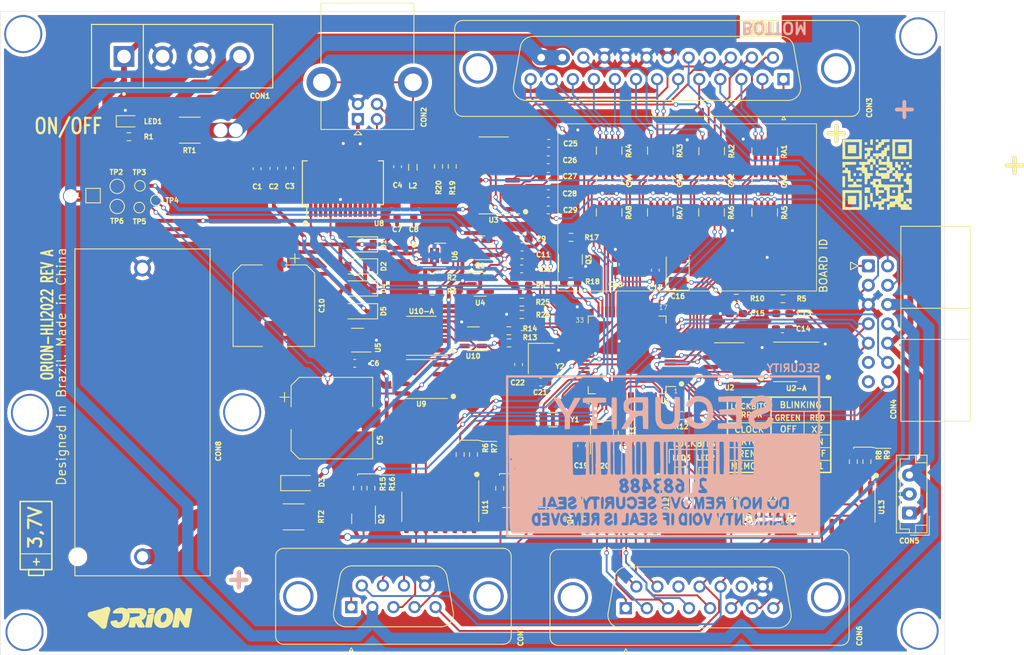
<source format=kicad_pcb>
(kicad_pcb (version 20211014) (generator pcbnew)
  (layers (0 "F.Cu" signal "cobre frontal") (31 "B.Cu" signal "Cobre traseira") (34 "B.Paste" user "Pasta traseira") (35 "F.Paste" user "Pasta frontal") (36 "B.SilkS" user "B.Silkscreen") (37 "F.SilkS" user "F.Silkscreen") (38 "B.Mask" user "Máscara traseira") (39 "F.Mask" user "Máscara frontal") (44 "Edge.Cuts" user "Cortes contorno"))
  (net 0 "")
  (net 1 "0")
  (net 2 "+3.3VP")
  (net 3 "Net-(C18-Pad1)")
  (net 4 "RESET")
  (net 5 "Net-(C25-Pad1)")
  (net 6 "Net-(C26-Pad1)")
  (net 7 "+5VL")
  (net 8 "Net-(C8-Pad1)")
  (net 9 "K2")
  (net 10 "K1")
  (net 11 "K3")
  (net 12 "K6")
  (net 13 "K5")
  (net 14 "K7")
  (net 15 "K4")
  (net 16 "KA")
  (net 17 "K9")
  (net 18 "KB")
  (net 19 "K8")
  (net 20 "KD")
  (net 21 "KC")
  (net 22 "KE")
  (net 23 "NOTE")
  (net 24 "LED2")
  (net 25 "LED3")
  (net 26 "+12V")
  (net 27 "COUT")
  (net 28 "CIN")
  (net 29 "+5V")
  (net 30 "INIB")
  (net 31 "COUT1")
  (net 32 "CIN1")
  (net 33 "PRINT_IMP")
  (net 34 "PGED2")
  (net 35 "PGEC2")
  (net 36 "PIN-INIB")
  (net 37 "PIN-PRINT")
  (net 38 "Net-(Q3-Pad1)")
  (net 39 "Net-(Q4-Pad1)")
  (net 40 "Net-(Q6-Pad1)")
  (net 41 "Net-(Q7-Pad1)")
  (net 42 "PIN-SCL")
  (net 43 "PIN-SDA")
  (net 44 "Net-(R16-Pad2)")
  (net 45 "PIN-CIN")
  (net 46 "PIN-COUT")
  (net 47 "PIN-CIN1")
  (net 48 "PIN-COUT1")
  (net 49 "PIN-PWRMODE")
  (net 50 "PIN-S4")
  (net 51 "PIN-S3")
  (net 52 "PIN-S2")
  (net 53 "PIN-S1")
  (net 54 "PIN-S0")
  (net 55 "PIN-S9")
  (net 56 "PIN-S8")
  (net 57 "PIN-S11")
  (net 58 "PIN-S10")
  (net 59 "Net-(U1-Pad40)")
  (net 60 "Net-(U1-Pad39)")
  (net 61 "Net-(U1-Pad34)")
  (net 62 "Net-(U1-Pad33)")
  (net 63 "TXA")
  (net 64 "RXA")
  (net 65 "Net-(U1-Pad8)")
  (net 66 "Net-(U1-Pad6)")
  (net 67 "Net-(U1-Pad5)")
  (net 68 "PIN-S7")
  (net 69 "PIN-S6")
  (net 70 "PIN-S5")
  (net 78 "K0")
  (net 79 "Net-(C10-Pad1)")
  (net 80 "K_0")
  (net 81 "K_1")
  (net 82 "NOTE_")
  (net 83 "K_C")
  (net 84 "K_D")
  (net 85 "K_5")
  (net 86 "K_6")
  (net 87 "K_7")
  (net 88 "K_8")
  (net 89 "K_9")
  (net 90 "K_A")
  (net 91 "K_B")
  (net 92 "K_2")
  (net 93 "K_3")
  (net 94 "K_E")
  (net 95 "K_4")
  (net 96 "Net-(C24-Pad1)")
  (net 97 "+2V5")
  (net 98 "Net-(LED1-Pad2)")
  (net 99 "Net-(Q2-Pad1)")
  (net 105 "RXP")
  (net 106 "TXP")
  (net 107 "Net-(C14-Pad1)")
  (net 108 "Net-(Q5-Pad1)")
  (net 109 "Net-(LED3-Pad2)")
  (net 110 "VBAT")
  (net 111 "+5VD")
  (net 112 "Net-(U1-Pad48)")
  (net 113 "Net-(R4-Pad2)")
  (net 114 "Net-(R5-Pad1)")
  (net 115 "Net-(R9-Pad1)")
  (net 116 "Net-(R15-Pad2)")
  (net 129 "Net-(LED2-Pad2)")
  (net 130 "Net-(CON2-Pad2)")
  (net 131 "Net-(CON2-Pad3)")
  (net 132 "Net-(CON2-Pad5)")
  (net 133 "Net-(CON3-Pad16)")
  (net 134 "Net-(CON3-Pad17)")
  (net 135 "Net-(CON3-Pad24)")
  (net 138 "Net-(CON6-Pad1)")
  (net 139 "Net-(CON6-Pad2)")
  (net 140 "Net-(CON6-Pad3)")
  (net 141 "Net-(CON6-Pad4)")
  (net 142 "Net-(CON6-Pad5)")
  (net 143 "Net-(CON6-Pad6)")
  (net 144 "Net-(CON6-Pad7)")
  (net 145 "Net-(CON6-Pad8)")
  (net 146 "Net-(CON6-Pad9)")
  (net 147 "Net-(CON6-Pad10)")
  (net 149 "Net-(CON7-Pad7)")
  (net 150 "Net-(CON7-Pad8)")
  (net 151 "Net-(CON8-Pad1)")
  (net 152 "Net-(U1-Pad47)")
  (net 153 "Net-(C26-Pad2)")
  (net 154 "Net-(C19-Pad1)")
  (net 166 "+3V3")
  (net 167 "Net-(C4-Pad1)")
  (net 171 "Net-(R2-Pad2)")
  (net 172 "Net-(R3-Pad1)")
  (net 173 "Net-(R5-Pad2)")
  (net 174 "Net-(R6-Pad1)")
  (net 175 "Net-(R7-Pad1)")
  (net 176 "Net-(R11-Pad2)")
  (net 177 "Net-(C27-Pad1)")
  (net 178 "Net-(C27-Pad2)")
  (net 179 "Net-(C28-Pad1)")
  (footprint "Capacitor_SMD:C_0603_1608Metric_Pad1.08x0.95mm_HandSolder" (layer "F.Cu") (at 111.6375 75.15)
    (fp_text reference "C6")
    (fp_text value "100nF")
  )
  (footprint "Capacitor_SMD:C_0603_1608Metric_Pad1.08x0.95mm_HandSolder" (layer "F.Cu") (at 133.6375 58.775)
    (fp_text reference "C9")
    (fp_text value "100nF")
  )
  (footprint "Capacitor_SMD:C_0603_1608Metric_Pad1.08x0.95mm_HandSolder" (layer "F.Cu") (at 133.5863 62.7238)
    (fp_text reference "C12")
    (fp_text value "100nF")
  )
  (footprint "Capacitor_SMD:C_0603_1608Metric_Pad1.08x0.95mm_HandSolder" (layer "F.Cu") (at 167.9194 68.6054 180)
    (fp_text reference "C13")
    (fp_text value "100nF")
  )
  (footprint "Capacitor_SMD:C_0603_1608Metric_Pad1.08x0.95mm_HandSolder" (layer "F.Cu") (at 167.8686 70.612)
    (fp_text reference "C14")
    (fp_text value "47pF")
  )
  (footprint "Capacitor_SMD:C_0603_1608Metric_Pad1.08x0.95mm_HandSolder" (layer "F.Cu") (at 161.8 68.6 180)
    (fp_text reference "C15")
    (fp_text value "1nF")
  )
  (footprint "Capacitor_Tantalum_SMD:CP_EIA-3528-12_Kemet-T_Pad1.50x2.35mm_HandSolder" (layer "F.Cu") (at 154.1 62.9 90)
    (fp_text reference "C16")
    (fp_text value "10uFX6.3V-Tan")
  )
  (footprint "Capacitor_SMD:C_0603_1608Metric_Pad1.08x0.95mm_HandSolder" (layer "F.Cu") (at 151.1554 62.8904 90)
    (fp_text reference "C17")
    (fp_text value "100nF")
  )
  (footprint "Capacitor_SMD:C_0603_1608Metric_Pad1.08x0.95mm_HandSolder" (layer "F.Cu") (at 145.9 62.139978 90)
    (fp_text reference "C18")
    (fp_text value "100nF")
  )
  (footprint "Capacitor_Tantalum_SMD:CP_EIA-3528-12_Kemet-T_Pad1.50x2.35mm_HandSolder" (layer "F.Cu") (at 144.145 85.344 -90)
    (fp_text reference "C20")
    (fp_text value "10uFX6.3V-Tan")
  )
  (footprint "Resistor_SMD:R_Array_Convex_4x0603" (layer "F.Cu") (at 165.5518 51.1544 -90)
    (fp_text reference "CA1")
    (fp_text value "100nF")
  )
  (footprint "Resistor_SMD:R_Array_Convex_4x0603" (layer "F.Cu") (at 145.0848 51.1036 -90)
    (fp_text reference "CA4")
    (fp_text value "Array_Cap")
  )
  (footprint "Diode_SMD:D_SOD-123" (layer "F.Cu") (at 112.4 59.5 180)
    (fp_text reference "D1")
    (fp_text value "DSS14U")
  )
  (footprint "Diode_SMD:D_SOD-123" (layer "F.Cu") (at 112.4 62.4 180)
    (fp_text reference "D2")
    (fp_text value "DSS14U")
  )
  (footprint "Diode_SMD:D_SOD-123" (layer "F.Cu") (at 104.1615 90.9066)
    (fp_text reference "D3")
    (fp_text value "DSS14U")
  )
  (footprint "LED_SMD:LED_0603_1608Metric_Pad1.05x0.95mm_HandSolder" (layer "F.Cu") (at 157.6324 90.5002 -90)
    (fp_text reference "LED2")
    (fp_text value "RED")
  )
  (footprint "LED_SMD:LED_0603_1608Metric_Pad1.05x0.95mm_HandSolder" (layer "F.Cu") (at 154.4066 90.4608 -90)
    (fp_text reference "LED3")
    (fp_text value "GREEN")
  )
  (footprint "Connector_Dsub:DSUB-25_Male_Vertical_P2.77x2.84mm_MountingHoles" (layer "F.Cu") (at 168.009 37.7663 180)
    (fp_text reference "CON3")
    (fp_text value " ")
  )
  (footprint "Package_TO_SOT_SMD:SOT-23" (layer "F.Cu") (at 139.9946 61.4703 90)
    (fp_text reference "Q3")
    (fp_text value "BC817")
  )
  (footprint "Package_TO_SOT_SMD:SOT-23" (layer "F.Cu") (at 131.7345 95.6836 180)
    (fp_text reference "Q5")
    (fp_text value "BSS84")
  )
  (footprint "Resistor_SMD:R_0603_1608Metric_Pad0.98x0.95mm_HandSolder" (layer "F.Cu") (at 81.9544 45.339)
    (fp_text reference "R1")
    (fp_text value "470R")
  )
  (footprint "Resistor_SMD:R_0603_1608Metric_Pad0.98x0.95mm_HandSolder" (layer "F.Cu") (at 121.8184 63.9064)
    (fp_text reference "R2")
    (fp_text value "10k")
  )
  (footprint "Resistor_SMD:R_0603_1608Metric_Pad0.98x0.95mm_HandSolder" (layer "F.Cu") (at 121.8438 65.659 180)
    (fp_text reference "R3")
    (fp_text value "10k")
  )
  (footprint "Resistor_SMD:R_0603_1608Metric_Pad0.98x0.95mm_HandSolder" (layer "F.Cu") (at 167.9194 66.6496 180)
    (fp_text reference "R5")
    (fp_text value "22k")
  )
  (footprint "Resistor_SMD:R_0603_1608Metric_Pad0.98x0.95mm_HandSolder" (layer "F.Cu") (at 127.254 87.1455 -90)
    (fp_text reference "R7")
    (fp_text value "1K")
  )
  (footprint "Resistor_SMD:R_0603_1608Metric_Pad0.98x0.95mm_HandSolder" (layer "F.Cu") (at 125.5014 87.1455 -90)
    (fp_text reference "R6")
    (fp_text value "1K")
  )
  (footprint "Resistor_SMD:R_0603_1608Metric_Pad0.98x0.95mm_HandSolder" (layer "F.Cu") (at 161.8 66.6)
    (fp_text reference "R10")
    (fp_text value "22k")
  )
  (footprint "Resistor_SMD:R_0603_1608Metric_Pad0.98x0.95mm_HandSolder" (layer "F.Cu") (at 146.812 84.328 90)
    (fp_text reference "R11")
    (fp_text value "22K")
  )
  (footprint "Resistor_SMD:R_0603_1608Metric_Pad0.98x0.95mm_HandSolder" (layer "F.Cu") (at 157.6324 94.6912 90)
    (fp_text reference "R27")
    (fp_text value "470R")
  )
  (footprint "Resistor_SMD:R_0603_1608Metric_Pad0.98x0.95mm_HandSolder" (layer "F.Cu") (at 154.4066 94.6518 90)
    (fp_text reference "R28")
    (fp_text value "470R")
  )
  (footprint "Resistor_SMD:R_0603_1608Metric_Pad0.98x0.95mm_HandSolder" (layer "F.Cu") (at 133.6106 67.0956 180)
    (fp_text reference "R25")
    (fp_text value "1K5")
  )
  (footprint "Resistor_SMD:R_0603_1608Metric_Pad0.98x0.95mm_HandSolder" (layer "F.Cu") (at 133.6106 68.7212)
    (fp_text reference "R26")
    (fp_text value "3K3")
  )
  (footprint "Resistor_SMD:R_0603_1608Metric_Pad0.98x0.95mm_HandSolder" (layer "F.Cu") (at 140.0363 64.413)
    (fp_text reference "R18")
    (fp_text value "22K")
  )
  (footprint "Resistor_SMD:R_0603_1608Metric_Pad0.98x0.95mm_HandSolder" (layer "F.Cu") (at 132.6134 91.5924 -90)
    (fp_text reference "R22")
    (fp_text value "1K")
  )
  (footprint "Resistor_SMD:R_Array_Convex_4x0603" (layer "F.Cu") (at 165.5328 47.2936 -90)
    (fp_text reference "RA1")
    (fp_text value "1K")
  )
  (footprint "Resistor_SMD:R_Array_Convex_4x0603" (layer "F.Cu") (at 151.8168 47.1666 -90)
    (fp_text reference "RA3")
    (fp_text value "R_Pack04")
  )
  (footprint "Resistor_SMD:R_Array_Convex_4x0603" (layer "F.Cu") (at 145.0848 47.1666 -90)
    (fp_text reference "RA4")
    (fp_text value "R_Pack04")
  )
  (footprint "Resistor_SMD:R_Array_Convex_4x0603" (layer "F.Cu") (at 165.5328 55.2946 -90)
    (fp_text reference "RA5")
    (fp_text value "10K")
  )
  (footprint "Resistor_SMD:R_Array_Convex_4x0603" (layer "F.Cu") (at 151.8168 55.2946 -90)
    (fp_text reference "RA7")
    (fp_text value "R_Pack04")
  )
  (footprint "Resistor_SMD:R_Array_Convex_4x0603" (layer "F.Cu") (at 145.0848 55.2946 -90)
    (fp_text reference "RA8")
    (fp_text value "R_Pack04")
  )
  (footprint "Package_QFP:TQFP-64_10x10mm_P0.5mm" (layer "F.Cu") (at 147.447 74.041 180)
    (fp_text reference "U1")
    (fp_text value "PIC24HJ64GP206-I_PT")
  )
  (footprint "Package_SON:VSON-10-1EP_3x3mm_P0.5mm_EP1.2x2mm_ThermalVias" (layer "F.Cu") (at 122.1184 60.952)
    (fp_text reference "U6")
    (fp_text value "VSON-10-1EP_3x3mm_P0.5mm_EP1.2x2mm_ThermalVias")
  )
  (footprint "Package_TO_SOT_SMD:SOT-23-5" (layer "F.Cu") (at 128.1375 64.75)
    (fp_text reference "U4")
    (fp_text value "TPS7A0533PDBV")
  )
  (footprint "Package_SO:SOIC-8_3.9x4.9mm_P1.27mm" (layer "F.Cu") (at 160.8845 75.0062 180)
    (fp_text reference "U2")
    (fp_text value "SOIC-8_3.9x4.9mm_P1.27mm")
  )
  (footprint "Package_TO_SOT_SMD:SOT-23-5" (layer "F.Cu") (at 127.2281 71.9176 180)
    (fp_text reference "U10")
    (fp_text value "24AA02-OT")
  )
  (footprint "Package_SO:SOIC-16_3.9x9.9mm_P1.27mm" (layer "F.Cu") (at 174.9806 94.107 -90)
    (fp_text reference "U13")
    (fp_text value "ULN2003")
  )
  (footprint "Package_SO:SOIC-16_3.9x9.9mm_P1.27mm" (layer "F.Cu") (at 146.685 94.169 -90)
    (fp_text reference "U12")
    (fp_text value "ULN2003")
  )
  (footprint "Package_SO:SOIC-16_3.9x9.9mm_P1.27mm" (layer "F.Cu") (at 122.8852 94.0308 -90)
    (fp_text reference "U11")
    (fp_text value "ULN2003")
  )
  (footprint "Resistor_SMD:R_0603_1608Metric_Pad0.98x0.95mm_HandSolder" (layer "F.Cu") (at 130.7 91.5924 -90)
    (fp_text reference "R21")
    (fp_text value "1K")
  )
  (footprint "Package_TO_SOT_SMD:SOT-23" (layer "F.Cu") (at 137.5118 95.6841)
    (fp_text reference "Q4")
    (fp_text value "BSS84")
  )
  (footprint "Package_TO_SOT_SMD:SOT-23" (layer "F.Cu") (at 161.1343 95.5901 -90)
    (fp_text reference "Q7")
    (fp_text value "BSS84")
  )
  (footprint "Resistor_SMD:R_0603_1608Metric_Pad0.98x0.95mm_HandSolder" (layer "F.Cu") (at 161.1376 91.5924)
    (fp_text reference "R24")
    (fp_text value "1K")
  )
  (footprint "Resistor_SMD:R_0603_1608Metric_Pad0.98x0.95mm_HandSolder" (layer "F.Cu") (at 166.2176 91.5923)
    (fp_text reference "R23")
    (fp_text value "1K")
  )
  (footprint "Package_TO_SOT_SMD:SOT-23" (layer "F.Cu") (at 166.243 95.631 -90)
    (fp_text reference "Q6")
    (fp_text value "BSS84")
  )
  (footprint "Resistor_SMD:R_0603_1608Metric_Pad0.98x0.95mm_HandSolder" (layer "F.Cu") (at 177.1904 88.0872 -90)
    (fp_text reference "R8")
    (fp_text value "1K")
  )
  (footprint "Package_SO:SOIC-8_3.9x4.9mm_P1.27mm" (layer "F.Cu") (at 120.39 77.216 180)
    (fp_text reference "U9")
    (fp_text value "SOIC-8_3.9x4.9mm_P1.27mm")
  )
  (footprint "Resistor_SMD:R_0603_1608Metric_Pad0.98x0.95mm_HandSolder" (layer "F.Cu") (at 131.928 72.4662)
    (fp_text reference "R13")
    (fp_text value "1K")
  )
  (footprint "Resistor_SMD:R_0603_1608Metric_Pad0.98x0.95mm_HandSolder" (layer "F.Cu") (at 131.9045 70.866)
    (fp_text reference "R14")
    (fp_text value "1K")
  )
  (footprint "Connector_Dsub:DSUB-9_Female_Vertical_P2.77x2.84mm_MountingHoles" (layer "F.Cu") (at 111.1871 107.2227 180)
    (fp_text reference "CON7")
    (fp_text value "Conn_01x09")
  )
  (footprint "Package_TO_SOT_SMD:SOT-23-5" (layer "F.Cu") (at 112 72.1 180)
    (fp_text reference "U5")
    (fp_text value "TPS7A0533PDBV")
  )
  (footprint "Capacitor_SMD:C_0603_1608Metric_Pad1.08x0.95mm_HandSolder" (layer "F.Cu") (at 141.478 85.979 -90)
    (fp_text reference "C19")
    (fp_text value "100nF")
  )
  (footprint "Package_SO:SOIC-16_3.9x9.9mm_P1.27mm" (layer "F.Cu") (at 129.9096 50.429 180)
    (fp_text reference "U3")
    (fp_text value "MAX3232")
  )
  (footprint "Capacitor_SMD:C_0603_1608Metric_Pad1.08x0.95mm_HandSolder" (layer "F.Cu") (at 137.0846 50.5306)
    (fp_text reference "C27")
    (fp_text value "100nF")
  )
  (footprint "Capacitor_SMD:C_0603_1608Metric_Pad1.08x0.95mm_HandSolder" (layer "F.Cu") (at 137.0846 52.8166)
    (fp_text reference "C28")
    (fp_text value "100nF")
  )
  (footprint "Capacitor_SMD:C_0603_1608Metric_Pad1.08x0.95mm_HandSolder" (layer "F.Cu") (at 137.1476 46.2126)
    (fp_text reference "C25")
    (fp_text value "100nF" hide)
  )
  (footprint "Capacitor_SMD:C_0603_1608Metric_Pad1.08x0.95mm_HandSolder" (layer "F.Cu") (at 137.0846 54.9756)
    (fp_text reference "C29")
    (fp_text value "100nF")
  )
  (footprint "Capacitor_SMD:C_0603_1608Metric_Pad1.08x0.95mm_HandSolder" (layer "F.Cu") (at 137.0846 48.3716 180)
    (fp_text reference "C26")
    (fp_text value "100nF" hide)
  )
  (footprint "Inductor_SMD:L_0805_2012Metric" (layer "F.Cu") (at 119.2784 49.3522 90)
    (fp_text reference "L2")
    (fp_text value "BLM21PG221SN1D")
  )
  (footprint "Resistor_SMD:R_0603_1608Metric_Pad0.98x0.95mm_HandSolder" (layer "F.Cu") (at 178.9684 88.0872 -90)
    (fp_text reference "R9")
    (fp_text value "1K")
  )
  (footprint "Resistor_SMD:R_Array_Convex_4x0603" (layer "F.Cu") (at 158.5468 51.1036 -90)
    (fp_text reference "CA2")
    (fp_text value "Array_Cap")
  )
  (footprint "Resistor_SMD:R_Array_Convex_4x0603" (layer "F.Cu") (at 158.5668 47.2286 -90)
    (fp_text reference "RA2")
    (fp_text value "R_Pack04")
  )
  (footprint "Resistor_SMD:R_Array_Convex_4x0603" (layer "F.Cu") (at 158.5468 55.2946 -90)
    (fp_text reference "RA6")
    (fp_text value "R_Pack04")
  )
  (footprint "6:Molex-0015244449-0" (layer "F.Cu") (at 88.9254 34.7755)
    (fp_text reference "CON1")
    (fp_text value " " hide)
  )
  (footprint "Connector_USB:USB_B_Lumberg_2411_02_Horizontal" (layer "F.Cu") (at 112.0594 43.0333 90)
    (fp_text reference "CON2")
    (fp_text value "USB_B")
  )
  (footprint "Package_TO_SOT_SMD:SOT-23" (layer "F.Cu") (at 112.8014 95.6056 -90)
    (fp_text reference "Q2")
    (fp_text value "BC817")
  )
  (footprint "Connector_Dsub:DSUB-15_Female_Vertical_P2.77x2.84mm_MountingHoles" (layer "F.Cu") (at 147.277 107.361 180)
    (fp_text reference "CON6")
    (fp_text value "Conn_01x15")
  )
  (footprint "Capacitor_SMD:C_0603_1608Metric_Pad1.08x0.95mm_HandSolder" (layer "F.Cu") (at 117.2 55.2375 90)
    (fp_text reference "C7")
    (fp_text value "1uF")
  )
  (footprint "Capacitor_SMD:C_0603_1608Metric_Pad1.08x0.95mm_HandSolder" (layer "F.Cu") (at 119.4 55.2375 90)
    (fp_text reference "C8")
    (fp_text value "1uF")
  )
  (footprint "Resistor_SMD:R_Array_Convex_4x0603" (layer "F.Cu") (at 151.8168 51.1036 -90)
    (fp_text reference "CA3")
    (fp_text value "Array_Cap")
  )
  (footprint "Resistor_SMD:R_0603_1608Metric_Pad0.98x0.95mm_HandSolder" (layer "F.Cu") (at 113.7666 91.567 90)
    (fp_text reference "R16")
    (fp_text value "22K")
  )
  (footprint "TestPoint:TestPoint_Pad_D1.5mm" (layer "F.Cu") (at 80.4164 51.8668 90)
    (fp_text reference "TP2")
    (fp_text value "TestPoint")
  )
  (footprint "TestPoint:TestPoint_Pad_D1.0mm" (layer "F.Cu") (at 83.4 51.8 -90)
    (fp_text reference "TP3")
    (fp_text value "TestPoint")
  )
  (footprint "Resistor_SMD:R_1812_4532Metric" (layer "F.Cu") (at 103.6027 95.3516)
    (fp_text reference "RT2")
    (fp_text value "300mA - 304N")
  )
  (footprint "Connector_IDC:IDC-Header_2x07_P2.54mm_Horizontal" (layer "F.Cu") (at 179.1637 62.3316)
    (fp_text reference "CON4")
    (fp_text value "Connector_Adapter")
  )
  (footprint "Resistor_SMD:R_0603_1608Metric_Pad0.98x0.95mm_HandSolder" (layer "F.Cu") (at 124.46 49.2506 90)
    (fp_text reference "R19")
    (fp_text value "33R")
  )
  (footprint "Capacitor_SMD:C_0603_1608Metric_Pad1.08x0.95mm_HandSolder" (layer "F.Cu") (at 136.42 85.82 -90)
    (fp_text reference "C23")
    (fp_text value "7pF")
  )
  (footprint "Resistor_SMD:R_0603_1608Metric_Pad0.98x0.95mm_HandSolder" (layer "F.Cu") (at 133.5965 64.8728)
    (fp_text reference "R4")
    (fp_text value "10k")
  )
  (footprint "LED_SMD:LED_0603_1608Metric_Pad1.05x0.95mm_HandSolder" (layer "F.Cu") (at 81.9544 43.307)
    (fp_text reference "LED1")
    (fp_text value "BLUE")
  )
  (footprint "Capacitor_SMD:C_0603_1608Metric_Pad1.08x0.95mm_HandSolder" (layer "F.Cu") (at 136.09 77.61 180)
    (fp_text reference "C21")
    (fp_text value "10pF")
  )
  (footprint "Package_TO_SOT_SMD:SOT-23" (layer "F.Cu") (at 128.1 59.95 180)
    (fp_text reference "Q1")
    (fp_text value "IRLML5103")
  )
  (footprint "Capacitor_SMD:CP_Elec_10x10.5" (layer "F.Cu") (at 108.6375 82.36)
    (fp_text reference "C5")
    (fp_text value "470uFx16V")
  )
  (footprint "Capacitor_SMD:C_0603_1608Metric_Pad1.08x0.95mm_HandSolder" (layer "F.Cu") (at 117.2718 49.276 -90)
    (fp_text reference "C4")
    (fp_text value "1uF")
  )
  (footprint "Diode_SMD:D_SOD-123" (layer "F.Cu") (at 112.4 68.3 180)
    (fp_text reference "D5")
    (fp_text value "DSS14U")
  )
  (footprint "Connector_JST:JST_EH_B3B-EH-A_1x03_P2.50mm_Vertical" (layer "F.Cu") (at 184.5564 94.8436 90)
    (fp_text reference "CON5")
    (fp_text value "Connector_Audio")
  )
  (footprint "Capacitor_SMD:CP_Elec_10x10.5" (layer "F.Cu") (at 101.01 67.57 -90)
    (fp_text reference "C10")
    (fp_text value "470uFx16v")
  )
  (footprint "Resistor_SMD:R_0603_1608Metric_Pad0.98x0.95mm_HandSolder" (layer "F.Cu") (at 154.559 82.0166 180)
    (fp_text reference "R12")
    (fp_text value "1K")
  )
  (footprint "Crystal:Crystal_SMD_TXC_7M-4Pin_3.2x2.5mm" (layer "F.Cu") (at 136.11 74.52 -90)
    (fp_text reference "Y2")
    (fp_text value "Crystal_20MHz")
  )
  (footprint "Resistor_SMD:R_0603_1608Metric_Pad0.98x0.95mm_HandSolder" (layer "F.Cu") (at 140.0708 58.5747)
    (fp_text reference "R17")
    (fp_text value "1K")
  )
  (footprint "Capacitor_SMD:C_0603_1608Metric_Pad1.08x0.95mm_HandSolder" (layer "F.Cu") (at 98.8 49.5375 90)
    (fp_text reference "C1")
    (fp_text value "100nF")
  )
  (footprint "Resistor_SMD:R_0603_1608Metric_Pad0.98x0.95mm_HandSolder" (layer "F.Cu") (at 122.6566 49.2506 90)
    (fp_text reference "R20")
    (fp_text value "33R")
  )
  (footprint "TestPoint:TestPoint_Pad_D1.5mm" (layer "F.Cu") (at 80.4164 54.5084 90)
    (fp_text reference "TP6")
    (fp_text value "TestPoint")
  )
  (footprint "Package_DFN_QFN:DFN-8-1EP_6x5mm_P1.27mm_EP2x2mm" (layer "F.Cu") (at 169.6983 74.9554 180)
    (fp_text reference "U2-A")
    (fp_text value "DFN-8-1EP_6x5mm_P1.27mm_EP2x2mm")
  )
  (footprint "LOGO" (layer "F.Cu") (at 180.21615 50.183892)
    (fp_text reference "G1" hide)
    (fp_text value "LOGO" hide)
  )
  (footprint "bt1:BAT_BH123A" (layer "F.Cu") (at 83.7368 81.6028 -90)
    (fp_text reference "CON8")
    (fp_text value "CR123A" hide)
  )
  (footprint "Diode_SMD:D_SOD-123" (layer "F.Cu") (at 112.4 65.3 180)
    (fp_text reference "D4")
    (fp_text value "DSS14U")
  )
  (footprint "Resistor_SMD:R_0603_1608Metric_Pad0.98x0.95mm_HandSolder" (layer "F.Cu") (at 112.014 91.567 -90)
    (fp_text reference "R15")
    (fp_text value "1K")
  )
  (footprint "TestPoint:TestPoint_Pad_D1.0mm" (layer "F.Cu") (at 83.312 54.6608 90)
    (fp_text reference "TP5")
    (fp_text value "TestPoint")
  )
  (footprint "TestPoint:TestPoint_Pad_D1.0mm" (layer "F.Cu") (at 85.5 53.7 90)
    (fp_text reference "TP4")
    (fp_text value "TestPoint")
  )
  (footprint "Resistor_SMD:R_1812_4532Metric" (layer "F.Cu") (at 89.9568 44.4746 180)
    (fp_text reference "RT1")
    (fp_text value "1,5A - 153F")
  )
  (footprint "Capacitor_SMD:C_0603_1608Metric_Pad1.08x0.95mm_HandSolder" (layer "F.Cu") (at 133.18 75.31 -90)
    (fp_text reference "C22")
    (fp_text value "10pF")
  )
  (footprint "Capacitor_SMD:C_0603_1608Metric_Pad1.08x0.95mm_HandSolder" (layer "F.Cu") (at 138.88 85.84 -90)
    (fp_text reference "C24")
    (fp_text value "7pF")
  )
  (footprint "Capacitor_SMD:C_0603_1608Metric_Pad1.08x0.95mm_HandSolder" (layer "F.Cu") (at 133.6375 60.875)
    (fp_text reference "C11")
    (fp_text value "100nF")
  )
  (footprint "Capacitor_SMD:C_0603_1608Metric_Pad1.08x0.95mm_HandSolder" (layer "F.Cu") (at 101 49.5 90)
    (fp_text reference "C2")
    (fp_text value "10nF")
  )
  (footprint "Crystal:Crystal_SMD_MicroCrystal_CC7V-T1A-2Pin_3.2x1.5mm" (layer "F.Cu") (at 137.69 82.56)
    (fp_text reference "Y1")
    (fp_text value "Crystal_32KHz")
  )
  (footprint "TestPoint:TestPoint_Pad_1.5x1.5mm" (layer "F.Cu") (at 77.2414 53.086 90)
    (fp_text reference "TP1")
    (fp_text value "TestPoint")
  )
  (footprint "Capacitor_SMD:C_0603_1608Metric_Pad1.08x0.95mm_HandSolder" (layer "F.Cu") (at 103.1 49.4625 90)
    (fp_text reference "C3")
    (fp_text value "4,7uF")
  )
  (footprint "Package_SO:SOIC-8_3.9x4.9mm_P1.27mm" (layer "F.Cu") (at 120.39 71.5264 180)
    (fp_text reference "U10-A")
    (fp_text value "SOIC-8_3.9x4.9mm_P1.27mm")
  )
  (footprint "Package_SO:SSOP-28_5.3x10.2mm_P0.65mm" (layer "F.Cu") (at 110.0836 51.3842 90)
    (fp_text reference "U8")
    (fp_text value "FT232RL")
  )
  (footprint "LOGO" (layer "B.Cu") (at 152.2246 87.6534 -90)
    (fp_text reference "G***" hide)
    (fp_text value "LOGO" hide)
  )
  (gr_line (start 198.4 48.1) (end 198.4 50.1) (layer "F.Cu") (width 0.5))
  (gr_line (start 174.9552 43.9072) (end 174.9552 45.9072) (layer "F.Cu") (width 0.5))
  (gr_line (start 175.9552 44.9072) (end 173.9552 44.9072) (layer "F.Cu") (width 0.5))
  (gr_line (start 96.391 102.65) (end 96.391 104.65) (layer "F.Cu") (width 0.5))
  (gr_line (start 97.375 103.65) (end 95.375 103.65) (layer "F.Cu") (width 0.5))
  (gr_line (start 199.4 49.1) (end 197.4 49.1) (layer "F.Cu") (width 0.5))
  (gr_line (start 199.4 49.1) (end 197.4 49.1) (layer "B.Cu") (width 0.5))
  (gr_line (start 174.9552 43.9072) (end 174.9552 45.9072) (layer "B.Cu") (width 0.5))
  (gr_line (start 96.416 102.625) (end 96.416 104.625) (layer "B.Cu") (width 0.5))
  (gr_line (start 97.4 103.625) (end 95.4 103.625) (layer "B.Cu") (width 0.5))
  (gr_line (start 175.9552 44.9072) (end 173.9552 44.9072) (layer "B.Cu") (width 0.5))
  (gr_line (start 198.4 48.1) (end 198.4 50.1) (layer "B.Cu") (width 0.5))
  (gr_line (start 184.896 41.7576) (end 182.896 41.7576) (layer "B.SilkS") (width 0.5))
  (gr_line (start 183.896 40.7576) (end 183.896 42.7576) (layer "B.SilkS") (width 0.5))
  (gr_line (start 97.391 103.675) (end 95.391 103.675) (layer "B.SilkS") (width 0.5))
  (gr_rect (start 172.675 76.875) (end 131.675 97.875) (layer "B.SilkS") (width 0.3) (fill none))
  (gr_line (start 96.375 102.675) (end 96.375 104.675) (layer "B.SilkS") (width 0.5))
  (gr_line (start 125.4887 85.2913) (end 125.4887 85.4691) (layer "F.SilkS") (width 0.12))
  (gr_line (start 114.3762 89.6893) (end 115.0366 89.8417) (layer "F.SilkS") (width 0.12))
  (gr_line (start 130.7231 89.662) (end 133.0345 89.662) (layer "F.SilkS") (width 0.12))
  (gr_line (start 69.4112 101.252) (end 70.1732 101.252) (layer "F.SilkS") (width 0.2))
  (gr_line (start 177.2412 86.2076) (end 177.2412 86.3854) (layer "F.SilkS") (width 0.12))
  (gr_line (start 96.386 102.65) (end 96.386 104.65) (layer "F.SilkS") (width 0.5))
  (gr_line (start 170.7134 81.5718) (end 170.7134 89.4718) (layer "F.SilkS") (width 0.12))
  (gr_rect (start 160.6634 82.9718) (end 174.2294 89.5028) (layer "F.SilkS") (width 0.12) (fill none))
  (gr_line (start 160.6634 86.2373) (end 174.2294 86.2373) (layer "F.SilkS") (width 0.12))
  (gr_line (start 166.3634 81.4718) (end 174.2134 81.4718) (layer "F.SilkS") (width 0.12))
  (gr_line (start 112.014 89.7147) (end 112.014 89.8925) (layer "F.SilkS") (width 0.12))
  (gr_line (start 152.9858 86.4778) (end 152.9858 88.2812) (layer "F.SilkS") (width 0.12))
  (gr_circle (center 165.0867 77.1144) (end 165.3867 77.1144) (layer "F.SilkS") (width 0.12) (fill solid))
  (gr_line (start 69.7922 101.6838) (end 69.7922 100.8456) (layer "F.SilkS") (width 0.2))
  (gr_line (start 133.6294 89.8144) (end 135.6614 89.8144) (layer "F.SilkS") (width 0.12))
  (gr_poly (pts (xy 86.645518 107.440248) (xy 86.576625 107.444116) (xy 86.508426 107.451746) (xy 86.441056 107.463069) (xy 86.374654 107.478015) (xy 86.309355 107.496516) (xy 86.245297 107.518503) (xy 86.182617 107.543906) (xy 86.121451 107.572657) (xy 86.061936 107.604686) (xy 86.00421 107.639926) (xy 85.948409 107.678306) (xy 85.89467 107.719759) (xy 85.84313 107.764214) (xy 85.793926 107.811604) (xy 85.747194 107.861859) (xy 85.703072 107.91491) (xy 86.659806 107.91491) (xy 86.683558 107.915439) (xy 86.706496 107.917015) (xy 86.728626 107.919625) (xy 86.74995 107.923255) (xy 86.770473 107.92789) (xy 86.790198 107.933516) (xy 86.809129 107.940119) (xy 86.82727 107.947685) (xy 86.844626 107.9562) (xy 86.861199 107.96565) (xy 86.876994 107.97602) (xy 86.892015 107.987296) (xy 86.906265 107.999465) (xy 86.919748 108.012512) (xy 86.932469 108.026422) (xy 86.944431 108.041182) (xy 86.955638 108.056778) (xy 86.966094 108.073196) (xy 86.975802 108.09042) (xy 86.984768 108.108438) (xy 86.992993 108.127235) (xy 87.000483 108.146797) (xy 87.007242 108.167109) (xy 87.013272 108.188158) (xy 87.018579 108.20993) (xy 87.023165 108.23241) (xy 87.027035 108.255584) (xy 87.030193 108.279438) (xy 87.032643 108.303957) (xy 87.034387 108.329129) (xy 87.035778 108.38137) (xy 87.032776 108.473524) (xy 87.023888 108.564684) (xy 87.009293 108.654167) (xy 86.98917 108.74129) (xy 86.963699 108.825371) (xy 86.933059 108.905724) (xy 86.897428 108.981668) (xy 86.856986 109.052519) (xy 86.811912 109.117593) (xy 86.762384 109.176208) (xy 86.736007 109.20288) (xy 86.708583 109.22768) (xy 86.680135 109.250524) (xy 86.650686 109.271325) (xy 86.620258 109.29) (xy 86.588873 109.306461) (xy 86.556554 109.320624) (xy 86.523323 109.332404) (xy 86.489203 109.341715) (xy 86.454215 109.348471) (xy 86.418383 109.352587) (xy 86.381729 109.353979) (xy 86.35788 109.353451) (xy 86.334849 109.351879) (xy 86.312631 109.349276) (xy 86.291224 109.345655) (xy 86.270622 109.341031) (xy 86.250821 109.335416) (xy 86.231819 109.328826) (xy 86.213611 109.321274) (xy 86.196192 109.312773) (xy 86.179559 109.303337) (xy 86.163709 109.292981) (xy 86.148636 109.281718) (xy 86.134337 109.269562) (xy 86.120808 109.256526) (xy 86.108046 109.242625) (xy 86.096045 109.227872) (xy 86.084802 109.212281) (xy 86.074314 109.195866) (xy 86.064575 109.17864) (xy 86.055583 109.160618) (xy 86.047333 109.141814) (xy 86.039822 109.12224) (xy 86.033044 109.101912) (xy 86.026997 109.080842) (xy 86.021676 109.059044) (xy 86.017078 109.036533) (xy 86.013197 109.013323) (xy 86.010032 108.989426) (xy 86.007576 108.964857) (xy 86.005827 108.939629) (xy 86.004433 108.887254) (xy 86.00222 108.821096) (xy 86.004143 108.755395) (xy 86.010126 108.690322) (xy 86.020089 108.626047) (xy 86.033955 108.56274) (xy 86.051646 108.500571) (xy 86.073082 108.439711) (xy 86.098186 108.380329) (xy 86.12688 108.322596) (xy 86.159085 108.266683) (xy 86.194724 108.212759) (xy 86.233718 108.160994) (xy 86.275988 108.11156) (xy 86.321458 108.064626) (xy 86.370048 108.020362) (xy 86.42168 107.978939) (xy 86.422085 107.978676) (xy 86.422475 107.978396) (xy 86.422849 107.978102) (xy 86.423206 107.977794) (xy 86.423548 107.977471) (xy 86.423873 107.977136) (xy 86.424182 107.976788) (xy 86.424474 107.976428) (xy 86.424749 107.976058) (xy 86.425007 107.975676) (xy 86.425247 107.975285) (xy 86.42547 107.974884) (xy 86.425675 107.974475) (xy 86.425861 107.974058) (xy 86.42603 107.973633) (xy 86.42618 107.973202) (xy 86.426311 107.972765) (xy 86.426424 107.972322) (xy 86.426517 107.971875) (xy 86.426592 107.971423) (xy 86.426646 107.970968) (xy 86.426681 107.97051) (xy 86.426696 107.97005) (xy 86.426691 107.969589) (xy 86.426666 107.969126) (xy 86.42662 107.968663) (xy 86.426553 107.968201) (xy 86.426465 107.967739) (xy 86.426356 107.96728) (xy 86.426226 107.966822) (xy 86.426074 107.966368) (xy 86.425901 107.965917) (xy 86.425707 107.965474) (xy 86.425495 107.965044) (xy 86.425266 107.964627) (xy 86.42502 107.964224) (xy 86.424758 107.963834) (xy 86.42448 107.963459) (xy 86.424188 107.963097) (xy 86.42388 107.96275) (xy 86.423559 107.962419) (xy 86.423225 107.962102) (xy 86.422878 107.961801) (xy 86.42252 107.961516) (xy 86.422149 107.961247) (xy 86.421768 107.960995) (xy 86.421377 107.960759) (xy 86.420976 107.96054) (xy 86.420566 107.960339) (xy 86.420148 107.960156) (xy 86.419722 107.959991) (xy 86.419289 107.959844) (xy 86.418849 107.959715) (xy 86.418403 107.959606) (xy 86.417951 107.959516) (xy 86.417495 107.959446) (xy 86.417035 107.959395) (xy 86.416571 107.959365) (xy 86.416104 107.959355) (xy 86.415634 107.959366) (xy 86.415163 107.959398) (xy 86.414691 107.959452) (xy 86.414217 107.959527) (xy 86.413744 107.959625) (xy 85.572633 108.113347) (xy 85.548882 108.16094) (xy 85.526648 108.209162) (xy 85.50594 108.257977) (xy 85.486766 108.307348) (xy 85.469134 108.357238) (xy 85.453054 108.407611) (xy 85.438534 108.45843) (xy 85.425583 108.509659) (xy 85.41421 108.561261) (xy 85.404422 108.613199) (xy 85.396229 108.665438) (xy 85.389639 108.71794) (xy 85.384662 108.770669) (xy 85.381305 108.823588) (xy 85.379577 108.876661) (xy 85.379487 108.929851) (xy 85.377726 108.976537) (xy 85.378524 109.022999) (xy 85.381844 109.069142) (xy 85.387649 109.11487) (xy 85.395903 109.160087) (xy 85.406568 109.204699) (xy 85.419608 109.248611) (xy 85.434986 109.291727) (xy 85.452665 109.333951) (xy 85.472607 109.375189) (xy 85.494776 109.415345) (xy 85.519136 109.454324) (xy 85.545649 109.492031) (xy 85.574278 109.52837) (xy 85.604986 109.563246) (xy 85.637737 109.596564) (xy 85.672269 109.628032) (xy 85.70828 109.657401) (xy 85.745675 109.684636) (xy 85.784357 109.709705) (xy 85.824228 109.732574) (xy 85.865194 109.75321) (xy 85.907156 109.77158) (xy 85.950018 109.78765) (xy 85.993683 109.801388) (xy 86.038056 109.812759) (xy 86.08304 109.821731) (xy 86.128537 109.82827) (xy 86.174451 109.832343) (xy 86.220686 109.833917) (xy 86.267144 109.832959) (xy 86.313731 109.829435) (xy 86.389993 109.827607) (xy 86.464326 109.822178) (xy 86.536704 109.813231) (xy 86.607098 109.800849) (xy 86.675481 109.785114) (xy 86.741825 109.766109) (xy 86.806102 109.743917) (xy 86.868285 109.71862) (xy 86.928346 109.690301) (xy 86.986257 109.659043) (xy 87.041991 109.624928) (xy 87.09552 109.58804) (xy 87.146816 109.548461) (xy 87.195853 109.506273) (xy 87.242601 109.461559) (xy 87.287033 109.414403) (xy 87.329123 109.364886) (xy 87.368841 109.313091) (xy 87.406161 109.259102) (xy 87.441055 109.203) (xy 87.473494 109.144869) (xy 87.503452 109.084791) (xy 87.530901 109.022849) (xy 87.555813 108.959125) (xy 87.57816 108.893703) (xy 87.597915 108.826664) (xy 87.615051 108.758093) (xy 87.629538 108.68807) (xy 87.641351 108.61668) (xy 87.65046 108.544005) (xy 87.656839 108.470126) (xy 87.66046 108.395129) (xy 87.659551 108.345682) (xy 87.656094 108.296586) (xy 87.650127 108.247929) (xy 87.641688 108.199802) (xy 87.630814 108.152293) (xy 87.617545 108.105492) (xy 87.601919 108.059488) (xy 87.583973 108.01437) (xy 87.563746 107.970228) (xy 87.541276 107.927151) (xy 87.516601 107.885228) (xy 87.489759 107.844549) (xy 87.46079 107.805203) (xy 87.42973 107.767279) (xy 87.396618 107.730867) (xy 87.361493 107.696055) (xy 87.324605 107.663116) (xy 87.286242 107.632285) (xy 87.246496 107.603595) (xy 87.205457 107.577077) (xy 87.163218 107.552765) (xy 87.11987 107.530691) (xy 87.075504 107.510888) (xy 87.030211 107.493388) (xy 86.984084 107.478225) (xy 86.937214 107.465432) (xy 86.889692 107.455039) (xy 86.84161 107.447082) (xy 86.793059 107.441591) (xy 86.74413 107.4386) (xy 86.694916 107.438142) (xy 86.645507 107.440248) (xy 86.645513 107.440248) (xy 86.645515 107.440248) (xy 86.645518 107.440248)) (layer "F.SilkS") (width 0.264583) (fill solid))
  (gr_poly (pts (xy 81.828514 107.914645) (xy 81.802598 107.863554) (xy 81.773627 107.815573) (xy 81.741758 107.770664) (xy 81.707154 107.728789) (xy 81.669973 107.689908) (xy 81.630376 107.653981) (xy 81.588523 107.62097) (xy 81.544574 107.590837) (xy 81.49869 107.563541) (xy 81.451031 107.539044) (xy 81.401756 107.517306) (xy 81.351027 107.498289) (xy 81.299002 107.481954) (xy 81.245843 107.468262) (xy 81.191709 107.457173) (xy 81.136761 107.448648) (xy 81.081158 107.442649) (xy 81.025062 107.439136) (xy 80.968631 107.438071) (xy 80.912027 107.439413) (xy 80.855409 107.443125) (xy 80.798938 107.449168) (xy 80.742774 107.457501) (xy 80.687076 107.468087) (xy 80.632006 107.480885) (xy 80.577723 107.495858) (xy 80.524387 107.512965) (xy 80.472159 107.532168) (xy 80.421199 107.553429) (xy 80.371667 107.576707) (xy 80.323722 107.601963) (xy 80.277526 107.62916) (xy 80.256005 107.642949) (xy 80.234787 107.657166) (xy 80.213878 107.671807) (xy 80.193286 107.686866) (xy 80.173015 107.702338) (xy 80.153071 107.718217) (xy 80.133462 107.734499) (xy 80.114192 107.751176) (xy 80.095268 107.768246) (xy 80.076696 107.785701) (xy 80.058482 107.803537) (xy 80.040632 107.821748) (xy 80.023151 107.84033) (xy 80.006047 107.859276) (xy 79.989325 107.878582) (xy 79.972991 107.898241) (xy 79.972564 107.898878) (xy 79.972186 107.899537) (xy 79.971858 107.900217) (xy 79.97158 107.900913) (xy 79.971351 107.901623) (xy 79.971172 107.902346) (xy 79.971043 107.903077) (xy 79.970965 107.903815) (xy 79.970937 107.904556) (xy 79.970959 107.905298) (xy 79.971033 107.906039) (xy 79.971158 107.906775) (xy 79.971334 107.907504) (xy 79.971562 107.908223) (xy 79.971841 107.90893) (xy 79.972172 107.909621) (xy 79.972356 107.909958) (xy 79.972551 107.910288) (xy 79.972757 107.910608) (xy 79.972972 107.91092) (xy 79.973198 107.911223) (xy 79.973433 107.911517) (xy 79.973678 107.911802) (xy 79.973932 107.912077) (xy 79.974194 107.912343) (xy 79.974465 107.9126) (xy 79.974744 107.912846) (xy 79.975031 107.913083) (xy 79.975326 107.913309) (xy 79.975628 107.913525) (xy 79.975937 107.91373) (xy 79.976253 107.913925) (xy 79.976575 107.914108) (xy 79.976904 107.914281) (xy 79.977238 107.914442) (xy 79.977578 107.914592) (xy 79.977923 107.914731) (xy 79.978273 107.914857) (xy 79.978628 107.914972) (xy 79.978987 107.915075) (xy 79.979351 107.915165) (xy 79.979718 107.915243) (xy 79.980089 107.915308) (xy 79.980463 107.915361) (xy 79.98084 107.9154) (xy 79.98122 107.915426) (xy 79.981602 107.91544) (xy 79.981987 107.915439) (xy 80.876278 107.915439) (xy 80.888573 107.914908) (xy 80.900864 107.914671) (xy 80.913146 107.914728) (xy 80.925415 107.915079) (xy 80.937666 107.915722) (xy 80.949892 107.916657) (xy 80.962089 107.917882) (xy 80.974252 107.919399) (xy 80.986375 107.921205) (xy 80.998453 107.9233) (xy 81.010481 107.925683) (xy 81.022454 107.928353) (xy 81.034366 107.931311) (xy 81.046213 107.934555) (xy 81.057989 107.938084) (xy 81.069689 107.941897) (xy 81.08889 107.951128) (xy 81.107374 107.961438) (xy 81.125105 107.972783) (xy 81.142047 107.985118) (xy 81.158167 107.9984) (xy 81.173427 108.012584) (xy 81.187793 108.027625) (xy 81.20123 108.043481) (xy 81.213703 108.060106) (xy 81.225175 108.077456) (xy 81.235613 108.095487) (xy 81.24498 108.114155) (xy 81.253241 108.133416) (xy 81.260361 108.153225) (xy 81.266305 108.173537) (xy 81.271037 108.19431) (xy 81.276683 108.223791) (xy 81.281499 108.253378) (xy 81.285487 108.283053) (xy 81.288646 108.312798) (xy 81.290977 108.342598) (xy 81.29248 108.372433) (xy 81.293155 108.402287) (xy 81.293003 108.432143) (xy 81.292023 108.461983) (xy 81.290218 108.49179) (xy 81.287585 108.521547) (xy 81.284127 108.551236) (xy 81.279843 108.580841) (xy 81.274734 108.610343) (xy 81.2688 108.639726) (xy 81.262041 108.668972) (xy 81.255699 108.699392) (xy 81.24852 108.72958) (xy 81.24051 108.759522) (xy 81.231677 108.789199) (xy 81.222029 108.818597) (xy 81.211572 108.847698) (xy 81.200313 108.876486) (xy 81.188261 108.904945) (xy 81.175422 108.933057) (xy 81.161804 108.960807) (xy 81.147413 108.988177) (xy 81.132258 109.015152) (xy 81.116345 109.041714) (xy 81.099681 109.067848) (xy 81.082275 109.093537) (xy 81.064133 109.118764) (xy 81.042796 109.147361) (xy 81.019812 109.17429) (xy 80.995278 109.199506) (xy 80.969295 109.222959) (xy 80.941961 109.244603) (xy 80.913375 109.26439) (xy 80.883637 109.282274) (xy 80.852845 109.298207) (xy 80.821099 109.312141) (xy 80.788497 109.324029) (xy 80.755139 109.333824) (xy 80.721124 109.341478) (xy 80.686551 109.346945) (xy 80.651519 109.350177) (xy 80.616127 109.351126) (xy 80.580475 109.349746) (xy 80.567143 109.347974) (xy 80.553971 109.345697) (xy 80.528148 109.339667) (xy 80.503093 109.331731) (xy 80.478891 109.321966) (xy 80.455628 109.310446) (xy 80.43339 109.297248) (xy 80.412263 109.282448) (xy 80.392332 109.266121) (xy 80.373684 109.248344) (xy 80.356403 109.229192) (xy 80.340577 109.208741) (xy 80.32629 109.187068) (xy 80.313629 109.164247) (xy 80.302679 109.140355) (xy 80.293527 109.115467) (xy 80.289651 109.102674) (xy 80.286257 109.08966) (xy 80.286102 109.089161) (xy 80.285924 109.088675) (xy 80.285725 109.088202) (xy 80.285506 109.087742) (xy 80.285267 109.087296) (xy 80.285009 109.086864) (xy 80.284732 109.086446) (xy 80.284438 109.086044) (xy 80.284126 109.085657) (xy 80.283799 109.085286) (xy 80.283455 109.084931) (xy 80.283096 109.084593) (xy 80.282724 109.084272) (xy 80.282337 109.083968) (xy 80.281937 109.083683) (xy 80.281526 109.083416) (xy 80.281102 109.083167) (xy 80.280668 109.082938) (xy 80.280223 109.082729) (xy 80.279769 109.08254) (xy 80.279306 109.082371) (xy 80.278835 109.082223) (xy 80.278356 109.082096) (xy 80.277871 109.081992) (xy 80.277379 109.081909) (xy 80.276882 109.081849) (xy 80.27638 109.081812) (xy 80.275874 109.081798) (xy 80.275364 109.081809) (xy 80.274852 109.081843) (xy 80.274338 109.081903) (xy 80.273822 109.081987) (xy 79.670572 109.192583) (xy 79.670015 109.192675) (xy 79.669466 109.192797) (xy 79.668928 109.192948) (xy 79.6684 109.193127) (xy 79.667884 109.193333) (xy 79.66738 109.193567) (xy 79.666891 109.193827) (xy 79.666417 109.194113) (xy 79.665959 109.194423) (xy 79.665518 109.194758) (xy 79.665094 109.195117) (xy 79.66469 109.195499) (xy 79.664306 109.195903) (xy 79.663943 109.196329) (xy 79.663603 109.196776) (xy 79.663285 109.197243) (xy 79.662994 109.197727) (xy 79.662731 109.198224) (xy 79.662496 109.198732) (xy 79.66229 109.19925) (xy 79.662112 109.199776) (xy 79.661964 109.200311) (xy 79.661845 109.200852) (xy 79.661754 109.201398) (xy 79.661694 109.201948) (xy 79.661662 109.202502) (xy 79.661661 109.203056) (xy 79.661689 109.203612) (xy 79.661748 109.204166) (xy 79.661837 109.204718) (xy 79.661956 109.205267) (xy 79.662106 109.205812) (xy 79.666947 109.219864) (xy 79.672358 109.234342) (xy 79.678067 109.2488) (xy 79.683801 109.262797) (xy 79.694252 109.28763) (xy 79.701528 109.305296) (xy 79.707751 109.319911) (xy 79.714211 109.33442) (xy 79.720908 109.34882) (xy 79.727839 109.363106) (xy 79.735004 109.377277) (xy 79.742401 109.391329) (xy 79.750028 109.40526) (xy 79.757885 109.419066) (xy 79.771851 109.442521) (xy 79.786606 109.465416) (xy 79.802133 109.487733) (xy 79.818412 109.509454) (xy 79.835426 109.530562) (xy 79.853156 109.55104) (xy 79.871585 109.57087) (xy 79.890694 109.590033) (xy 79.910464 109.608513) (xy 79.930878 109.626292) (xy 79.951918 109.643352) (xy 79.973564 109.659675) (xy 79.9958 109.675244) (xy 80.018607 109.690042) (xy 80.041966 109.704051) (xy 80.065859 109.717252) (xy 80.098595 109.73268) (xy 80.13176 109.746986) (xy 80.165325 109.760164) (xy 80.199261 109.772208) (xy 80.23354 109.783113) (xy 80.268133 109.792873) (xy 80.30301 109.801482) (xy 80.338142 109.808935) (xy 80.373501 109.815227) (xy 80.409058 109.820351) (xy 80.444783 109.824302) (xy 80.480648 109.827073) (xy 80.516623 109.828661) (xy 80.55268 109.829058) (xy 80.58879 109.82826) (xy 80.624924 109.82626) (xy 80.624924 109.827847) (xy 80.680497 109.825454) (xy 80.735733 109.82069) (xy 80.790564 109.813582) (xy 80.844918 109.804158) (xy 80.898725 109.792444) (xy 80.951914 109.778467) (xy 81.004415 109.762253) (xy 81.056156 109.743831) (xy 81.107068 109.723226) (xy 81.15708 109.700465) (xy 81.20612 109.675576) (xy 81.254119 109.648584) (xy 81.301005 109.619518) (xy 81.346709 109.588403) (xy 81.391159 109.555267) (xy 81.434285 109.520137) (xy 81.473538 109.483083) (xy 81.51127 109.444672) (xy 81.547452 109.404952) (xy 81.582056 109.363973) (xy 81.615053 109.321782) (xy 81.646414 109.278429) (xy 81.67611 109.233963) (xy 81.704113 109.188433) (xy 81.730393 109.141887) (xy 81.754922 109.094374) (xy 81.77767 109.045944) (xy 81.79861 108.996645) (xy 81.817712 108.946527) (xy 81.834947 108.895637) (xy 81.850288 108.844024) (xy 81.863704 108.791739) (xy 81.878839 108.737499) (xy 81.891649 108.682842) (xy 81.902137 108.627842) (xy 81.910307 108.572571) (xy 81.91616 108.517103) (xy 81.9197 108.461508) (xy 81.920929 108.405861) (xy 81.919851 108.350233) (xy 81.916469 108.294698) (xy 81.910785 108.239329) (xy 81.902803 108.184196) (xy 81.892525 108.129375) (xy 81.879954 108.074936) (xy 81.865093 108.020953) (xy 81.847945 107.967499) (xy 81.828514 107.914645)) (layer "F.SilkS") (width 0.264583) (fill solid))
  (gr_circle (center 124.6064 79.502) (end 124.9064 79.502) (layer "F.SilkS") (width 0.12) (fill solid))
  (gr_rect (start 174.2294 89.5028) (end 160.6404 79.5968) (layer "F.SilkS") (width 0.2) (fill none))
  (gr_line (start 174.9552 43.9072) (end 174.9552 45.9072) (layer "F.SilkS") (width 0.5))
  (gr_poly (pts (xy 84.112397 107.861729) (xy 84.099062 107.824193) (xy 84.083391 107.789214) (xy 84.065493 107.756702) (xy 84.045478 107.726568) (xy 84.023456 107.698722) (xy 83.999536 107.673075) (xy 83.973827 107.649537) (xy 83.946441 107.628019) (xy 83.917486 107.608431) (xy 83.887072 107.590683) (xy 83.855309 107.574687) (xy 83.822307 107.560352) (xy 83.788176 107.547589) (xy 83.753024 107.536308) (xy 83.716963 107.526421) (xy 83.680101 107.517837) (xy 83.604414 107.50422) (xy 83.526843 107.494743) (xy 83.448265 107.48869) (xy 83.369558 107.485342) (xy 83.215269 107.483904) (xy 83.070997 107.484698) (xy 81.871641 107.484698) (xy 81.87084 107.484689) (xy 81.87005 107.484742) (xy 81.869273 107.484855) (xy 81.868512 107.485025) (xy 81.867769 107.48525) (xy 81.867049 107.48553) (xy 81.866353 107.485862) (xy 81.865685 107.486244) (xy 81.865047 107.486675) (xy 81.864442 107.487153) (xy 81.863873 107.487676) (xy 81.863343 107.488242) (xy 81.862855 107.48885) (xy 81.862411 107.489497) (xy 81.862014 107.490183) (xy 81.861668 107.490905) (xy 81.861379 107.491652) (xy 81.86115 107.49241) (xy 81.860981 107.493177) (xy 81.860873 107.493949) (xy 81.860823 107.494723) (xy 81.860831 107.495496) (xy 81.860896 107.496264) (xy 81.861019 107.497024) (xy 81.861198 107.497773) (xy 81.861432 107.498507) (xy 81.861721 107.499224) (xy 81.862065 107.499919) (xy 81.862462 107.50059) (xy 81.862912 107.501234) (xy 81.863414 107.501846) (xy 81.863968 107.502425) (xy 81.880845 107.519036) (xy 81.897314 107.53602) (xy 81.91337 107.553369) (xy 81.929008 107.571075) (xy 81.944221 107.58913) (xy 81.959005 107.607527) (xy 81.973354 107.626257) (xy 81.987261 107.645312) (xy 82.000723 107.664686) (xy 82.013732 107.68437) (xy 82.026284 107.704356) (xy 82.038372 107.724637) (xy 82.049992 107.745204) (xy 82.061138 107.76605) (xy 82.071804 107.787167) (xy 82.081984 107.808548) (xy 82.128286 107.908825) (xy 82.128465 107.909185) (xy 82.128656 107.909536) (xy 82.128858 107.909879) (xy 82.129071 107.910213) (xy 82.129295 107.910537) (xy 82.12953 107.910853) (xy 82.129775 107.911159) (xy 82.13003 107.911456) (xy 82.130295 107.911742) (xy 82.130569 107.912019) (xy 82.130852 107.912285) (xy 82.131144 107.912542) (xy 82.131444 107.912787) (xy 82.131753 107.913022) (xy 82.132069 107.913245) (xy 82.132393 107.913458) (xy 82.132724 107.913659) (xy 82.133062 107.913848) (xy 82.133406 107.914026) (xy 82.133757 107.914192) (xy 82.134113 107.914345) (xy 82.134476 107.914486) (xy 82.134843 107.914615) (xy 82.135216 107.914731) (xy 82.135593 107.914834) (xy 82.135975 107.914923) (xy 82.136361 107.915) (xy 82.136751 107.915063) (xy 82.137144 107.915112) (xy 82.13754 107.915147) (xy 82.137939 107.915168) (xy 82.138341 107.915175) (xy 83.161749 107.915175) (xy 83.176094 107.914578) (xy 83.190437 107.914302) (xy 83.204771 107.914346) (xy 83.219092 107.914709) (xy 83.233394 107.915392) (xy 83.247673 107.916392) (xy 83.261922 107.91771) (xy 83.276136 107.919345) (xy 83.29031 107.921296) (xy 83.304439 107.923563) (xy 83.318518 107.926144) (xy 83.332541 107.92904) (xy 83.346502 107.932249) (xy 83.360398 107.93577) (xy 83.374221 107.939604) (xy 83.387967 107.94375) (xy 83.39646 107.947107) (xy 83.404735 107.950802) (xy 83.412788 107.954824) (xy 83.420611 107.959162) (xy 83.428198 107.963807) (xy 83.435544 107.968749) (xy 83.442643 107.973976) (xy 83.449488 107.979479) (xy 83.456073 107.985248) (xy 83.462392 107.991273) (xy 83.468439 107.997543) (xy 83.474209 108.004048) (xy 83.479694 108.010778) (xy 83.484889 108.017723) (xy 83.489788 108.024872) (xy 83.494385 108.032216) (xy 83.498673 108.039745) (xy 83.502647 108.047447) (xy 83.5063 108.055313) (xy 83.509626 108.063333) (xy 83.51262 108.071497) (xy 83.515274 108.079793) (xy 83.517584 108.088213) (xy 83.519543 108.096746) (xy 83.521145 108.105382) (xy 83.522383 108.11411) (xy 83.523253 108.12292) (xy 83.523746 108.131803) (xy 83.523859 108.140748) (xy 83.523584 108.149744) (xy 83.522915 108.158782) (xy 83.521847 108.167852) (xy 83.520994 108.191192) (xy 83.518801 108.214304) (xy 83.515293 108.237137) (xy 83.510498 108.259638) (xy 83.504439 108.281759) (xy 83.497143 108.303446) (xy 83.488635 108.324651) (xy 83.478941 108.345322) (xy 83.468087 108.365407) (xy 83.456099 108.384857) (xy 83.443001 108.40362) (xy 83.42882 108.421645) (xy 83.413581 108.438882) (xy 83.39731 108.455279) (xy 83.380032 108.470786) (xy 83.361774 108.485352) (xy 83.350831 108.491975) (xy 83.33973 108.498299) (xy 83.328478 108.504321) (xy 83.31708 108.51004) (xy 83.305544 108.515453) (xy 83.293875 108.520557) (xy 83.28208 108.52535) (xy 83.270165 108.529831) (xy 83.258136 108.533997) (xy 83.246 108.537845) (xy 83.233762 108.541374) (xy 83.22143 108.544581) (xy 83.209008 108.547463) (xy 83.196504 108.550019) (xy 83.183924 108.552247) (xy 83.171274 108.554143) (xy 83.001147 108.585364) (xy 82.24047 108.724535) (xy 82.24007 108.724595) (xy 82.239676 108.72467) (xy 82.238904 108.724863) (xy 82.238155 108.725113) (xy 82.237433 108.725418) (xy 82.236739 108.725774) (xy 82.236077 108.72618) (xy 82.235449 108.726634) (xy 82.234858 108.727133) (xy 82.234305 108.727674) (xy 82.233794 108.728257) (xy 82.233326 108.728877) (xy 82.232906 108.729533) (xy 82.232534 108.730224) (xy 82.232214 108.730945) (xy 82.231948 108.731696) (xy 82.231836 108.732081) (xy 82.231738 108.732473) (xy 82.029861 109.774137) (xy 82.029789 109.774722) (xy 82.029749 109.775307) (xy 82.029742 109.77589) (xy 82.029766 109.776471) (xy 82.029823 109.777047) (xy 82.02991 109.777619) (xy 82.030029 109.778184) (xy 82.030178 109.778742) (xy 82.030357 109.77929) (xy 82.030566 109.779829) (xy 82.030804 109.780356) (xy 82.031071 109.78087) (xy 82.031367 109.78137) (xy 82.031692 109.781855) (xy 82.032044 109.782323) (xy 82.032423 109.782774) (xy 82.032828 109.783202) (xy 82.033253 109.783606) (xy 82.033697 109.783984) (xy 82.03416 109.784335) (xy 82.03464 109.784659) (xy 82.035136 109.784956) (xy 82.035647 109.785226) (xy 82.036172 109.785466) (xy 82.036708 109.785678) (xy 82.037256 109.785861) (xy 82.037814 109.786013) (xy 82.038381 109.786135) (xy 82.038955 109.786226) (xy 82.039535 109.786286) (xy 82.04012 109.786313) (xy 82.040709 109.786308) (xy 82.63364 109.786308) (xy 82.634127 109.786319) (xy 82.634609 109.786308) (xy 82.635086 109.786275) (xy 82.635559 109.786221) (xy 82.636026 109.786146) (xy 82.636486 109.786052) (xy 82.63694 109.785937) (xy 82.637386 109.785802) (xy 82.637825 109.785649) (xy 82.638255 109.785477) (xy 82.638676 109.785287) (xy 82.639087 109.785079) (xy 82.639489 109.784854) (xy 82.63988 109.784612) (xy 82.64026 109.784353) (xy 82.640628 109.784078) (xy 82.640984 109.783788) (xy 82.641327 109.783482) (xy 82.641657 109.783162) (xy 82.641973 109.782827) (xy 82.642275 109.782478) (xy 82.642561 109.782116) (xy 82.642833 109.781741) (xy 82.643088 109.781353) (xy 82.643326 109.780952) (xy 82.643548 109.78054) (xy 82.643752 109.780116) (xy 82.643938 109.779682) (xy 82.644105 109.779236) (xy 82.644253 109.778781) (xy 82.644381 109.778316) (xy 82.644488 109.777842) (xy 82.716422 109.383182) (xy 82.798476 108.92165) (xy 82.79857 108.921224) (xy 82.798679 108.920804) (xy 82.798804 108.920391) (xy 82.798945 108.919986) (xy 82.7991 108.919588) (xy 82.79927 108.919197) (xy 82.799651 108.918441) (xy 82.800087 108.917721) (xy 82.800574 108.917038) (xy 82.80111 108.916395) (xy 82.801692 108.915795) (xy 82.802317 108.91524) (xy 82.802983 108.914733) (xy 82.803687 108.914277) (xy 82.804427 108.913873) (xy 82.805199 108.913526) (xy 82.805596 108.913373) (xy 82.806001 108.913236) (xy 82.806412 108.913114) (xy 82.80683 108.913007) (xy 82.807254 108.912916) (xy 82.807684 108.912842) (xy 82.808548 108.912743) (xy 82.809408 108.912712) (xy 82.81026 108.912747) (xy 82.811101 108.912847) (xy 82.811927 108.913009) (xy 82.812736 108.913233) (xy 82.813523 108.913516) (xy 82.814286 108.913857) (xy 82.815021 108.914254) (xy 82.815726 108.914707) (xy 82.816396 108.915212) (xy 82.817028 108.915768) (xy 82.817619 108.916374) (xy 82.818166 108.917028) (xy 82.818665 108.917729) (xy 82.819113 108.918475) (xy 83.271551 109.780752) (xy 83.271737 109.781083) (xy 83.271933 109.781406) (xy 83.272141 109.78172) (xy 83.272358 109.782025) (xy 83.272585 109.782321) (xy 83.272821 109.782608) (xy 83.273067 109.782886) (xy 83.273322 109.783155) (xy 83.273585 109.783413) (xy 83.273857 109.783662) (xy 83.274137 109.783901) (xy 83.274424 109.78413) (xy 83.274719 109.784348) (xy 83.275021 109.784556) (xy 83.27533 109.784753) (xy 83.275645 109.784939) (xy 83.275967 109.785115) (xy 83.276295 109.785279) (xy 83.276628 109.785432) (xy 83.276967 109.785573) (xy 83.27731 109.785702) (xy 83.277659 109.78582) (xy 83.278012 109.785926) (xy 83.278369 109.786019) (xy 83.27873 109.7861) (xy 83.279095 109.786169) (xy 83.279462 109.786225) (xy 83.279833 109.786268) (xy 83.280207 109.786298) (xy 83.280583 109.786315) (xy 83.280961 109.786318) (xy 83.28134 109.786308) (xy 83.903112 109.786308) (xy 83.903816 109.786347) (xy 83.904515 109.786338) (xy 83.905207 109.786283) (xy 83.90589 109.786181) (xy 83.906562 109.786035) (xy 83.907221 109.785845) (xy 83.907864 109.785612) (xy 83.90849 109.785337) (xy 83.909097 109.785021) (xy 83.909682 109.784666) (xy 83.910243 109.784272) (xy 83.910778 109.78384) (xy 83.911286 109.783371) (xy 83.911763 109.782867) (xy 83.912208 109.782327) (xy 83.912619 109.781754) (xy 83.91299 109.781155) (xy 83.913316 109.780537) (xy 83.913599 109.779902) (xy 83.913836 109.779253) (xy 83.914029 109.778593) (xy 83.914177 109.777924) (xy 83.91428 109.777247) (xy 83.914338 109.776566) (xy 83.914351 109.775882) (xy 83.914318 109.775199) (xy 83.91424 109.774517) (xy 83.914117 109.773841) (xy 83.913948 109.773171) (xy 83.913733 109.772511) (xy 83.913472 109.771862) (xy 83.913165 109.771227) (xy 83.434799 108.877199) (xy 83.434513 108.876627) (xy 83.434265 108.876042) (xy 83.434056 108.875446) (xy 83.433886 108.874841) (xy 83.433754 108.874229) (xy 83.43366 108.873611) (xy 83.433606 108.87299) (xy 83.433589 108.872367) (xy 83.433612 108.871745) (xy 83.433673 108.871124) (xy 83.433772 108.870508) (xy 83.43391 108.869897) (xy 83.434087 108.869293) (xy 83.434302 108.868699) (xy 83.434555 108.868117) (xy 83.434847 108.867547) (xy 83.435007 108.867269) (xy 83.435175 108.866997) (xy 83.43535 108.866732) (xy 83.435534 108.866473) (xy 83.435725 108.866221) (xy 83.435923 108.865976) (xy 83.436341 108.865506) (xy 83.436785 108.865065) (xy 83.437255 108.864653) (xy 83.437748 108.864272) (xy 83.438264 108.863922) (xy 83.4388 108.863606) (xy 83.439356 108.863322) (xy 83.439929 108.863074) (xy 83.440518 108.86286) (xy 83.441121 108.862684) (xy 83.441428 108.862609) (xy 83.441737 108.862545) (xy 83.44205 108.862489) (xy 83.442365 108.862444) (xy 83.442682 108.862408) (xy 83.443002 108.862383) (xy 83.485272 108.855049) (xy 83.52689 108.845546) (xy 83.567782 108.833918) (xy 83.607876 108.820213) (xy 83.647098 108.804477) (xy 83.685374 108.786755) (xy 83.722631 108.767096) (xy 83.758795 108.745544) (xy 83.793794 108.722147) (xy 83.827554 108.69695) (xy 83.86 108.67) (xy 83.891061 108.641344) (xy 83.920663 108.611027) (xy 83.948732 108.579097) (xy 83.975194 108.545599) (xy 83.999977 108.510579) (xy 84.022877 108.4743) (xy 84.04373 108.43705) (xy 84.06252 108.398915) (xy 84.079233 108.359979) (xy 84.093855 108.320328) (xy 84.10637 108.280048) (xy 84.116764 108.239224) (xy 84.125021 108.197943) (xy 84.131127 108.156289) (xy 84.135067 108.114348) (xy 84.136827 108.072205) (xy 84.136391 108.029947) (xy 84.133745 107.987658) (xy 84.128874 107.945424) (xy 84.121763 107.903331) (xy 84.112397 107.861464) (xy 84.112397 107.861729)) (layer "F.SilkS") (width 0.264583) (fill solid))
  (gr_line (start 97.37 103.65) (end 95.37 103.65) (layer "F.SilkS") (width 0.5))
  (gr_circle (center 154.6 77.85) (end 154.9 77.85) (layer "F.SilkS") (width 0.12) (fill solid))
  (gr_circle (center 173.9005 76.9874) (end 174.2005 76.9874) (layer "F.SilkS") (width 0.12) (fill solid))
  (gr_line (start 112.0648 89.6893) (end 114.3762 89.6893) (layer "F.SilkS") (width 0.12))
  (gr_poly (pts (xy 81.828514 107.914645) (xy 81.802598 107.863554) (xy 81.773627 107.815573) (xy 81.741758 107.770664) (xy 81.707154 107.728789) (xy 81.669973 107.689908) (xy 81.630376 107.653981) (xy 81.588523 107.62097) (xy 81.544574 107.590837) (xy 81.49869 107.563541) (xy 81.451031 107.539044) (xy 81.401756 107.517306) (xy 81.351027 107.498289) (xy 81.299002 107.481954) (xy 81.245843 107.468262) (xy 81.191709 107.457173) (xy 81.136761 107.448648) (xy 81.081158 107.442649) (xy 81.025062 107.439136) (xy 80.968631 107.438071) (xy 80.912027 107.439413) (xy 80.855409 107.443125) (xy 80.798938 107.449168) (xy 80.742774 107.457501) (xy 80.687076 107.468087) (xy 80.632006 107.480885) (xy 80.577723 107.495858) (xy 80.524387 107.512965) (xy 80.472159 107.532168) (xy 80.421199 107.553429) (xy 80.371667 107.576707) (xy 80.323722 107.601963) (xy 80.277526 107.62916) (xy 80.256005 107.642949) (xy 80.234787 107.657166) (xy 80.213878 107.671807) (xy 80.193286 107.686866) (xy 80.173015 107.702338) (xy 80.153071 107.718217) (xy 80.133462 107.734499) (xy 80.114192 107.751176) (xy 80.095268 107.768246) (xy 80.076696 107.785701) (xy 80.058482 107.803537) (xy 80.040632 107.821748) (xy 80.023151 107.84033) (xy 80.006047 107.859276) (xy 79.989325 107.878582) (xy 79.972991 107.898241) (xy 79.972564 107.898878) (xy 79.972186 107.899537) (xy 79.971858 107.900217) (xy 79.97158 107.900913) (xy 79.971351 107.901623) (xy 79.971172 107.902346) (xy 79.971043 107.903077) (xy 79.970965 107.903815) (xy 79.970937 107.904556) (xy 79.970959 107.905298) (xy 79.971033 107.906039) (xy 79.971158 107.906775) (xy 79.971334 107.907504) (xy 79.971562 107.908223) (xy 79.971841 107.90893) (xy 79.972172 107.909621) (xy 79.972356 107.909958) (xy 79.972551 107.910288) (xy 79.972757 107.910608) (xy 79.972972 107.91092) (xy 79.973198 107.911223) (xy 79.973433 107.911517) (xy 79.973678 107.911802) (xy 79.973932 107.912077) (xy 79.974194 107.912343) (xy 79.974465 107.9126) (xy 79.974744 107.912846) (xy 79.975031 107.913083) (xy 79.975326 107.913309) (xy 79.975628 107.913525) (xy 79.975937 107.91373) (xy 79.976253 107.913925) (xy 79.976575 107.914108) (xy 79.976904 107.914281) (xy 79.977238 107.914442) (xy 79.977578 107.914592) (xy 79.977923 107.914731) (xy 79.978273 107.914857) (xy 79.978628 107.914972) (xy 79.978987 107.915075) (xy 79.979351 107.915165) (xy 79.979718 107.915243) (xy 79.980089 107.915308) (xy 79.980463 107.915361) (xy 79.98084 107.9154) (xy 79.98122 107.915426) (xy 79.981602 107.91544) (xy 79.981987 107.915439) (xy 80.876278 107.915439) (xy 80.888573 107.914908) (xy 80.900864 107.914671) (xy 80.913146 107.914728) (xy 80.925415 107.915079) (xy 80.937666 107.915722) (xy 80.949892 107.916657) (xy 80.962089 107.917882) (xy 80.974252 107.919399) (xy 80.986375 107.921205) (xy 80.998453 107.9233) (xy 81.010481 107.925683) (xy 81.022454 107.928353) (xy 81.034366 107.931311) (xy 81.046213 107.934555) (xy 81.057989 107.938084) (xy 81.069689 107.941897) (xy 81.08889 107.951128) (xy 81.107374 107.961438) (xy 81.125105 107.972783) (xy 81.142047 107.985118) (xy 81.158167 107.9984) (xy 81.173427 108.012584) (xy 81.187793 108.027625) (xy 81.20123 108.043481) (xy 81.213703 108.060106) (xy 81.225175 108.077456) (xy 81.235613 108.095487) (xy 81.24498 108.114155) (xy 81.253241 108.133416) (xy 81.260361 108.153225) (xy 81.266305 108.173537) (xy 81.271037 108.19431) (xy 81.276683 108.223791) (xy 81.281499 108.253378) (xy 81.285487 108.283053) (xy 81.288646 108.312798) (xy 81.290977 108.342598) (xy 81.29248 108.372433) (xy 81.293155 108.402287) (xy 81.293003 108.432143) (xy 81.292023 108.461983) (xy 81.290218 108.49179) (xy 81.287585 108.521547) (xy 81.284127 108.551236) (xy 81.279843 108.580841) (xy 81.274734 108.610343) (xy 81.2688 108.639726) (xy 81.262041 108.668972) (xy 81.255699 108.699392) (xy 81.24852 108.72958) (xy 81.24051 108.759522) (xy 81.231677 108.789199) (xy 81.222029 108.818597) (xy 81.211572 108.847698) (xy 81.200313 108.876486) (xy 81.188261 108.904945) (xy 81.175422 108.933057) (xy 81.161804 108.960807) (xy 81.147413 108.988177) (xy 81.132258 109.015152) (xy 81.116345 109.041714) (xy 81.099681 109.067848) (xy 81.082275 109.093537) (xy 81.064133 109.118764) (xy 81.042796 109.147361) (xy 81.019812 109.17429) (xy 80.995278 109.199506) (xy 80.969295 109.222959) (xy 80.941961 109.244603) (xy 80.913375 109.26439) (xy 80.883637 109.282274) (xy 80.852845 109.298207) (xy 80.821099 109.312141) (xy 80.788497 109.324029) (xy 80.755139 109.333824) (xy 80.721124 109.341478) (xy 80.686551 109.346945) (xy 80.651519 109.350177) (xy 80.616127 109.351126) (xy 80.580475 109.349746) (xy 80.567143 109.347974) (xy 80.553971 109.345697) (xy 80.528148 109.339667) (xy 80.503093 109.331731) (xy 80.478891 109.321966) (xy 80.455628 109.310446) (xy 80.43339 109.297248) (xy 80.412263 109.282448) (xy 80.392332 109.266121) (xy 80.373684 109.248344) (xy 80.356403 109.229192) (xy 80.340577 109.208741) (xy 80.32629 109.187068) (xy 80.313629 109.164247) (xy 80.302679 109.140355) (xy 80.293527 109.115467) (xy 80.289651 109.102674) (xy 80.286257 109.08966) (xy 80.286102 109.089161) (xy 80.285924 109.088675) (xy 80.285725 109.088202) (xy 80.285506 109.087742) (xy 80.285267 109.087296) (xy 80.285009 109.086864) (xy 80.284732 109.086446) (xy 80.284438 109.086044) (xy 80.284126 109.085657) (xy 80.283799 109.085286) (xy 80.283455 109.084931) (xy 80.283096 109.084593) (xy 80.282724 109.084272) (xy 80.282337 109.083968) (xy 80.281937 109.083683) (xy 80.281526 109.083416) (xy 80.281102 109.083167) (xy 80.280668 109.082938) (xy 80.280223 109.082729) (xy 80.279769 109.08254) (xy 80.279306 109.082371) (xy 80.278835 109.082223) (xy 80.278356 109.082096) (xy 80.277871 109.081992) (xy 80.277379 109.081909) (xy 80.276882 109.081849) (xy 80.27638 109.081812) (xy 80.275874 109.081798) (xy 80.275364 109.081809) (xy 80.274852 109.081843) (xy 80.274338 109.081903) (xy 80.273822 109.081987) (xy 79.670572 109.192583) (xy 79.670015 109.192675) (xy 79.669466 109.192797) (xy 79.668928 109.192948) (xy 79.6684 109.193127) (xy 79.667884 109.193333) (xy 79.66738 109.193567) (xy 79.666891 109.193827) (xy 79.666417 109.194113) (xy 79.665959 109.194423) (xy 79.665518 109.194758) (xy 79.665094 109.195117) (xy 79.66469 109.195499) (xy 79.664306 109.195903) (xy 79.663943 109.196329) (xy 79.663603 109.196776) (xy 79.663285 109.197243) (xy 79.662994 109.197727) (xy 79.662731 109.198224) (xy 79.662496 109.198732) (xy 79.66229 109.19925) (xy 79.662112 109.199776) (xy 79.661964 109.200311) (xy 79.661845 109.200852) (xy 79.661754 109.201398) (xy 79.661694 109.201948) (xy 79.661662 109.202502) (xy 79.661661 109.203056) (xy 79.661689 109.203612) (xy 79.661748 109.204166) (xy 79.661837 109.204718) (xy 79.661956 109.205267) (xy 79.662106 109.205812) (xy 79.666947 109.219864) (xy 79.672358 109.234342) (xy 79.678067 109.2488) (xy 79.683801 109.262797) (xy 79.694252 109.28763) (xy 79.701528 109.305296) (xy 79.707751 109.319911) (xy 79.714211 109.33442) (xy 79.720908 109.34882) (xy 79.727839 109.363106) (xy 79.735004 109.377277) (xy 79.742401 109.391329) (xy 79.750028 109.40526) (xy 79.757885 109.419066) (xy 79.771851 109.442521) (xy 79.786606 109.465416) (xy 79.802133 109.487733) (xy 79.818412 109.509454) (xy 79.835426 109.530562) (xy 79.853156 109.55104) (xy 79.871585 109.57087) (xy 79.890694 109.590033) (xy 79.910464 109.608513) (xy 79.930878 109.626292) (xy 79.951918 109.643352) (xy 79.973564 109.659675) (xy 79.9958 109.675244) (xy 80.018607 109.690042) (xy 80.041966 109.704051) (xy 80.065859 109.717252) (xy 80.098595 109.73268) (xy 80.13176 109.746986) (xy 80.165325 109.760164) (xy 80.199261 109.772208) (xy 80.23354 109.783113) (xy 80.268133 109.792873) (xy 80.30301 109.801482) (xy 80.338142 109.808935) (xy 80.373501 109.815227) (xy 80.409058 109.820351) (xy 80.444783 109.824302) (xy 80.480648 109.827073) (xy 80.516623 109.828661) (xy 80.55268 109.829058) (xy 80.58879 109.82826) (xy 80.624924 109.82626) (xy 80.624924 109.827847) (xy 80.680497 109.825454) (xy 80.735733 109.82069) (xy 80.790564 109.813582) (xy 80.844918 109.804158) (xy 80.898725 109.792444) (xy 80.951914 109.778467) (xy 81.004415 109.762253) (xy 81.056156 109.743831) (xy 81.107068 109.723226) (xy 81.15708 109.700465) (xy 81.20612 109.675576) (xy 81.254119 109.648584) (xy 81.301005 109.619518) (xy 81.346709 109.588403) (xy 81.391159 109.555267) (xy 81.434285 109.520137) (xy 81.473538 109.483083) (xy 81.51127 109.444672) (xy 81.547452 109.404952) (xy 81.582056 109.363973) (xy 81.615053 109.321782) (xy 81.646414 109.278429) (xy 81.67611 109.233963) (xy 81.704113 109.188433) (xy 81.730393 109.141887) (xy 81.754922 109.094374) (xy 81.77767 109.045944) (xy 81.79861 108.996645) (xy 81.817712 108.946527) (xy 81.834947 108.895637) (xy 81.850288 108.844024) (xy 81.863704 108.791739) (xy 81.878839 108.737499) (xy 81.891649 108.682842) (xy 81.902137 108.627842) (xy 81.910307 108.572571) (xy 81.91616 108.517103) (xy 81.9197 108.461508) (xy 81.920929 108.405861) (xy 81.919851 108.350233) (xy 81.916469 108.294698) (xy 81.910785 108.239329) (xy 81.902803 108.184196) (xy 81.892525 108.129375) (xy 81.879954 108.074936) (xy 81.865093 108.020953) (xy 81.847945 107.967499) (xy 81.828514 107.914645)) (layer "F.SilkS") (width 0.264583) (fill solid))
  (gr_line (start 115.0366 89.8417) (end 116.8908 89.8417) (layer "F.SilkS") (width 0.12))
  (gr_line (start 177.292 86.1822) (end 179.6034 86.1822) (layer "F.SilkS") (width 0.12))
  (gr_circle (center 119.4308 59.5884) (end 119.7308 59.5884) (layer "F.SilkS") (width 0.12) (fill solid))
  (gr_line (start 130.6723 89.6874) (end 130.6723 89.8652) (layer "F.SilkS") (width 0.12))
  (gr_circle (center 180.2 89.9) (end 180.5 89.9) (layer "F.SilkS") (width 0.12) (fill solid))
  (gr_poly (pts (xy 79.379001 107.496868) (xy 79.373355 107.479664) (xy 79.366569 107.463052) (xy 79.35869 107.447077) (xy 79.349767 107.431782) (xy 79.339848 107.41721) (xy 79.32898 107.403403) (xy 79.317212 107.390406) (xy 79.304592 107.37826) (xy 79.291168 107.36701) (xy 79.276987 107.356698) (xy 79.262098 107.347368) (xy 79.246549 107.339063) (xy 79.230388 107.331825) (xy 79.213663 107.325699) (xy 79.196421 107.320727) (xy 79.178712 107.316952) (xy 79.156498 107.316067) (xy 79.134317 107.315985) (xy 79.112191 107.3167) (xy 79.09014 107.318207) (xy 79.068186 107.320501) (xy 79.046348 107.323579) (xy 79.024648 107.327434) (xy 79.003107 107.332062) (xy 78.981745 107.337458) (xy 78.960583 107.343617) (xy 78.939643 107.350535) (xy 78.918944 107.358206) (xy 78.898509 107.366625) (xy 78.878357 107.375789) (xy 78.858509 107.385691) (xy 78.838987 107.396327) (xy 78.626725 107.474643) (xy 78.413272 107.549256) (xy 78.198629 107.620164) (xy 77.982795 107.687368) (xy 77.765903 107.750786) (xy 77.548085 107.810333) (xy 77.32934 107.866012) (xy 77.10967 107.91782) (xy 77.011311 107.939549) (xy 76.912556 107.960683) (xy 76.902091 107.962619) (xy 76.891697 107.964834) (xy 76.881377 107.967326) (xy 76.871137 107.970093) (xy 76.860982 107.973132) (xy 76.850918 107.976441) (xy 76.840951 107.980018) (xy 76.831085 107.983861) (xy 76.821326 107.987968) (xy 76.811678 107.992336) (xy 76.802149 107.996964) (xy 76.792742 108.001849) (xy 76.783464 108.006989) (xy 76.774319 108.012382) (xy 76.765313 108.018026) (xy 76.756451 108.023918) (xy 76.747855 108.031038) (xy 76.739644 108.03847) (xy 76.73182 108.046198) (xy 76.724387 108.05421) (xy 76.717348 108.06249) (xy 76.710707 108.071024) (xy 76.704466 108.079798) (xy 76.698629 108.088797) (xy 76.693199 108.098006) (xy 76.688179 108.107412) (xy 76.683572 108.117) (xy 76.679381 108.126756) (xy 76.675611 108.136664) (xy 76.672263 108.146711) (xy 76.669341 108.156882) (xy 76.666848 108.167163) (xy 76.664787 108.177539) (xy 76.663162 108.187996) (xy 76.661976 108.198519) (xy 76.661232 108.209095) (xy 76.660932 108.219708) (xy 76.661081 108.230344) (xy 76.661682 108.240989) (xy 76.662737 108.251628) (xy 76.664249 108.262247) (xy 76.666223 108.272831) (xy 76.668661 108.283367) (xy 76.671566 108.293839) (xy 76.674942 108.304233) (xy 76.678792 108.314535) (xy 76.683118 108.32473) (xy 76.687924 108.334804) (xy 76.70131 108.352487) (xy 76.715123 108.369806) (xy 76.729357 108.386753) (xy 76.744004 108.403322) (xy 76.759055 108.419504) (xy 76.774503 108.435294) (xy 76.79034 108.450684) (xy 76.806557 108.465666) (xy 76.823148 108.480235) (xy 76.840104 108.494382) (xy 76.857417 108.5081) (xy 76.87508 108.521383) (xy 76.893084 108.534224) (xy 76.911422 108.546614) (xy 76.930086 108.558548) (xy 76.949068 108.570018) (xy 77.124685 108.709388) (xy 77.212122 108.779643) (xy 77.299112 108.850741) (xy 77.384874 108.921911) (xy 77.469768 108.993901) (xy 77.553868 109.066668) (xy 77.637249 109.140162) (xy 77.802151 109.289152) (xy 77.965068 109.440498) (xy 78.128051 109.594882) (xy 78.290506 109.75006) (xy 78.304432 109.768081) (xy 78.319031 109.785477) (xy 78.334281 109.802231) (xy 78.350158 109.818329) (xy 78.36664 109.833754) (xy 78.383706 109.848492) (xy 78.401333 109.862525) (xy 78.419499 109.87584) (xy 78.438181 109.888419) (xy 78.457358 109.900248) (xy 78.477006 109.911311) (xy 78.497104 109.921592) (xy 78.517629 109.931075) (xy 78.53856 109.939745) (xy 78.559873 109.947586) (xy 78.581547 109.954583) (xy 78.593132 109.955963) (xy 78.604679 109.956838) (xy 78.616175 109.957215) (xy 78.627607 109.957102) (xy 78.650231 109.955437) (xy 78.672447 109.951902) (xy 78.694153 109.946558) (xy 78.715246 109.939464) (xy 78.735625 109.93068) (xy 78.755185 109.920268) (xy 78.773826 109.908285) (xy 78.791444 109.894794) (xy 78.807938 109.879853) (xy 78.823204 109.863523) (xy 78.83714 109.845864) (xy 78.849643 109.826936) (xy 78.855326 109.817015) (xy 78.860612 109.8068) (xy 78.865488 109.796297) (xy 78.869943 109.785514) (xy 78.8766 109.764655) (xy 78.882804 109.743666) (xy 78.888554 109.722552) (xy 78.893848 109.701322) (xy 78.898683 109.679983) (xy 78.903059 109.658543) (xy 78.906973 109.637008) (xy 78.910424 109.615387) (xy 78.950112 109.401868) (xy 78.990589 109.185542) (xy 79.033224 108.969638) (xy 79.078885 108.75428) (xy 79.128441 108.539591) (xy 79.154976 108.432913) (xy 79.182668 108.327069) (xy 79.240789 108.117151) (xy 79.362862 107.699275) (xy 79.367284 107.687115) (xy 79.371256 107.674832) (xy 79.374777 107.662438) (xy 79.377845 107.649946) (xy 79.380459 107.637367) (xy 79.382619 107.624715) (xy 79.384324 107.612001) (xy 79.385572 107.599239) (xy 79.386362 107.58644) (xy 79.386694 107.573617) (xy 79.386566 107.560782) (xy 79.385978 107.547948) (xy 79.384928 107.535128) (xy 79.383416 107.522332) (xy 79.381441 107.509575) (xy 79.379001 107.496868)) (layer "F.SilkS") (width 0.264583) (fill solid))
  (gr_line (start 133.706 70.8406) (end 133.5282 70.8406) (layer "F.SilkS") (width 0.12))
  (gr_circle (center 134.1 55.2) (end 134.4 55.2) (layer "F.SilkS") (width 0.12) (fill solid))
  (gr_line (start 128.4458 85.4183) (end 130.3 85.4183) (layer "F.SilkS") (width 0.12))
  (gr_line (start 127.8509 85.2659) (end 128.5113 85.4183) (layer "F.SilkS") (width 0.12))
  (gr_circle (center 127.6906 89.7636) (end 127.9906 89.7636) (layer "F.SilkS") (width 0.12) (fill solid))
  (gr_poly (pts (xy 78.804591 107.8993) (xy 78.772235 108.047798) (xy 78.741203 108.200023) (xy 78.711429 108.356304) (xy 78.68285 108.516969) (xy 78.655398 108.682347) (xy 78.629011 108.852767) (xy 78.603622 109.028557) (xy 78.579166 109.210045) (xy 78.578608 109.213459) (xy 78.57791 109.21682) (xy 78.577072 109.220126) (xy 78.5761 109.223372) (xy 78.574997 109.226557) (xy 78.573764 109.229677) (xy 78.572407 109.23273) (xy 78.570927 109.235711) (xy 78.569329 109.238618) (xy 78.567615 109.241448) (xy 78.565788 109.244198) (xy 78.563853 109.246865) (xy 78.561811 109.249446) (xy 78.559667 109.251937) (xy 78.557424 109.254337) (xy 78.555084 109.25664) (xy 78.552652 109.258846) (xy 78.550129 109.26095) (xy 78.54752 109.262949) (xy 78.544828 109.264841) (xy 78.542056 109.266622) (xy 78.539206 109.26829) (xy 78.536284 109.269841) (xy 78.53329 109.271272) (xy 78.53023 109.27258) (xy 78.527106 109.273763) (xy 78.523921 109.274816) (xy 78.520679 109.275738) (xy 78.517382 109.276524) (xy 78.514035 109.277173) (xy 78.510639 109.27768) (xy 78.507199 109.278043) (xy 78.502887 109.27841) (xy 78.498582 109.278555) (xy 78.494292 109.278482) (xy 78.490025 109.278193) (xy 78.485787 109.27769) (xy 78.481589 109.276975) (xy 78.477436 109.276052) (xy 78.473337 109.274922) (xy 78.4693 109.273587) (xy 78.465333 109.272051) (xy 78.461444 109.270316) (xy 78.45764 109.268383) (xy 78.453929 109.266256) (xy 78.450319 109.263936) (xy 78.446819 109.261426) (xy 78.443435 109.258729) (xy 78.301139 109.139128) (xy 78.161629 109.023886) (xy 78.02466 108.912824) (xy 77.889992 108.805762) (xy 77.757384 108.70252) (xy 77.626592 108.602918) (xy 77.497375 108.506776) (xy 77.369491 108.413914) (xy 77.367255 108.412293) (xy 77.36509 108.410601) (xy 77.362997 108.40884) (xy 77.360978 108.407014) (xy 77.359032 108.405124) (xy 77.357161 108.403172) (xy 77.355365 108.401161) (xy 77.353647 108.399093) (xy 77.352007 108.396971) (xy 77.350445 108.394797) (xy 77.348964 108.392573) (xy 77.347562 108.390302) (xy 77.346243 108.387985) (xy 77.345007 108.385626) (xy 77.343854 108.383226) (xy 77.342786 108.380788) (xy 77.341803 108.378315) (xy 77.340907 108.375808) (xy 77.340099 108.37327) (xy 77.339379 108.370703) (xy 77.338749 108.36811) (xy 77.338209 108.365492) (xy 77.337761 108.362853) (xy 77.337405 108.360195) (xy 77.337143 108.357519) (xy 77.336975 108.354829) (xy 77.336903 108.352126) (xy 77.336927 108.349413) (xy 77.337048 108.346693) (xy 77.337268 108.343967) (xy 77.337586 108.341238) (xy 77.338006 108.338508) (xy 77.339262 108.333083) (xy 77.34088 108.327806) (xy 77.342845 108.322691) (xy 77.345145 108.317751) (xy 77.347767 108.313002) (xy 77.350697 108.308457) (xy 77.353923 108.304131) (xy 77.357432 108.300038) (xy 77.361209 108.296192) (xy 77.365243 108.292607) (xy 77.36952 108.289299) (xy 77.374028 108.28628) (xy 77.378752 108.283565) (xy 77.383681 108.281169) (xy 77.3888 108.279106) (xy 77.394097 108.277389) (xy 77.558708 108.226511) (xy 77.722629 108.173525) (xy 77.88584 108.118437) (xy 78.048321 108.061255) (xy 78.210053 108.001986) (xy 78.371015 107.940636) (xy 78.531187 107.877214) (xy 78.690551 107.811725) (xy 78.693423 107.810592) (xy 78.696331 107.809564) (xy 78.699272 107.808641) (xy 78.702243 107.807825) (xy 78.70524 107.807116) (xy 78.708262 107.806514) (xy 78.711306 107.806021) (xy 78.714368 107.805637) (xy 78.719208 107.80525) (xy 78.724034 107.805143) (xy 78.728834 107.805311) (xy 78.733598 107.80575) (xy 78.738314 107.806458) (xy 78.742973 107.807429) (xy 78.747562 107.808659) (xy 78.752072 107.810146) (xy 78.75649 107.811884) (xy 78.760807 107.81387) (xy 78.765011 107.816101) (xy 78.76909 107.818571) (xy 78.773036 107.821277) (xy 78.776835 107.824215) (xy 78.780478 107.827382) (xy 78.783954 107.830773) (xy 78.787226 107.834208) (xy 78.790252 107.837818) (xy 78.793028 107.841589) (xy 78.795551 107.845508) (xy 78.797816 107.849562) (xy 78.799819 107.853737) (xy 78.801557 107.858021) (xy 78.803025 107.8624) (xy 78.804219 107.866862) (xy 78.805136 107.871393) (xy 78.805772 107.87598) (xy 78.806122 107.88061) (xy 78.806183 107.88527) (xy 78.805951 107.889947) (xy 78.805422 107.894628) (xy 78.804591 107.8993)) (layer "F.SilkS") (width 0.264583) (fill solid))
  (gr_poly (pts (xy 84.21532 109.784456) (xy 84.825978 109.784456) (xy 85.128132 108.209391) (xy 85.128207 108.208734) (xy 85.128242 108.208078) (xy 85.128236 108.207424) (xy 85.128192 108.206775) (xy 85.128109 108.206131) (xy 85.127988 108.205496) (xy 85.12783 108.204869) (xy 85.127635 108.204254) (xy 85.127404 108.203652) (xy 85.127137 108.203063) (xy 85.126836 108.202491) (xy 85.126499 108.201936) (xy 85.126129 108.201401) (xy 85.125726 108.200887) (xy 85.125289 108.200395) (xy 85.124821 108.199928) (xy 85.124325 108.19949) (xy 85.123807 108.199086) (xy 85.123268 108.198715) (xy 85.122711 108.19838) (xy 85.122136 108.198079) (xy 85.121546 108.197814) (xy 85.120942 108.197585) (xy 85.120326 108.197392) (xy 85.1197 108.197236) (xy 85.119065 108.197118) (xy 85.118423 108.197038) (xy 85.117776 108.196995) (xy 85.117125 108.196992) (xy 85.116472 108.197028) (xy 85.115819 108.197104) (xy 85.115168 108.19722) (xy 84.497895 108.309933) (xy 84.21532 109.784456)) (layer "F.SilkS") (width 0.264583) (fill solid))
  (gr_line (start 175.9552 44.9072) (end 173.9552 44.9072) (layer "F.SilkS") (width 0.5))
  (gr_line (start 159.0866 86.4778) (end 159.4866 86.4778) (layer "F.SilkS") (width 0.12))
  (gr_line (start 180.2638 86.3346) (end 182.118 86.3346) (layer "F.SilkS") (width 0.12))
  (gr_rect (start 160.6634 84.5718) (end 174.2134 87.9218) (layer "F.SilkS") (width 0.12) (fill none))
  (gr_poly (pts (xy 84.566422 107.914645) (xy 85.177345 107.914645) (xy 85.260424 107.484433) (xy 84.649237 107.484433) (xy 84.566422 107.914645)) (layer "F.SilkS") (width 0.264583) (fill solid))
  (gr_line (start 125.5395 85.2659) (end 127.8509 85.2659) (layer "F.SilkS") (width 0.12))
  (gr_circle (center 151.56 89.943) (end 151.86 89.943) (layer "F.SilkS") (width 0.12) (fill solid))
  (gr_rect (start 71.8242 102.2934) (end 67.6586 93.3226) (layer "F.SilkS") (width 0.2) (fill none))
  (gr_line (start 198.4 48.1) (end 198.4 50.1) (layer "F.SilkS") (width 0.5))
  (gr_circle (center 105.156 56.6928) (end 105.456 56.6928) (layer "F.SilkS") (width 0.12) (fill solid))
  (gr_circle (center 124.5556 73.5076) (end 124.8556 73.5076) (layer "F.SilkS") (width 0.12) (fill solid))
  (gr_rect (start 70.7574 102.2934) (end 68.7762 103.0554) (layer "F.SilkS") (width 0.2) (fill none))
  (gr_line (start 159.4866 86.5116) (end 159.4866 88.2812) (layer "F.SilkS") (width 0.12))
  (gr_line (start 179.6034 86.1822) (end 180.2638 86.3346) (layer "F.SilkS") (width 0.12))
  (gr_line (start 166.3634 79.6218) (end 166.3634 89.4718) (layer "F.SilkS") (width 0.2))
  (gr_line (start 71.7734 100.2106) (end 67.7094 100.2106) (layer "F.SilkS") (width 0.12))
  (gr_poly (pts (xy 89.714948 109.775989) (xy 90.155216 107.496868) (xy 90.155304 107.496275) (xy 90.155359 107.495682) (xy 90.15538 107.495089) (xy 90.155368 107.494498) (xy 90.155323 107.493911) (xy 90.155246 107.493328) (xy 90.155137 107.492751) (xy 90.154996 107.492182) (xy 90.154824 107.491621) (xy 90.154621 107.49107) (xy 90.154387 107.490531) (xy 90.154123 107.490004) (xy 90.153829 107.489491) (xy 90.153506 107.488994) (xy 90.153153 107.488513) (xy 90.152772 107.48805) (xy 90.152366 107.48761) (xy 90.151937 107.487196) (xy 90.151489 107.486808) (xy 90.151021 107.486447) (xy 90.150534 107.486114) (xy 90.150032 107.485809) (xy 90.149514 107.485533) (xy 90.148981 107.485286) (xy 90.148436 107.485069) (xy 90.147879 107.484883) (xy 90.147312 107.484727) (xy 90.146736 107.484603) (xy 90.146152 107.484511) (xy 90.145562 107.484452) (xy 90.144967 107.484425) (xy 90.144368 107.484433) (xy 89.58107 107.484433) (xy 89.580591 107.484419) (xy 89.580116 107.484427) (xy 89.579645 107.484456) (xy 89.579179 107.484506) (xy 89.578719 107.484576) (xy 89.578264 107.484665) (xy 89.577815 107.484774) (xy 89.577374 107.484902) (xy 89.57694 107.485048) (xy 89.576514 107.485213) (xy 89.576096 107.485395) (xy 89.575688 107.485595) (xy 89.575289 107.485812) (xy 89.5749 107.486046) (xy 89.574154 107.486561) (xy 89.573455 107.487138) (xy 89.573125 107.487448) (xy 89.572807 107.487773) (xy 89.572504 107.488112) (xy 89.572214 107.488464) (xy 89.57194 107.488829) (xy 89.571681 107.489206) (xy 89.571437 107.489596) (xy 89.57121 107.489998) (xy 89.571 107.490411) (xy 89.570808 107.490836) (xy 89.570633 107.49127) (xy 89.570477 107.491716) (xy 89.57034 107.492171) (xy 89.570222 107.492635) (xy 89.457443 108.08593) (xy 89.386568 108.468538) (xy 89.349031 108.690139) (xy 89.338446 108.690139) (xy 88.573271 107.488931) (xy 88.573076 107.488644) (xy 88.572872 107.488365) (xy 88.572661 107.488093) (xy 88.572441 107.48783) (xy 88.571978 107.487327) (xy 88.571487 107.486858) (xy 88.570968 107.486423) (xy 88.570425 107.486023) (xy 88.569857 107.485659) (xy 88.569269 107.485332) (xy 88.568661 107.485043) (xy 88.568035 107.484793) (xy 88.567393 107.484584) (xy 88.566737 107.484415) (xy 88.566069 107.484288) (xy 88.565391 107.484204) (xy 88.565049 107.484178) (xy 88.564705 107.484164) (xy 88.564359 107.48416) (xy 88.564012 107.484168) (xy 88.225345 107.484168) (xy 88.224855 107.48417) (xy 88.224369 107.484193) (xy 88.223888 107.484238) (xy 88.223412 107.484303) (xy 88.222943 107.484389) (xy 88.222481 107.484495) (xy 88.222025 107.484621) (xy 88.221578 107.484765) (xy 88.221138 107.484929) (xy 88.220707 107.485111) (xy 88.220286 107.485311) (xy 88.219874 107.485528) (xy 88.219472 107.485762) (xy 88.219082 107.486013) (xy 88.218702 107.48628) (xy 88.218335 107.486564) (xy 88.21798 107.486862) (xy 88.217638 107.487176) (xy 88.217309 107.487504) (xy 88.216994 107.487846) (xy 88.216694 107.488201) (xy 88.216409 107.488571) (xy 88.216139 107.488953) (xy 88.215885 107.489347) (xy 88.215648 107.489753) (xy 88.215428 107.490171) (xy 88.215226 107.490601) (xy 88.215042 107.491041) (xy 88.214876 107.491491) (xy 88.21473 107.491951) (xy 88.214603 107.492421) (xy 88.214497 107.4929) (xy 87.773965 109.772285) (xy 87.773877 109.772878) (xy 87.773822 109.773471) (xy 87.773801 109.774064) (xy 87.773813 109.774655) (xy 87.773857 109.775242) (xy 87.773934 109.775825) (xy 87.774044 109.776402) (xy 87.774184 109.776971) (xy 87.774356 109.777532) (xy 87.77456 109.778083) (xy 87.774793 109.778622) (xy 87.775057 109.779149) (xy 87.775351 109.779662) (xy 87.775674 109.780159) (xy 87.776026 109.78064) (xy 87.776408 109.781103) (xy 87.776814 109.781543) (xy 87.777243 109.781957) (xy 87.777692 109.782345) (xy 87.77816 109.782706) (xy 87.778646 109.783039) (xy 87.779149 109.783344) (xy 87.779667 109.78362) (xy 87.7802 109.783867) (xy 87.780745 109.784084) (xy 87.781301 109.78427) (xy 87.781869 109.784426) (xy 87.782445 109.78455) (xy 87.783028 109.784642) (xy 87.783619 109.784701) (xy 87.784214 109.784728) (xy 87.784813 109.78472) (xy 88.35155 109.78472) (xy 88.352041 109.784719) (xy 88.352527 109.784696) (xy 88.353008 109.784651) (xy 88.353483 109.784586) (xy 88.353952 109.7845) (xy 88.354415 109.784394) (xy 88.35487 109.784268) (xy 88.355318 109.784123) (xy 88.355757 109.78396) (xy 88.356188 109.783778) (xy 88.35661 109.783578) (xy 88.357022 109.783361) (xy 88.357423 109.783127) (xy 88.357814 109.782875) (xy 88.358193 109.782608) (xy 88.358561 109.782325) (xy 88.358916 109.782027) (xy 88.359258 109.781713) (xy 88.359587 109.781385) (xy 88.359901 109.781043) (xy 88.360202 109.780687) (xy 88.360487 109.780318) (xy 88.360757 109.779936) (xy 88.36101 109.779542) (xy 88.361247 109.779135) (xy 88.361467 109.778717) (xy 88.36167 109.778288) (xy 88.361854 109.777848) (xy 88.362019 109.777398) (xy 88.362166 109.776937) (xy 88.362292 109.776468) (xy 88.362399 109.775989) (xy 88.590734 108.572135) (xy 88.597878 108.572135) (xy 88.7315 108.779791) (xy 88.97471 109.163809) (xy 89.363052 109.779693) (xy 89.363457 109.780252) (xy 89.363893 109.780781) (xy 89.364359 109.781278) (xy 89.364854 109.781742) (xy 89.365374 109.782174) (xy 89.365918 109.782571) (xy 89.366485 109.782932) (xy 89.367073 109.783258) (xy 89.36768 109.783547) (xy 89.368304 109.783798) (xy 89.368944 109.78401) (xy 89.369597 109.784182) (xy 89.370262 109.784314) (xy 89.370938 109.784404) (xy 89.371622 109.784451) (xy 89.372312 109.784456) (xy 89.705424 109.784456) (xy 89.705866 109.7844) (xy 89.706304 109.784327) (xy 89.706735 109.784237) (xy 89.70716 109.784131) (xy 89.707578 109.784007) (xy 89.707989 109.783868) (xy 89.708393 109.783712) (xy 89.708789 109.783542) (xy 89.709556 109.783156) (xy 89.710287 109.782712) (xy 89.710978 109.782213) (xy 89.711628 109.781663) (xy 89.712233 109.781063) (xy 89.71279 109.780417) (xy 89.713295 109.779728) (xy 89.713747 109.778997) (xy 89.713951 109.778618) (xy 89.714141 109.778229) (xy 89.714315 109.777832) (xy 89.714474 109.777426) (xy 89.714618 109.777012) (xy 89.714745 109.77659) (xy 89.714855 109.776161) (xy 89.714949 109.775724) (xy 89.714948 109.775989)) (layer "F.SilkS") (width 0.264583) (fill solid))
  (gr_rect (start 138.3464 43.6336) (end 172.3464 65.6336) (layer "F.SilkS") (width 0.1) (fill none))
  (gr_line (start 133.0345 89.662) (end 133.6949 89.8144) (layer "F.SilkS") (width 0.12))
  (gr_line (start 199.4 49.1) (end 197.4 49.1) (layer "F.SilkS") (width 0.5))
  (gr_line (start 153.0858 86.4778) (end 159.0358 86.4778) (layer "F.SilkS") (width 0.12))
  (gr_line (start 189.2046 113.538) (end 189.1792 28.8544) (layer "Edge.Cuts") (width 0.05))
  (gr_line (start 65.03 28.8255) (end 65.03 113.5345) (layer "Edge.Cuts") (width 0.05))
  (gr_line (start 189.1792 28.8544) (end 65.03 28.8255) (layer "Edge.Cuts") (width 0.05))
  (gr_line (start 65.03 113.5345) (end 189.2046 113.538) (layer "Edge.Cuts") (width 0.05))
  (gr_text "TOP" (at 165.022 30.9746 180) (layer "F.Cu") (effects (font (size 1.5 1.5) (thickness 0.3))))
  (gr_text "BOTTOM" (at 166.8 31 180) (layer "B.Cu") (effects (font (size 1.5 1.5) (thickness 0.3)) (justify mirror)))
  (gr_text "SECURITY" (at 169.3178 75.7926) (layer "B.SilkS") (effects (font (size 1 1) (thickness 0.2)) (justify mirror)))
  (gr_text "BOTTOM" (at 166.8 31 180) (layer "B.SilkS") (effects (font (size 1.5 1.5) (thickness 0.3)) (justify mirror)))
  (gr_text "OFF" (at 168.5822 85.4218) (layer "F.SilkS") (effects (font (size 0.8 0.8))))
  (gr_text "3,7V" (at 69.6406 96.7436 90) (layer "F.SilkS") (effects (font (size 1.7 1.7) (thickness 0.3))))
  (gr_text "X2" (at 172.443 83.8726) (layer "F.SilkS") (effects (font (size 0.8 0.8))))
  (gr_text "RTC" (at 163.5388 85.4718) (layer "F.SilkS") (effects (font (size 0.8 0.8))))
  (gr_text "Designed in Brazil. Made in China" (at 73.07 75.58 90) (layer "F.SilkS") (effects (font (size 1.2 1.2))))
  (gr_text "17" (at 152.2 67.8) (layer "F.SilkS") (effects (font (size 0.6 0.6) (thickness 0.0762))))
  (gr_text "RENT\n" (at 163.5388 87.0718) (layer "F.SilkS") (effects (font (size 0.8 0.8))))
  (gr_text "LOCKBITS\n" (at 156.2608 85.6996) (layer "F.SilkS") (effects (font (size 0.8 0.8) (thickness 0.18))))
  (gr_text "GREEN" (at 168.5634 82.3218) (layer "F.SilkS") (effects (font (size 0.7 0.7))))
  (gr_text "CLOCK" (at 163.5134 83.8718) (layer "F.SilkS") (effects (font (size 0.8 0.8))))
  (gr_text "X2" (at 168.6838 87.0218) (layer "F.SilkS") (effects (font (size 0.8 0.8))))
  (gr_text "49" (at 142.5956 80.3656) (layer "F.SilkS") (effects (font (size 0.6 0.6) (thickness 0.0762))))
  (gr_text "ON/OFF\n" (at 73.99 43.95) (layer "F.SilkS") (effects (font (size 2 1.5) (thickness 0.3))))
  (gr_text "OFF" (at 172.4938 87.0218) (layer "F.SilkS") (effects (font (size 0.8 0.8))))
  (gr_text "ON" (at 172.443 85.4726) (layer "F.SilkS") (effects (font (size 0.8 0.8))))
  (gr_text "OFF" (at 168.6584 83.8218) (layer "F.SilkS") (effects (font (size 0.8 0.8))))
  (gr_text "BOARD ID" (at 173.2534 62.3062 90) (layer "F.SilkS") (effects (font (size 1 1))))
  (gr_text "X1" (at 168.7346 88.6218) (layer "F.SilkS") (effects (font (size 0.8 0.8))))
  (gr_text "RED" (at 172.4634 82.3218) (layer "F.SilkS") (effects (font (size 0.7 0.7))))
  (gr_text "X1" (at 172.5446 88.6472) (layer "F.SilkS") (effects (font (size 0.8 0.8))))
  (gr_text "ORION-HLI2022 REV A" (at 71.225 68.78 90) (layer "F.SilkS") (effects (font (size 1.5 1) (thickness 0.25))))
  (gr_text "LOCKBITS\nERROR" (at 163.5134 81.3718) (layer "F.SilkS") (effects (font (size 0.7 0.7))))
  (gr_text "33" (at 141.224 69.469) (layer "F.SilkS") (effects (font (size 0.6 0.6) (thickness 0.0762))))
  (gr_text "BLINKING" (at 170.2634 80.6218) (layer "F.SilkS") (effects (font (size 0.8 0.8))))
  (gr_text "MEMORY" (at 163.5134 88.6718) (layer "F.SilkS") (effects (font (size 0.8 0.8))))
  (gr_text "TOP" (at 165.022 30.9746 180) (layer "F.SilkS") (effects (font (size 1.5 1.5) (thickness 0.3))))
  (gr_text "1" (at 153.85 78.8) (layer "F.SilkS") (effects (font (size 0.6 0.6) (thickness 0.0762))))
  (via (at 96.84 81.6) (size 5) (drill 4.5) (layers "F.Cu" "B.Cu") (net 0))
  (via (at 68.94 81.67) (size 5) (drill 4.5) (layers "F.Cu" "B.Cu") (net 0))
  (via (at 185.7248 32.131) (size 5) (drill 4.5) (layers "F.Cu" "B.Cu") (net 0))
  (via (at 185.9026 110.3376) (size 5) (drill 4.5) (layers "F.Cu" "B.Cu") (net 0))
  (via (at 68.23 110.5) (size 5) (drill 4.5) (layers "F.Cu" "B.Cu") (net 0))
  (via (at 68.06 31.83) (size 5) (drill 4.5) (layers "F.Cu" "B.Cu") (net 0))
  (segment (start 136.96 73.42) (end 138.44 73.42) (width 0.25) (layer "F.Cu") (net 1))
  (segment (start 114.4875 72.1) (end 113.1375 72.1) (width 0.25) (layer "F.Cu") (net 1))
  (segment (start 135.5421 62.8) (end 134.525 62.8) (width 0.25) (layer "F.Cu") (net 1))
  (segment (start 134.525 62.8) (end 134.4488 62.7238) (width 0.25) (layer "F.Cu") (net 1))
  (segment (start 166.822 52.5446) (end 166.822 51.8544) (width 0.25) (layer "F.Cu") (net 1))
  (segment (start 134.509 64.8728) (end 134.509 65.434) (width 0.25) (layer "F.Cu") (net 1))
  (segment (start 152.217 52.7372) (end 152.261 52.7812) (width 0.25) (layer "F.Cu") (net 1))
  (segment (start 110.4086 46.5022) (end 110.4086 47.7842) (width 0.25) (layer "F.Cu") (net 1))
  (segment (start 145.51 52.75) (end 145.428 52.832) (width 0.25) (layer "F.Cu") (net 1))
  (segment (start 126.3 64.75) (end 127 64.75) (width 0.25) (layer "F.Cu") (net 1))
  (segment (start 150.547 52.4376) (end 150.864 52.7546) (width 0.25) (layer "F.Cu") (net 1))
  (segment (start 151.809 73.791) (end 153.1095 73.791) (width 0.25) (layer "F.Cu") (net 1))
  (segment (start 141.7845 74.291) (end 142.899 74.291) (width 0.25) (layer "F.Cu") (net 1))
  (segment (start 121.8184 61.952) (end 122.1184 61.652) (width 0.25) (layer "F.Cu") (net 1))
  (segment (start 165.215 52.959) (end 165.85 52.959) (width 0.25) (layer "F.Cu") (net 1))
  (segment (start 134.509 65.434) (end 135.2 66.125) (width 0.25) (layer "F.Cu") (net 1))
  (segment (start 173.5 72.6) (end 173.0496 73.0504) (width 0.25) (layer "F.Cu") (net 1))
  (segment (start 112.3586 47.7842) (end 112.3586 46.2644) (width 0.25) (layer "F.Cu") (net 1))
  (segment (start 151.417 52.6992) (end 151.499 52.7812) (width 0.25) (layer "F.Cu") (net 1))
  (segment (start 152.217 51.8036) (end 152.217 52.7106) (width 0.25) (layer "F.Cu") (net 1))
  (segment (start 159.5 52.8066) (end 159.817 52.4896) (width 0.25) (layer "F.Cu") (net 1))
  (segment (start 131.6362 68.7212) (end 132.7981 68.7212) (width 0.25) (layer "F.Cu") (net 1))
  (segment (start 159.817 52.4376) (end 159.817 51.8036) (width 0.25) (layer "F.Cu") (net 1))
  (segment (start 137.9715 55) (end 137.9471 54.9756) (width 0.25) (layer "F.Cu") (net 1))
  (segment (start 131.6106 68.6956) (end 131.6362 68.7212) (width 0.25) (layer "F.Cu") (net 1))
  (segment (start 125.7 69.7) (end 124.7104 69.7) (width 0.25) (layer "F.Cu") (net 1))
  (segment (start 173.5 72.6) (end 173.6 72.5) (width 0.25) (layer "F.Cu") (net 1))
  (segment (start 158.147 51.8036) (end 158.147 52.7106) (width 0.25) (layer "F.Cu") (net 1))
  (segment (start 150.547 51.8036) (end 150.547 52.4376) (width 0.25) (layer "F.Cu") (net 1))
  (segment (start 125.825 64.275) (end 126.3 64.75) (width 0.25) (layer "F.Cu") (net 1))
  (segment (start 152.261 52.7812) (end 151.499 52.7812) (width 0.25) (layer "F.Cu") (net 1))
  (segment (start 165.952 52.869) (end 165.8874 52.9336) (width 0.25) (layer "F.Cu") (net 1))
  (segment (start 81.4832 41.8592) (end 81.5594 41.783) (width 0.25) (layer "F.Cu") (net 1))
  (segment (start 149.231206 69.6468) (end 147.662794 69.6468) (width 0.25) (layer "F.Cu") (net 1))
  (segment (start 146.355 52.4376) (end 146.355 51.8036) (width 0.25) (layer "F.Cu") (net 1))
  (segment (start 150.864 52.7546) (end 150.991 52.7546) (width 0.25) (layer "F.Cu") (net 1))
  (segment (start 141.9922 62.4078) (end 140.9446 62.4078) (width 0.25) (layer "F.Cu") (net 1))
  (segment (start 157.595 52.8066) (end 158.103 52.8066) (width 0.25) (layer "F.Cu") (net 1))
  (segment (start 124.7104 69.7) (end 124.708 69.6976) (width 0.25) (layer "F.Cu") (net 1))
  (segment (start 150.3 65.2) (end 149.697 65.803) (width 0.25) (layer "F.Cu") (net 1))
  (segment (start 128.3656 71.9176) (end 129.2824 71.9176) (width 0.25) (layer "F.Cu") (net 1))
  (segment (start 81.0794 43.307) (end 81.0794 42.263) (width 0.25) (layer "F.Cu") (net 1))
  (segment (start 125.6214 69.6214) (end 125.7 69.7) (width 0.25) (layer "F.Cu") (net 1))
  (segment (start 158.103 52.8066) (end 158.865 52.8066) (width 0.25) (layer "F.Cu") (net 1))
  (segment (start 152.769 52.7812) (end 152.261 52.7812) (width 0.25) (layer "F.Cu") (net 1))
  (segment (start 129.2824 71.9176) (end 129.7 71.5) (width 0.25) (layer "F.Cu") (net 1))
  (segment (start 164.58 52.959) (end 165.215 52.959) (width 0.25) (layer "F.Cu") (net 1))
  (segment (start 164.282 51.8544) (end 164.282 52.5836) (width 0.25) (layer "F.Cu") (net 1))
  (segment (start 144.793 52.832) (end 145.428 52.832) (width 0.25) (layer "F.Cu") (net 1))
  (segment (start 173.0496 73.0504) (end 172.5983 73.0504) (width 0.25) (layer "F.Cu") (net 1))
  (segment (start 113.6 75.2) (end 113.55 75.15) (width 0.25) (layer "F.Cu") (net 1))
  (segment (start 120.6809 60.952) (end 122.1184 60.952) (width 0.25) (layer "F.Cu") (net 1))
  (segment (start 170.5356 91.632) (end 170.5356 91.0356) (width 0.25) (layer "F.Cu") (net 1))
  (segment (start 158.947 52.7246) (end 158.865 52.8066) (width 0.25) (layer "F.Cu") (net 1))
  (segment (start 129.0168 71.9176) (end 129.032 71.9328) (width 0.25) (layer "F.Cu") (net 1))
  (segment (start 81.0794 42.263) (end 81.4832 41.8592) (width 0.25) (layer "F.Cu") (net 1))
  (segment (start 153.087 52.4632) (end 152.769 52.7812) (width 0.25) (layer "F.Cu") (net 1))
  (segment (start 165.152 52.896) (end 165.215 52.959) (width 0.25) (layer "F.Cu") (net 1))
  (segment (start 109.7534 53.594) (end 109.7586 53.5992) (width 0.25) (layer "F.Cu") (net 1))
  (segment (start 145.485 51.8036) (end 145.485 52.6726) (width 0.25) (layer "F.Cu") (net 1))
  (segment (start 157.277 52.4366) (end 157.595 52.7546) (width 0.25) (layer "F.Cu") (net 1))
  (segment (start 138.0305 52.9) (end 137.9471 52.8166) (width 0.25) (layer "F.Cu") (net 1))
  (segment (start 145.428 52.832) (end 146.063 52.832) (width 0.25) (layer "F.Cu") (net 1))
  (segment (start 165.85 52.959) (end 166.485 52.959) (width 0.25) (layer "F.Cu") (net 1))
  (segment (start 151.3 74.3) (end 151.809 73.791) (width 0.25) (layer "F.Cu") (net 1))
  (segment (start 158.865 52.8066) (end 159.5 52.8066) (width 0.25) (layer "F.Cu") (net 1))
  (segment (start 120.6809 61.952) (end 121.8184 61.952) (width 0.25) (layer "F.Cu") (net 1))
  (segment (start 146.063 52.832) (end 146.38 52.515) (width 0.25) (layer "F.Cu") (net 1))
  (segment (start 151.499 52.7812) (end 150.991 52.7812) (width 0.25) (layer "F.Cu") (net 1))
  (segment (start 125.8 64.2) (end 125.8 64.25) (width 0.25) (layer "F.Cu") (net 1))
  (segment (start 165.152 51.8544) (end 165.152 52.8186) (width 0.25) (layer "F.Cu") (net 1))
  (segment (start 142.899 74.291) (end 143.26 73.93) (width 0.25) (layer "F.Cu") (net 1))
  (segment (start 164.282 52.5836) (end 164.58 52.8816) (width 0.25) (layer "F.Cu") (net 1))
  (segment (start 110.1344 46.228) (end 110.4086 46.5022) (width 0.25) (layer "F.Cu") (net 1))
  (segment (start 142 62.4) (end 141.9922 62.4078) (width 0.25) (layer "F.Cu") (net 1))
  (segment (start 165.952 51.8544) (end 165.952 52.869) (width 0.25) (layer "F.Cu") (net 1))
  (segment (start 147.662794 69.6468) (end 147.197 69.181006) (width 0.25) (layer "F.Cu") (net 1))
  (segment (start 144.685 51.8036) (end 144.685 52.6716) (width 0.25) (layer "F.Cu") (net 1))
  (segment (start 158.947 51.8036) (end 158.947 52.6726) (width 0.25) (layer "F.Cu") (net 1))
  (segment (start 153.087 51.8036) (end 153.087 52.4366) (width 0.25) (layer "F.Cu") (net 1))
  (segment (start 166.485 52.959) (end 166.822 52.622) (width 0.25) (layer "F.Cu") (net 1))
  (segment (start 109.7586 53.5992) (end 109.7586 54.9842) (width 0.25) (layer "F.Cu") (net 1))
  (segment (start 122.865 69.6214) (end 125.6214 69.6214) (width 0.25) (layer "F.Cu") (net 1))
  (segment (start 144.71 52.749) (end 144.793 52.832) (width 0.25) (layer "F.Cu") (net 1))
  (segment (start 144.1 87.014) (end 144.145 86.969) (width 0.25) (layer "F.Cu") (net 1))
  (segment (start 165.1762 73.1012) (end 165.2016 73.0758) (width 0.25) (layer "F.Cu") (net 1))
  (segment (start 144.158 52.832) (end 144.793 52.832) (width 0.25) (layer "F.Cu") (net 1))
  (segment (start 113.55 75.15) (end 112.5 75.15) (width 0.25) (layer "F.Cu") (net 1))
  (segment (start 154.1 61.275) (end 154.725 61.275) (width 0.25) (layer "F.Cu") (net 1))
  (segment (start 158.147 52.7626) (end 158.103 52.8066) (width 0.25) (layer "F.Cu") (net 1))
  (segment (start 159.7 68.6) (end 160.9375 68.6) (width 0.25) (layer "F.Cu") (net 1))
  (segment (start 149.697 65.803) (end 149.697 68.3785) (width 0.25) (layer "F.Cu") (net 1))
  (segment (start 145.9 61.277478) (end 145.9 60.158778) (width 0.25) (layer "F.Cu") (net 1))
  (segment (start 117.2 54.3375) (end 117.3 54.4375) (width 0.25) (layer "F.Cu") (net 1))
  (segment (start 149.697 69.181006) (end 149.231206 69.6468) (width 0.25) (layer "F.Cu") (net 1))
  (segment (start 143.815 52.4366) (end 144.133 52.7546) (width 0.25) (layer "F.Cu") (net 1))
  (segment (start 134.8 60.875) (end 134.5 61.175) (width 0.25) (layer "F.Cu") (net 1))
  (segment (start 143.815 51.8036) (end 143.815 52.4366) (width 0.25) (layer "F.Cu") (net 1))
  (segment (start 157.277 51.8036) (end 157.277 52.4366) (width 0.25) (layer "F.Cu") (net 1))
  (segment (start 149.697 68.4276) (end 149.697 69.181006) (width 0.25) (layer "F.Cu") (net 1))
  (segment (start 125.8 64.25) (end 125.825 64.275) (width 0.25) (layer "F.Cu") (net 1))
  (segment (start 147.197 69.181006) (end 147.197 68.4276) (width 0.25) (layer "F.Cu") (net 1))
  (segment (start 151.417 51.8036) (end 151.417 52.6726) (width 0.25) (layer "F.Cu") (net 1))
  (segment (start 163.3595 73.1012) (end 165.1762 73.1012) (width 0.25) (layer "F.Cu") (net 1))
  (via (at 159.7 68.6) (size 0.6) (drill 0.4) (layers "F.Cu" "B.Cu") (net 1))
  (via (at 142 62.4) (size 0.6) (drill 0.4) (layers "F.Cu" "B.Cu") (net 1))
  (via (at 129.7 71.5) (size 0.6) (drill 0.4) (layers "F.Cu" "B.Cu") (net 1))
  (via (at 157.595 52.7431) (size 0.6) (drill 0.4) (layers "F.Cu" "B.Cu") (net 1))
  (via (at 81.4832 41.8592) (size 0.6) (drill 0.4) (layers "F.Cu" "B.Cu") (net 1))
  (via (at 140.97 44.45) (size 0.6) (drill 0.4) (layers "F.Cu" "B.Cu") (net 1))
  (via (at 140.8938 67.7164) (size 0.6) (drill 0.4) (layers "F.Cu" "B.Cu") (net 1))
  (via (at 144.196 52.7685) (size 0.6) (drill 0.4) (layers "F.Cu" "B.Cu") (net 1))
  (via (at 162.7124 45.6438) (size 0.6) (drill 0.4) (layers "F.Cu" "B.Cu") (net 1))
  (via (at 159.436 52.7431) (size 0.6) (drill 0.4) (layers "F.Cu" "B.Cu") (net 1))
  (via (at 173.5 72.6) (size 0.6) (drill 0.4) (layers "F.Cu" "B.Cu") (net 1))
  (via (at 138.44 73.42) (size 0.6) (drill 0.4) (layers "F.Cu" "B.Cu") (net 1))
  (via (at 164.6682 52.8574) (size 0.6) (drill 0.4) (layers "F.Cu" "B.Cu") (net 1))
  (via (at 165.862 61.214) (size 0.6) (drill 0.4) (layers "F.Cu" "B.Cu") (net 1))
  (via (at 110.1344 46.228) (size 0.6) (drill 0.4) (layers "F.Cu" "B.Cu") (net 1))
  (via (at 146.4056 72.2376) (size 0.6) (drill 0.4) (layers "F.Cu" "B.Cu") (net 1))
  (via (at 169.6466 74.93) (size 0.6) (drill 0.4) (layers "F.Cu" "B.Cu") (net 1))
  (via (at 125.825 64.275) (size 0.6) (drill 0.4) (layers "F.Cu" "B.Cu") (net 1))
  (via (at 135.5421 62.8) (size 0.6) (drill 0.4) (layers "F.Cu" "B.Cu") (net 1))
  (via (at 152.629 52.8066) (size 0.6) (drill 0.4) (layers "F.Cu" "B.Cu") (net 1))
  (via (at 146.05 52.7939) (size 0.6) (drill 0.4) (layers "F.Cu" "B.Cu") (net 1))
  (via (at 109.7534 53.594) (size 0.6) (drill 0.4) (layers "F.Cu" "B.Cu") (net 1))
  (via (at 131.6106 68.6956) (size 0.6) (drill 0.4) (layers "F.Cu" "B.Cu") (net 1))
  (via (at 150.864 52.7177) (size 0.6) (drill 0.4) (layers "F.Cu" "B.Cu") (net 1))
  (via (at 114.4875 72.1) (size 0.6) (drill 0.4) (layers "F.Cu" "B.Cu") (net 1))
  (via (at 161.29 57.6834) (size 0.6) (drill 0.4) (layers "F.Cu" "B.Cu") (net 1))
  (via (at 150.3 65.2) (size 0.6) (drill 0.4) (layers "F.Cu" "B.Cu") (net 1))
  (via (at 155.3464 45.7454) (size 0.6) (drill 0.4) (layers "F.Cu" "B.Cu") (net 1))
  (via (at 125.7 69.7) (size 0.6) (drill 0.4) (layers "F.Cu" "B.Cu") (net 1))
  (via (at 135.2 66.125) (size 0.6) (drill 0.4) (layers "F.Cu" "B.Cu") (net 1))
  (via (at 113.6 75.2) (size 0.6) (drill 0.4) (layers "F.Cu" "B.Cu") (net 1))
  (via (at 112.3586 46.2644) (size 0.6) (drill 0.4) (layers "F.Cu" "B.Cu") (net 1))
  (via (at 166.454647 52.847779) (size 0.6) (drill 0.4) (layers "F.Cu" "B.Cu") (net 1))
  (via (at 165.2016 73.0758) (size 0.6) (drill 0.4) (layers "F.Cu" "B.Cu") (net 1))
  (via (at 145.9 60.158778) (size 0.6) (drill 0.4) (layers "F.Cu" "B.Cu") (net 1))
  (via (at 143.29 73.86) (size 0.6) (drill 0.4) (layers "F.Cu" "B.Cu") (net 1))
  (via (at 151.3 74.3) (size 0.6) (drill 0.4) (layers "F.Cu" "B.Cu") (net 1))
  (segment (start 131.1353 62.7238) (end 130.5863 63.2728) (width 0.25) (layer "F.Cu") (net 2))
  (segment (start 161.9 67) (end 161.5 66.6) (width 0.25) (layer "F.Cu") (net 2))
  (segment (start 181.6862 75.0316) (end 181.7037 75.0316) (width 0.25) (layer "F.Cu") (net 2))
  (segment (start 161.9 67.6) (end 161.9 67) (width 0.25) (layer "F.Cu") (net 2))
  (segment (start 150.197 66.2618) (end 150.197 68.3785) (width 0.25) (layer "F.Cu") (net 2))
  (segment (start 146.812 85.812) (end 146.812 85.2405) (width 0.25) (layer "F.Cu") (net 2))
  (segment (start 155.9 64.5) (end 155.875 64.525) (width 0.25) (layer "F.Cu") (net 2))
  (segment (start 161.5 66.6) (end 160.8875 66.6) (width 0.25) (layer "F.Cu") (net 2))
  (segment (start 151.1554 65.3034) (end 150.197 66.2618) (width 0.25) (layer "F.Cu") (net 2))
  (segment (start 146.697 69.403) (end 146.697 69.203) (width 0.25) (layer "F.Cu") (net 2))
  (segment (start 145.9 63.97) (end 145.9 63.002478) (width 0.25) (layer "F.Cu") (net 2))
  (segment (start 141.7845 72.791) (end 143.309 72.791) (width 0.25) (layer "F.Cu") (net 2))
  (segment (start 146.16 64.23) (end 145.9 63.97) (width 0.25) (layer "F.Cu") (net 2))
  (segment (start 150.4 64.4) (end 151.0471 63.7529) (width 0.25) (layer "F.Cu") (net 2))
  (segment (start 137.3 68) (end 136 66.7) (width 0.25) (layer "F.Cu") (net 2))
  (segment (start 151.1554 63.7529) (end 151.1554 65.3034) (width 0.25) (layer "F.Cu") (net 2))
  (segment (start 130.05 63.8) (end 129.275 63.8) (width 0.25) (layer "F.Cu") (net 2))
  (segment (start 143.309 72.791) (end 146.697 69.403) (width 0.25) (layer "F.Cu") (net 2))
  (segment (start 130.75 63.1) (end 130.05 63.8) (width 0.25) (layer "F.Cu") (net 2))
  (segment (start 129.275 63.8) (end 129.7 63.8) (width 0.25) (layer "F.Cu") (net 2))
  (segment (start 134.691995 63.7728) (end 133.7728 63.7728) (width 0.25) (layer "F.Cu") (net 2))
  (segment (start 151.0471 63.7529) (end 151.1554 63.7529) (width 0.25) (layer "F.Cu") (net 2))
  (segment (start 146.697 69.203) (end 146.697 68.3785) (width 0.25) (layer "F.Cu") (net 2))
  (segment (start 155.209 73.291) (end 153.1095 73.291) (width 0.25) (layer "F.Cu") (net 2))
  (segment (start 131.3863 62.7238) (end 131.1353 62.7238) (width 0.25) (layer "F.Cu") (net 2))
  (segment (start 146.697 68.3785) (end 146.697 69.397) (width 0.25) (layer "F.Cu") (net 2))
  (segment (start 151.209 73.291) (end 153.1095 73.291) (width 0.25) (layer "F.Cu") (net 2))
  (segment (start 160 66.6) (end 157.6 69) (width 0.25) (layer "F.Cu") (net 2))
  (segment (start 138.05 71.05) (end 139.791 72.791) (width 0.25) (layer "F.Cu") (net 2))
  (segment (start 154.1 65.3) (end 154.1 64.525) (width 0.25) (layer "F.Cu") (net 2))
  (segment (start 151.1 73.4) (end 151.209 73.291) (width 0.25) (layer "F.Cu") (net 2))
  (segment (start 136 66.7) (end 136 65.6) (width 0.25) (layer "F.Cu") (net 2))
  (segment (start 157.6 70.9) (end 155.209 73.291) (width 0.25) (layer "F.Cu") (net 2))
  (segment (start 160.2 66.6) (end 160.8875 66.6) (width 0.25) (layer "F.Cu") (net 2))
  (segment (start 153.7 65.7) (end 154.1 65.3) (width 0.25) (layer "F.Cu") (net 2))
  (segment (start 159.1 65.5) (end 160.2 66.6) (width 0.25) (layer "F.Cu") (net 2))
  (segment (start 133.7728 63.7728) (end 132.7238 62.7238) (width 0.25) (layer "F.Cu") (net 2))
  (segment (start 157.6 69) (end 157.6 70.9) (width 0.25) (layer "F.Cu") (net 2))
  (segment (start 132.7238 62.7238) (end 131.3863 62.7238) (width 0.25) (layer "F.Cu") (net 2))
  (segment (start 160.8875 66.6) (end 160 66.6) (width 0.25) (layer "F.Cu") (net 2))
  (segment (start 146.697 69.397) (end 147.6 70.3) (width 0.25) (layer "F.Cu") (net 2))
  (segment (start 151.6 65.7) (end 153.7 65.7) (width 0.25) (layer "F.Cu") (net 2))
  (segment (start 147.2 86.2) (end 146.812 85.812) (width 0.25) (layer "F.Cu") (net 2))
  (segment (start 149.4 70.3) (end 150.197 69.503) (width 0.25) (layer "F.Cu") (net 2))
  (segment (start 132.6766 62.7238) (end 132.7238 62.7238) (width 0.762) (layer "F.Cu") (net 2))
  (segment (start 155.875 64.525) (end 154.1 64.525) (width 0.25) (layer "F.Cu") (net 2))
  (segment (start 151.1554 65.2554) (end 151.6 65.7) (width 0.25) (layer "F.Cu") (net 2))
  (segment (start 151.1554 63.7529) (end 151.1554 65.2554) (width 0.25) (layer "F.Cu") (net 2))
  (segment (start 136 65.080805) (end 134.691995 63.7728) (width 0.25) (layer "F.Cu") (net 2))
  (segment (start 147.6 70.3) (end 149.4 70.3) (width 0.25) (layer "F.Cu") (net 2))
  (segment (start 146.697 69.397) (end 146.697 69.203) (width 0.25) (layer "F.Cu") (net 2))
  (segment (start 136 65.775) (end 136 65.080805) (width 0.25) (layer "F.Cu") (net 2))
  (segment (start 86.5 54.7) (end 85.5 53.7) (width 0.25) (layer "F.Cu") (net 2))
  (segment (start 139.791 72.791) (end 141.7845 72.791) (width 0.25) (layer "F.Cu") (net 2))
  (segment (start 129.275 63.8) (end 129.3222 63.8) (width 0.5) (layer "F.Cu") (net 2))
  (segment (start 150.197 69.503) (end 150.197 68.3785) (width 0.25) (layer "F.Cu") (net 2))
  (segment (start 150.197 66.465) (end 150.197 66.7707) (width 0.25) (layer "F.Cu") (net 2))
  (segment (start 132.7238 62.7509) (end 132.7238 62.7238) (width 0.25) (layer "F.Cu") (net 2))
  (via (at 155.9 64.5) (size 0.6) (drill 0.4) (layers "F.Cu" "B.Cu") (net 2))
  (via (at 150.4 64.4) (size 0.6) (drill 0.4) (layers "F.Cu" "B.Cu") (net 2))
  (via (at 151.1 73.4) (size 0.6) (drill 0.4) (layers "F.Cu" "B.Cu") (net 2))
  (via (at 146.16 64.23) (size 0.6) (drill 0.4) (layers "F.Cu" "B.Cu") (net 2))
  (via (at 159.1 65.5) (size 0.6) (drill 0.4) (layers "F.Cu" "B.Cu") (net 2))
  (via (at 147.2 86.2) (size 0.6) (drill 0.4) (layers "F.Cu" "B.Cu") (net 2))
  (via (at 86.5 54.7) (size 0.6) (drill 0.4) (layers "F.Cu" "B.Cu") (net 2))
  (via (at 138.05 71.05) (size 0.6) (drill 0.4) (layers "F.Cu" "B.Cu") (net 2))
  (via (at 161.9 67.6) (size 0.6) (drill 0.4) (layers "F.Cu" "B.Cu") (net 2))
  (via (at 131.3863 62.7238) (size 0.6) (drill 0.4) (layers "F.Cu" "B.Cu") (net 2))
  (via (at 137.3 68) (size 0.6) (drill 0.4) (layers "F.Cu" "B.Cu") (net 2))
  (segment (start 147.9 85.5) (end 147.9 76.6) (width 0.25) (layer "B.Cu") (net 2))
  (segment (start 130.6505 61.988) (end 130.6505 61.6505) (width 0.25) (layer "B.Cu") (net 2))
  (segment (start 146.33 64.4) (end 150.4 64.4) (width 0.25) (layer "B.Cu") (net 2))
  (segment (start 87.4 55.6) (end 86.5 54.7) (width 0.25) (layer "B.Cu") (net 2))
  (segment (start 137.29 70.29) (end 137.29 68.01) (width 0.25) (layer "B.Cu") (net 2))
  (segment (start 180.4416 74.0918) (end 181.3814 75.0316) (width 0.25) (layer "B.Cu") (net 2))
  (segment (start 161.9 67.6) (end 163 68.7) (width 0.25) (layer "B.Cu") (net 2))
  (segment (start 181.3814 75.0316) (end 181.7037 75.0316) (width 0.25) (layer "B.Cu") (net 2))
  (segment (start 146.16 64.23) (end 146.33 64.4) (width 0.25) (layer "B.Cu") (net 2))
  (segment (start 124.6 55.6) (end 87.4 55.6) (width 0.25) (layer "B.Cu") (net 2))
  (segment (start 179.7742 68.7) (end 180.4416 69.3674) (width 0.25) (layer "B.Cu") (net 2))
  (segment (start 163 68.7) (end 179.7742 68.7) (width 0.25) (layer "B.Cu") (net 2))
  (segment (start 180.4416 69.3674) (end 180.4416 74.0918) (width 0.25) (layer "B.Cu") (net 2))
  (segment (start 159.1 65.5) (end 158.1 64.5) (width 0.25) (layer "B.Cu") (net 2))
  (segment (start 130.6505 61.6505) (end 124.6 55.6) (width 0.25) (layer "B.Cu") (net 2))
  (segment (start 158.1 64.5) (end 155.9 64.5) (width 0.25) (layer "B.Cu") (net 2))
  (segment (start 138.05 71.05) (end 137.29 70.29) (width 0.25) (layer "B.Cu") (net 2))
  (segment (start 147.9 76.6) (end 151.1 73.4) (width 0.25) (layer "B.Cu") (net 2))
  (segment (start 131.3863 62.7238) (end 130.6505 61.988) (width 0.25) (layer "B.Cu") (net 2))
  (segment (start 137.29 68.01) (end 137.3 68) (width 0.25) (layer "B.Cu") (net 2))
  (segment (start 147.2 86.2) (end 147.9 85.5) (width 0.25) (layer "B.Cu") (net 2))
  (segment (start 158.4095 74.3712) (end 157.226 74.3712) (width 0.25) (layer "F.Cu") (net 3))
  (segment (start 165.16572 73.72572) (end 165.7604 74.3204) (width 0.25) (layer "F.Cu") (net 3))
  (segment (start 167.0061 70.612) (end 167.0061 71.5021) (width 0.25) (layer "F.Cu") (net 3))
  (segment (start 159.05498 73.72572) (end 165.16572 73.72572) (width 0.25) (layer "F.Cu") (net 3))
  (segment (start 167.672811 73.804989) (end 167.1574 74.3204) (width 0.25) (layer "F.Cu") (net 3))
  (segment (start 167.672811 72.168811) (end 167.672811 73.804989) (width 0.25) (layer "F.Cu") (net 3))
  (segment (start 151.3332 75.7428) (end 151.8814 76.291) (width 0.25) (layer "F.Cu") (net 3))
  (segment (start 158.4095 74.3712) (end 159.05498 73.72572) (width 0.25) (layer "F.Cu") (net 3))
  (segment (start 151.8814 76.291) (end 153.1095 76.291) (width 0.25) (layer "F.Cu") (net 3))
  (segment (start 165.7604 74.3204) (end 166.7983 74.3204) (width 0.25) (layer "F.Cu") (net 3))
  (segment (start 167.1574 74.3204) (end 166.7983 74.3204) (width 0.25) (layer "F.Cu") (net 3))
  (segment (start 157.226 74.3712) (end 156.6164 74.9808) (width 0.25) (layer "F.Cu") (net 3))
  (segment (start 167.0061 71.5021) (end 167.672811 72.168811) (width 0.25) (layer "F.Cu") (net 3))
  (segment (start 151.3332 75.311) (end 151.3332 75.7428) (width 0.25) (layer "F.Cu") (net 3))
  (via (at 156.7 74.9554) (size 0.6) (drill 0.4) (layers "F.Cu" "B.Cu") (net 3))
  (via (at 151.3332 75.311) (size 0.6) (drill 0.4) (layers "F.Cu" "B.Cu") (net 3))
  (segment (start 151.7396 74.9554) (end 151.384 75.311) (width 0.25) (layer "B.Cu") (net 3))
  (segment (start 156.7 74.9554) (end 151.7396 74.9554) (width 0.25) (layer "B.Cu") (net 3))
  (segment (start 151.384 75.311) (end 151.3332 75.311) (width 0.25) (layer "B.Cu") (net 3))
  (segment (start 162.3 68.6) (end 159 71.9) (width 0.25) (layer "F.Cu") (net 4))
  (segment (start 162.7125 66.6) (end 163.3 66.6) (width 0.25) (layer "F.Cu") (net 4))
  (segment (start 167.4684 62.3316) (end 179.1637 62.3316) (width 0.25) (layer "F.Cu") (net 4))
  (segment (start 163.2 66.6) (end 167.4684 62.3316) (width 0.25) (layer "F.Cu") (net 4))
  (segment (start 162.6125 68.6) (end 162.3 68.6) (width 0.25) (layer "F.Cu") (net 4))
  (segment (start 154.909 74.791) (end 153.1095 74.791) (width 0.25) (layer "F.Cu") (net 4))
  (segment (start 163.7 67) (end 163.7 68.2) (width 0.25) (layer "F.Cu") (net 4))
  (segment (start 162.7125 66.6) (end 163.2 66.6) (width 0.25) (layer "F.Cu") (net 4))
  (segment (start 163.7 68.2) (end 163.3 68.6) (width 0.25) (layer "F.Cu") (net 4))
  (segment (start 157.8 71.9) (end 154.909 74.791) (width 0.25) (layer "F.Cu") (net 4))
  (segment (start 159 71.9) (end 157.8 71.9) (width 0.25) (layer "F.Cu") (net 4))
  (segment (start 163.3 66.6) (end 163.7 67) (width 0.25) (layer "F.Cu") (net 4))
  (segment (start 163.3 68.6) (end 162.6625 68.6) (width 0.25) (layer "F.Cu") (net 4))
  (segment (start 132.3846 48.524) (end 133.376 48.524) (width 0.25) (layer "F.Cu") (net 5))
  (segment (start 135.6874 46.2126) (end 136.2851 46.2126) (width 0.25) (layer "F.Cu") (net 5))
  (segment (start 133.376 48.524) (end 135.6874 46.2126) (width 0.25) (layer "F.Cu") (net 5))
  (segment (start 137.9471 48.3716) (end 137.6284 48.3716) (width 0.25) (layer "F.Cu") (net 6))
  (segment (start 134.7359 50.4952) (end 132.9534 50.4952) (width 0.25) (layer "F.Cu") (net 6))
  (segment (start 136.5489 49.4511) (end 135.78 49.4511) (width 0.25) (layer "F.Cu") (net 6))
  (segment (start 137.6284 48.3716) (end 136.5489 49.4511) (width 0.25) (layer "F.Cu") (net 6))
  (segment (start 135.78 49.4511) (end 134.7359 50.4952) (width 0.25) (layer "F.Cu") (net 6))
  (segment (start 132.9534 50.4952) (end 132.3846 51.064) (width 0.25) (layer "F.Cu") (net 6))
  (segment (start 114.5 68.3) (end 114.05 68.3) (width 0.5) (layer "F.Cu") (net 7))
  (segment (start 111.0586 49.825) (end 111.0586 47.7842) (width 0.25) (layer "F.Cu") (net 7))
  (segment (start 103.1 51) (end 103.1 50.325) (width 0.25) (layer "F.Cu") (net 7))
  (segment (start 103.1 51) (end 103.4 51.3) (width 0.25) (layer "F.Cu") (net 7))
  (segment (start 103.1375 50.325) (end 103.1 50.325) (width 0.5) (layer "F.Cu") (net 7))
  (segment (start 101.4 51.3) (end 102.8 51.3) (width 0.25) (layer "F.Cu") (net 7))
  (segment (start 103.222 50.3142) (end 103.1966 50.3396) (width 0.25) (layer "F.Cu") (net 7))
  (segment (start 115.5 63.2) (end 115.5 67.3) (width 0.5) (layer "F.Cu") (net 7))
  (segment (start 103.1966 50.3396) (end 103.0177 50.3396) (width 0.25) (layer "F.Cu") (net 7))
  (segment (start 101 50.9) (end 101.4 51.3) (width 0.25) (layer "F.Cu") (net 7))
  (segment (start 102.8 51.3) (end 103.1 51) (width 0.25) (layer "F.Cu") (net 7))
  (segment (start 99.4 51.4) (end 100.5 51.4) (width 0.25) (layer "F.Cu") (net 7))
  (segment (start 112.0594 45.2406) (end 112.0594 43.0333) (width 0.5) (layer "F.Cu") (net 7))
  (segment (start 101 50.9) (end 101 50.3625) (width 0.25) (layer "F.Cu") (net 7))
  (segment (start 109.5836 51.3) (end 111.0586 49.825) (width 0.25) (layer "F.Cu") (net 7))
  (segment (start 111.1 46.2) (end 112.0594 45.2406) (width 0.5) (layer "F.Cu") (net 7))
  (segment (start 114.7 62.4) (end 116.4 60.7) (width 0.5) (layer "F.Cu") (net 7))
  (segment (start 103.4 51.3) (end 109.5836 51.3) (width 0.25) (layer "F.Cu") (net 7))
  (segment (start 114.05 62.4) (end 114.7 62.4) (width 0.5) (layer "F.Cu") (net 7))
  (segment (start 98.8 50.4) (end 98.8 50.8) (width 0.25) (layer "F.Cu") (net 7))
  (segment (start 103.1 50.325) (end 103.1 50.2625) (width 0.25) (layer "F.Cu") (net 7))
  (segment (start 100.5 51.4) (end 101 50.9) (width 0.25) (layer "F.Cu") (net 7))
  (segment (start 119.4 60.7) (end 119 60.7) (width 0.25) (layer "F.Cu") (net 7))
  (segment (start 119.648 60.452) (end 119.4 60.7) (width 0.25) (layer "F.Cu") (net 7))
  (segment (start 113.2 68.3) (end 112.8 67.9) (width 0.5) (layer "F.Cu") (net 7))
  (segment (start 115.5 67.3) (end 114.5 68.3) (width 0.5) (layer "F.Cu") (net 7))
  (segment (start 103.1966 50.4169) (end 103.1966 50.3396) (width 0.25) (layer "F.Cu") (net 7))
  (segment (start 105 58.5) (end 101 54.5) (width 0.5) (layer "F.Cu") (net 7))
  (segment (start 105 58.7) (end 105 58.5) (width 0.5) (layer "F.Cu") (net 7))
  (segment (start 116.4 60.7) (end 119 60.7) (width 0.5) (layer "F.Cu") (net 7))
  (segment (start 114.7 62.4) (end 115.5 63.2) (width 0.5) (layer "F.Cu") (net 7))
  (segment (start 114.05 68.3) (end 113.2 68.3) (width 0.5) (layer "F.Cu") (net 7))
  (segment (start 111.0586 46.2414) (end 111.0586 47.7842) (width 0.25) (layer "F.Cu") (net 7))
  (segment (start 120.6809 60.452) (end 119.648 60.452) (width 0.25) (layer "F.Cu") (net 7))
  (segment (start 98.8 50.8) (end 99.4 51.4) (width 0.25) (layer "F.Cu") (net 7))
  (segment (start 111.1 46.2) (end 111.0586 46.2414) (width 0.25) (layer "F.Cu") (net 7))
  (segment (start 101 54.5) (end 101 50.3625) (width 0.5) (layer "F.Cu") (net 7))
  (via (at 105 58.7) (size 0.6) (drill 0.4) (layers "F.Cu" "B.Cu") (net 7))
  (via (at 112.8 67.9) (size 0.6) (drill 0.4) (layers "F.Cu" "B.Cu") (net 7))
  (segment (start 105 60.1) (end 112.8 67.9) (width 0.5) (layer "B.Cu") (net 7))
  (segment (start 105 58.7) (end 105 60.1) (width 0.5) (layer "B.Cu") (net 7))
  (segment (start 119.752 61.452) (end 119.7 61.4) (width 0.25) (layer "F.Cu") (net 8))
  (segment (start 119.4 59.1) (end 119.3 59.2) (width 0.25) (layer "F.Cu") (net 8))
  (segment (start 119.4 56.1) (end 119.4 59.1) (width 0.25) (layer "F.Cu") (net 8))
  (segment (start 120.6809 61.452) (end 119.752 61.452) (width 0.25) (layer "F.Cu") (net 8))
  (via (at 119.7 61.4) (size 0.6) (drill 0.4) (layers "F.Cu" "B.Cu") (net 8))
  (via (at 119.3 59.2) (size 0.6) (drill 0.4) (layers "F.Cu" "B.Cu") (net 8))
  (segment (start 119.3 61) (end 119.7 61.4) (width 0.25) (layer "B.Cu") (net 8))
  (segment (start 119.3 59.2) (end 119.3 61) (width 0.25) (layer "B.Cu") (net 8))
  (segment (start 165.152 50.8394) (end 165.152 50.2968) (width 0.25) (layer "F.Cu") (net 9))
  (segment (start 165.152 48.1936) (end 165.152 48.0129) (width 0.25) (layer "F.Cu") (net 9))
  (segment (start 165.1328 48.1936) (end 165.1328 49.867489) (width 0.25) (layer "F.Cu") (net 9))
  (segment (start 163.752 51.1294) (end 164.862 51.1294) (width 0.25) (layer "F.Cu") (net 9))
  (segment (start 156.19996 70.341204) (end 154.750164 71.791) (width 0.25) (layer "F.Cu") (net 9))
  (segment (start 165.152 50.2968) (end 165.1518 50.2966) (width 0.25) (layer "F.Cu") (net 9))
  (segment (start 165.133 56.1944) (end 165.133 55.6096) (width 0.25) (layer "F.Cu") (net 9))
  (segment (start 165.1328 56.1946) (end 165.133 56.1944) (width 0.25) (layer "F.Cu") (net 9))
  (segment (start 163.679847 55.3466) (end 163.119 54.785753) (width 0.25) (layer "F.Cu") (net 9))
  (segment (start 165.1328 56.1946) (end 165.1328 57.067118) (width 0.25) (layer "F.Cu") (net 9))
  (segment (start 165.1328 57.067118) (end 156.19996 65.999958) (width 0.25) (layer "F.Cu") (net 9))
  (segment (start 165.133 55.6096) (end 164.87 55.3466) (width 0.25) (layer "F.Cu") (net 9))
  (segment (start 165.1328 49.867489) (end 165.1518 49.886489) (width 0.25) (layer "F.Cu") (net 9))
  (segment (start 165.1518 50.2966) (end 165.1518 50.2544) (width 0.25) (layer "F.Cu") (net 9))
  (segment (start 154.750164 71.791) (end 153.1095 71.791) (width 0.25) (layer "F.Cu") (net 9))
  (segment (start 164.862 51.1294) (end 165.152 50.8394) (width 0.25) (layer "F.Cu") (net 9))
  (segment (start 163.119 54.785753) (end 163.119 51.7617) (width 0.25) (layer "F.Cu") (net 9))
  (segment (start 163.119 51.7617) (end 163.752 51.1294) (width 0.25) (layer "F.Cu") (net 9))
  (segment (start 165.1328 48.1936) (end 165.152 48.1936) (width 0.25) (layer "F.Cu") (net 9))
  (segment (start 164.87 55.3466) (end 163.679847 55.3466) (width 0.25) (layer "F.Cu") (net 9))
  (segment (start 165.1518 49.886489) (end 165.1518 50.2544) (width 0.25) (layer "F.Cu") (net 9))
  (segment (start 156.19996 65.999958) (end 156.19996 70.341204) (width 0.25) (layer "F.Cu") (net 9))
  (segment (start 165.9328 56.1946) (end 165.933 56.1944) (width 0.25) (layer "F.Cu") (net 10))
  (segment (start 165.933 56.1944) (end 165.933 55.6096) (width 0.25) (layer "F.Cu") (net 10))
  (segment (start 153.1095 72.291) (end 154.885882 72.291) (width 0.25) (layer "F.Cu") (net 10))
  (segment (start 165.9518 49.846489) (end 165.9518 50.2544) (width 0.25) (layer "F.Cu") (net 10))
  (segment (start 165.952 50.8394) (end 165.952 50.2968) (width 0.25) (layer "F.Cu") (net 10))
  (segment (start 167.2797 55.372) (end 167.9 54.7517) (width 0.25) (layer "F.Cu") (net 10))
  (segment (start 167.9 54.7517) (end 167.9 52) (width 0.25) (layer "F.Cu") (net 10))
  (segment (start 154.885882 72.291) (end 156.64948 70.527402) (width 0.25) (layer "F.Cu") (net 10))
  (segment (start 165.9328 48.1936) (end 165.952 48.1936) (width 0.25) (layer "F.Cu") (net 10))
  (segment (start 165.9328 49.827489) (end 165.9518 49.846489) (width 0.25) (layer "F.Cu") (net 10))
  (segment (start 167.0294 51.1294) (end 166.242 51.1294) (width 0.25) (layer "F.Cu") (net 10))
  (segment (start 166.1706 55.372) (end 167.2797 55.372) (width 0.25) (layer "F.Cu") (net 10))
  (segment (start 165.952 50.2968) (end 165.9518 50.2966) (width 0.25) (layer "F.Cu") (net 10))
  (segment (start 165.9328 56.902836) (end 165.9328 56.1946) (width 0.25) (layer "F.Cu") (net 10))
  (segment (start 165.9328 48.1936) (end 165.9328 49.827489) (width 0.25) (layer "F.Cu") (net 10))
  (segment (start 156.64948 66.186155) (end 159.260336 63.5753) (width 0.25) (layer "F.Cu") (net 10))
  (segment (start 159.260336 63.5753) (end 165.9328 56.902836) (width 0.25) (layer "F.Cu") (net 10))
  (segment (start 167.9 52) (end 167.0294 51.1294) (width 0.25) (layer "F.Cu") (net 10))
  (segment (start 165.9518 50.2966) (end 165.9518 50.2544) (width 0.25) (layer "F.Cu") (net 10))
  (segment (start 165.952 48.1936) (end 165.952 48.0129) (width 0.25) (layer "F.Cu") (net 10))
  (segment (start 166.242 51.1294) (end 165.952 50.8394) (width 0.25) (layer "F.Cu") (net 10))
  (segment (start 165.933 55.6096) (end 166.1706 55.372) (width 0.25) (layer "F.Cu") (net 10))
  (segment (start 156.64948 70.527402) (end 156.64948 66.186155) (width 0.25) (layer "F.Cu") (net 10))
  (segment (start 164.3328 57.2314) (end 155.75044 65.81376) (width 0.25) (layer "F.Cu") (net 11))
  (segment (start 162.66948 51.575503) (end 163.990583 50.2544) (width 0.25) (layer "F.Cu") (net 11))
  (segment (start 163.990583 50.2544) (end 164.3518 50.2544) (width 0.25) (layer "F.Cu") (net 11))
  (segment (start 155.75044 70.155006) (end 154.614446 71.291) (width 0.25) (layer "F.Cu") (net 11))
  (segment (start 155.75044 65.81376) (end 155.75044 70.155006) (width 0.25) (layer "F.Cu") (net 11))
  (segment (start 154.614446 71.291) (end 153.1095 71.291) (width 0.25) (layer "F.Cu") (net 11))
  (segment (start 164.3 50.2026) (end 164.3518 50.2544) (width 0.25) (layer "F.Cu") (net 11))
  (segment (start 164.3 48.2264) (end 164.3 50.2026) (width 0.25) (layer "F.Cu") (net 11))
  (segment (start 162.66948 54.97195) (end 162.66948 51.575503) (width 0.25) (layer "F.Cu") (net 11))
  (segment (start 164.3328 56.1946) (end 164.263 56.1248) (width 0.25) (layer "F.Cu") (net 11))
  (segment (start 164.3328 48.1936) (end 164.3 48.2264) (width 0.25) (layer "F.Cu") (net 11))
  (segment (start 164.3328 56.1946) (end 163.89213 56.1946) (width 0.25) (layer "F.Cu") (net 11))
  (segment (start 163.89213 56.1946) (end 162.66948 54.97195) (width 0.25) (layer "F.Cu") (net 11))
  (segment (start 164.3328 56.1946) (end 164.3328 57.2314) (width 0.25) (layer "F.Cu") (net 11))
  (segment (start 146.2024 67.4878) (end 146.197 67.4932) (width 0.25) (layer "F.Cu") (net 12))
  (segment (start 151.417 55.6566) (end 151.03 55.2696) (width 0.25) (layer "F.Cu") (net 12))
  (segment (start 149.531 51.5646) (end 150.016 51.0786) (width 0.25) (layer "F.Cu") (net 12))
  (segment (start 149.966 55.2696) (end 149.531 54.8336) (width 0.25) (layer "F.Cu") (net 12))
  (segment (start 146.197 65.973) (end 146.197 68.3785) (width 0.25) (layer "F.Cu") (net 12))
  (segment (start 150.016 51.0786) (end 151.040822 51.0786) (width 0.25) (layer "F.Cu") (net 12))
  (segment (start 147.24748 61.745135) (end 147.24748 64.92252) (width 0.25) (layer "F.Cu") (net 12))
  (segment (start 151.4168 56.5572) (end 151.4168 57.575814) (width 0.25) (layer "F.Cu") (net 12))
  (segment (start 151.040822 51.0786) (end 151.4168 50.702622) (width 0.25) (layer "F.Cu") (net 12))
  (segment (start 151.4168 57.575814) (end 147.24748 61.745135) (width 0.25) (layer "F.Cu") (net 12))
  (segment (start 151.4168 50.702622) (end 151.4168 50.2036) (width 0.25) (layer "F.Cu") (net 12))
  (segment (start 151.417 56.557) (end 151.417 55.6566) (width 0.25) (layer "F.Cu") (net 12))
  (segment (start 149.531 54.8336) (end 149.531 51.5646) (width 0.25) (layer "F.Cu") (net 12))
  (segment (start 151.03 55.2696) (end 149.966 55.2696) (width 0.25) (layer "F.Cu") (net 12))
  (segment (start 151.4168 48.0666) (end 151.4168 50.2036) (width 0.25) (layer "F.Cu") (net 12))
  (segment (start 147.24748 64.92252) (end 146.197 65.973) (width 0.25) (layer "F.Cu") (net 12))
  (segment (start 151.4168 56.1946) (end 151.4168 56.5572) (width 0.25) (layer "F.Cu") (net 12))
  (segment (start 146.197 67.4932) (end 146.197 68.3785) (width 0.25) (layer "F.Cu") (net 12))
  (segment (start 151.4168 56.5572) (end 151.417 56.557) (width 0.25) (layer "F.Cu") (net 12))
  (segment (start 152.556 55.2696) (end 153.667 55.2696) (width 0.25) (layer "F.Cu") (net 13))
  (segment (start 152.217 55.6096) (end 152.556 55.2696) (width 0.25) (layer "F.Cu") (net 13))
  (segment (start 152.2168 50.702622) (end 152.2168 50.2036) (width 0.25) (layer "F.Cu") (net 13))
  (segment (start 152.592778 51.0786) (end 152.2168 50.702622) (width 0.25) (layer "F.Cu") (net 13))
  (segment (start 152.2168 56.1946) (end 152.2168 57.411532) (width 0.25) (layer "F.Cu") (net 13))
  (segment (start 154.103 54.8336) (end 154.103 51.5646) (width 0.25) (layer "F.Cu") (net 13))
  (segment (start 153.617 51.0786) (end 152.592778 51.0786) (width 0.25) (layer "F.Cu") (net 13))
  (segment (start 152.217 56.1944) (end 152.217 55.6096) (width 0.25) (layer "F.Cu") (net 13))
  (segment (start 152.2168 57.411532) (end 147.697 61.931332) (width 0.25) (layer "F.Cu") (net 13))
  (segment (start 147.697 61.931332) (end 147.697 68.3785) (width 0.25) (layer "F.Cu") (net 13))
  (segment (start 153.667 55.2696) (end 154.103 54.8336) (width 0.25) (layer "F.Cu") (net 13))
  (segment (start 154.103 51.5646) (end 153.617 51.0786) (width 0.25) (layer "F.Cu") (net 13))
  (segment (start 152.2168 56.1946) (end 152.217 56.1944) (width 0.25) (layer "F.Cu") (net 13))
  (segment (start 152.2168 48.0666) (end 152.2168 50.2036) (width 0.25) (layer "F.Cu") (net 13))
  (segment (start 150.6 50.1868) (end 150.6168 50.2036) (width 0.25) (layer "F.Cu") (net 14))
  (segment (start 145.732 68.3923) (end 145.697 68.4276) (width 0.25) (layer "F.Cu") (net 14))
  (segment (start 149.08 55.019618) (end 149.08 51.378611) (width 0.25) (layer "F.Cu") (net 14))
  (segment (start 150.5589 56.1946) (end 150.5589 57.797996) (width 0.25) (layer "F.Cu") (net 14))
  (segment (start 150.255011 50.2036) (end 150.6168 50.2036) (width 0.25) (layer "F.Cu") (net 14))
  (segment (start 150.6168 48.0666) (end 150.6 48.0834) (width 0.25) (layer "F.Cu") (net 14))
  (segment (start 150.6168 56.1946) (end 150.5589 56.1946) (width 0.25) (layer "F.Cu") (net 14))
  (segment (start 150.6 48.0834) (end 150.6 50.1868) (width 0.25) (layer "F.Cu") (net 14))
  (segment (start 149.08 51.378611) (end 150.255011 50.2036) (width 0.25) (layer "F.Cu") (net 14))
  (segment (start 146.79796 61.558938) (end 146.79796 64.71204) (width 0.25) (layer "F.Cu") (net 14))
  (segment (start 150.5589 56.1946) (end 150.501 56.1946) (width 0.25) (layer "F.Cu") (net 14))
  (segment (start 150.6168 56.1946) (end 150.254982 56.1946) (width 0.25) (layer "F.Cu") (net 14))
  (segment (start 150.254982 56.1946) (end 149.08 55.019618) (width 0.25) (layer "F.Cu") (net 14))
  (segment (start 145.697 65.813) (end 145.697 68.3785) (width 0.25) (layer "F.Cu") (net 14))
  (segment (start 150.5589 57.797996) (end 146.79796 61.558938) (width 0.25) (layer "F.Cu") (net 14))
  (segment (start 146.79796 64.71204) (end 145.697 65.813) (width 0.25) (layer "F.Cu") (net 14))
  (segment (start 153.0168 48.0666) (end 153 48.0834) (width 0.25) (layer "F.Cu") (net 15))
  (segment (start 154.553 51.3782) (end 153.3784 50.2036) (width 0.25) (layer "F.Cu") (net 15))
  (segment (start 153.0168 56.1946) (end 153.0168 57.24725) (width 0.25) (layer "F.Cu") (net 15))
  (segment (start 153.0168 57.24725) (end 148.197 62.06705) (width 0.25) (layer "F.Cu") (net 15))
  (segment (start 153.0168 56.1946) (end 153.3784 56.1946) (width 0.25) (layer "F.Cu") (net 15))
  (segment (start 153.3784 56.1946) (end 154.553 55.02) (width 0.25) (layer "F.Cu") (net 15))
  (segment (start 153 50.1868) (end 153.0168 50.2036) (width 0.25) (layer "F.Cu") (net 15))
  (segment (start 153.3784 50.2036) (end 153.0168 50.2036) (width 0.25) (layer "F.Cu") (net 15))
  (segment (start 153 48.0834) (end 153 50.1868) (width 0.25) (layer "F.Cu") (net 15))
  (segment (start 148.197 62.06705) (end 148.197 68.3785) (width 0.25) (layer "F.Cu") (net 15))
  (segment (start 154.553 55.02) (end 154.553 51.3782) (width 0.25) (layer "F.Cu") (net 15))
  (segment (start 143.8148 57.6326) (end 144.6848 56.7626) (width 0.25) (layer "F.Cu") (net 16))
  (segment (start 144.685 50.0581) (end 144.6848 50.0583) (width 0.25) (layer "F.Cu") (net 16))
  (segment (start 145.5 76.1) (end 145.697 76.297) (width 0.25) (layer "F.Cu") (net 16))
  (segment (start 144.6848 50.0583) (end 144.6848 50.2036) (width 0.25) (layer "F.Cu") (net 16))
  (segment (start 144.6848 56.7626) (end 144.6848 56.1946) (width 0.25) (layer "F.Cu") (net 16))
  (segment (start 144.6848 48.0666) (end 144.6848 50.2036) (width 0.25) (layer "F.Cu") (net 16))
  (segment (start 142.799 54.8336) (end 142.799 51.5646) (width 0.25) (layer "F.Cu") (net 16))
  (segment (start 143.235 55.2696) (end 142.799 54.8336) (width 0.25) (layer "F.Cu") (net 16))
  (segment (start 144.396 51.0786) (end 144.685 50.7886) (width 0.25) (layer "F.Cu") (net 16))
  (segment (start 143.8148 60.2996) (end 143.8148 57.6326) (width 0.25) (layer "F.Cu") (net 16))
  (segment (start 145.697 76.297) (end 145.697 79.7035) (width 0.25) (layer "F.Cu") (net 16))
  (segment (start 144.685 50.7886) (end 144.685 50.0581) (width 0.25) (layer "F.Cu") (net 16))
  (segment (start 144.346 55.2696) (end 143.235 55.2696) (width 0.25) (layer "F.Cu") (net 16))
  (segment (start 144.685 55.9946) (end 144.685 56.1944) (width 0.25) (layer "F.Cu") (net 16))
  (segment (start 142.799 51.5646) (end 143.285 51.0786) (width 0.25) (layer "F.Cu") (net 16))
  (segment (start 144.685 55.9946) (end 144.685 55.6096) (width 0.25) (layer "F.Cu") (net 16))
  (segment (start 143.285 51.0786) (end 144.396 51.0786) (width 0.25) (layer "F.Cu") (net 16))
  (segment (start 144.685 56.1944) (end 144.6848 56.1946) (width 0.25) (layer "F.Cu") (net 16))
  (segment (start 144.685 55.6096) (end 144.346 55.2696) (width 0.25) (layer "F.Cu") (net 16))
  (via (at 143.8148 60.2996) (size 0.6) (drill 0.4) (layers "F.Cu" "B.Cu") (net 16))
  (via (at 145.5 76.1) (size 0.6) (drill 0.4) (layers "F.Cu" "B.Cu") (net 16))
  (segment (start 145.5 76.1) (end 145.48 76.08) (width 0.25) (layer "B.Cu") (net 16))
  (segment (start 145.48 76.08) (end 145.48 61.9648) (width 0.25) (layer "B.Cu") (net 16))
  (segment (start 145.48 61.9648) (end 143.8148 60.2996) (width 0.25) (layer "B.Cu") (net 16))
  (segment (start 145.775 51.0786) (end 145.485 50.7886) (width 0.25) (layer "F.Cu") (net 17))
  (segment (start 147.371 54.8336) (end 147.371 51.5646) (width 0.25) (layer "F.Cu") (net 17))
  (segment (start 146.936 55.2696) (end 147.371 54.8336) (width 0.25) (layer "F.Cu") (net 17))
  (segment (start 144.697 66.1209) (end 144.697 68.3785) (width 0.25) (layer "F.Cu") (net 17))
  (segment (start 144.5006 65.9245) (end 144.697 66.1209) (width 0.25) (layer "F.Cu") (net 17))
  (segment (start 145.4848 48.0666) (end 145.4848 50.2036) (width 0.25) (layer "F.Cu") (net 17))
  (segment (start 147.371 51.5646) (end 146.886 51.0786) (width 0.25) (layer "F.Cu") (net 17))
  (segment (start 145.4848 50.0583) (end 145.4848 50.2036) (width 0.25) (layer "F.Cu") (net 17))
  (segment (start 145.4848 57.056918) (end 144.5006 58.041118) (width 0.25) (layer "F.Cu") (net 17))
  (segment (start 145.485 50.0581) (end 145.4848 50.0583) (width 0.25) (layer "F.Cu") (net 17))
  (segment (start 145.485 55.9946) (end 145.485 56.1944) (width 0.25) (layer "F.Cu") (net 17))
  (segment (start 145.485 56.1944) (end 145.4848 56.1946) (width 0.25) (layer "F.Cu") (net 17))
  (segment (start 144.5006 58.041118) (end 144.5006 65.9245) (width 0.25) (layer "F.Cu") (net 17))
  (segment (start 145.4848 56.1946) (end 145.4848 57.056918) (width 0.25) (layer "F.Cu") (net 17))
  (segment (start 145.485 55.6096) (end 145.825 55.2696) (width 0.25) (layer "F.Cu") (net 17))
  (segment (start 145.485 55.9946) (end 145.485 55.6096) (width 0.25) (layer "F.Cu") (net 17))
  (segment (start 145.485 50.7886) (end 145.485 50.0581) (width 0.25) (layer "F.Cu") (net 17))
  (segment (start 146.886 51.0786) (end 145.775 51.0786) (width 0.25) (layer "F.Cu") (net 17))
  (segment (start 145.825 55.2696) (end 146.936 55.2696) (width 0.25) (layer "F.Cu") (net 17))
  (segment (start 143.8848 48.0666) (end 143.9 48.0818) (width 0.25) (layer "F.Cu") (net 18))
  (segment (start 142.349 55.1762) (end 142.349 51.2996) (width 0.25) (layer "F.Cu") (net 18))
  (segment (start 145.197 76.997) (end 145.197 79.7035) (width 0.25) (layer "F.Cu") (net 18))
  (segment (start 143.8848 56.9199) (end 143.8848 56.1946) (width 0.25) (layer "F.Cu") (net 18))
  (segment (start 143.0528 60.0456) (end 143.0528 57.7519) (width 0.25) (layer "F.Cu") (net 18))
  (segment (start 143.9 50.1884) (end 143.8848 50.2036) (width 0.25) (layer "F.Cu") (net 18))
  (segment (start 143.3674 56.1946) (end 142.349 55.1762) (width 0.25) (layer "F.Cu") (net 18))
  (segment (start 143.445 50.2036) (end 143.8848 50.2036) (width 0.25) (layer "F.Cu") (net 18))
  (segment (start 143.9 48.0818) (end 143.9 50.1884) (width 0.25) (layer "F.Cu") (net 18))
  (segment (start 143.8848 56.1946) (end 143.3674 56.1946) (width 0.25) (layer "F.Cu") (net 18))
  (segment (start 142.349 51.2996) (end 143.445 50.2036) (width 0.25) (layer "F.Cu") (net 18))
  (segment (start 143.0528 57.7519) (end 143.8848 56.9199) (width 0.25) (layer "F.Cu") (net 18))
  (segment (start 145 76.8) (end 145.197 76.997) (width 0.25) (layer "F.Cu") (net 18))
  (via (at 145 76.8) (size 0.6) (drill 0.4) (layers "F.Cu" "B.Cu") (net 18))
  (via (at 143.0528 60.0456) (size 0.6) (drill 0.4) (layers "F.Cu" "B.Cu") (net 18))
  (segment (start 143.0528 60.420793) (end 143.0528 60.0456) (width 0.25) (layer "B.Cu") (net 18))
  (segment (start 144.86 62.227993) (end 143.0528 60.420793) (width 0.25) (layer "B.Cu") (net 18))
  (segment (start 145 76.8) (end 144.86 76.66) (width 0.25) (layer "B.Cu") (net 18))
  (segment (start 144.86 76.66) (end 144.86 62.227993) (width 0.25) (layer "B.Cu") (net 18))
  (segment (start 147.822 51.3782) (end 146.6474 50.2036) (width 0.25) (layer "F.Cu") (net 19))
  (segment (start 147.822 55.0986) (end 147.822 51.3782) (width 0.25) (layer "F.Cu") (net 19))
  (segment (start 146.3 48.0818) (end 146.3 50.1884) (width 0.25) (layer "F.Cu") (net 19))
  (segment (start 145.197 68.3785) (end 145.197 65.985182) (width 0.25) (layer "F.Cu") (net 19))
  (segment (start 144.95012 65.738302) (end 144.95012 58.32608) (width 0.25) (layer "F.Cu") (net 19))
  (segment (start 146.3 50.1884) (end 146.2848 50.2036) (width 0.25) (layer "F.Cu") (net 19))
  (segment (start 145.197 65.985182) (end 144.95012 65.738302) (width 0.25) (layer "F.Cu") (net 19))
  (segment (start 146.355 56.1946) (end 146.726 56.1946) (width 0.25) (layer "F.Cu") (net 19))
  (segment (start 144.95012 58.32608) (end 146.2848 56.9914) (width 0.25) (layer "F.Cu") (net 19))
  (segment (start 146.6474 50.2036) (end 146.2848 50.2036) (width 0.25) (layer "F.Cu") (net 19))
  (segment (start 146.726 56.1946) (end 147.822 55.0986) (width 0.25) (layer "F.Cu") (net 19))
  (segment (start 146.2848 48.0666) (end 146.3 48.0818) (width 0.25) (layer "F.Cu") (net 19))
  (segment (start 146.2848 56.9914) (end 146.2848 56.1946) (width 0.25) (layer "F.Cu") (net 19))
  (segment (start 156.747 51.0786) (end 157.858 51.0786) (width 0.25) (layer "F.Cu") (net 20))
  (segment (start 158.1468 55.9948) (end 158.1468 56.1946) (width 0.25) (layer "F.Cu") (net 20))
  (segment (start 152.23278 59.32672) (end 149.14652 62.41298) (width 0.25) (layer "F.Cu") (net 20))
  (segment (start 158.147 55.9946) (end 158.1468 55.9948) (width 0.25) (layer "F.Cu") (net 20))
  (segment (start 156.261 54.8336) (end 156.261 51.5646) (width 0.25) (layer "F.Cu") (net 20))
  (segment (start 158.1668 48.1286) (end 158.1668 48.572711) (width 0.25) (layer "F.Cu") (net 20))
  (segment (start 158.1668 48.1286) (end 158.147 48.1286) (width 0.25) (layer "F.Cu") (net 20))
  (segment (start 157.858 51.0786) (end 158.147 50.7886) (width 0.25) (layer "F.Cu") (net 20))
  (segment (start 158.147 55.6096) (end 157.808 55.2696) (width 0.25) (layer "F.Cu") (net 20))
  (segment (start 156.261 51.5646) (end 156.747 51.0786) (width 0.25) (layer "F.Cu") (net 20))
  (segment (start 149.14652 67.525514) (end 149.197 67.575994) (width 0.25) (layer "F.Cu") (net 20))
  (segment (start 158.1468 48.592711) (end 158.1468 50.2036) (width 0.25) (layer "F.Cu") (net 20))
  (segment (start 158.147 50.246) (end 158.1468 50.2458) (width 0.25) (layer "F.Cu") (net 20))
  (segment (start 158.1468 50.2458) (end 158.1468 50.2036) (width 0.25) (layer "F.Cu") (net 20))
  (segment (start 149.14652 62.41298) (end 149.14652 67.525514) (width 0.25) (layer "F.Cu") (net 20))
  (segment (start 158.147 48.1286) (end 158.147 47.9476) (width 0.25) (layer "F.Cu") (net 20))
  (segment (start 149.197 67.575994) (end 149.197 68.3785) (width 0.25) (layer "F.Cu") (net 20))
  (segment (start 158.147 55.9946) (end 158.147 57.017118) (width 0.25) (layer "F.Cu") (net 20))
  (segment (start 158.147 57.017118) (end 155.837398 59.32672) (width 0.25) (layer "F.Cu") (net 20))
  (segment (start 158.147 50.7886) (end 158.147 50.246) (width 0.25) (layer "F.Cu") (net 20))
  (segment (start 158.147 55.9946) (end 158.147 55.6096) (width 0.25) (layer "F.Cu") (net 20))
  (segment (start 158.1668 48.572711) (end 158.1468 48.592711) (width 0.25) (layer "F.Cu") (net 20))
  (segment (start 156.697 55.2696) (end 156.261 54.8336) (width 0.25) (layer "F.Cu") (net 20))
  (segment (start 155.837398 59.32672) (end 152.23278 59.32672) (width 0.25) (layer "F.Cu") (net 20))
  (segment (start 157.808 55.2696) (end 156.697 55.2696) (width 0.25) (layer "F.Cu") (net 20))
  (segment (start 160.961 51.6916) (end 160.348 51.0786) (width 0.25) (layer "F.Cu") (net 21))
  (segment (start 160.348 51.0786) (end 159.237 51.0786) (width 0.25) (layer "F.Cu") (net 21))
  (segment (start 158.947 55.9946) (end 158.947 55.6096) (width 0.25) (layer "F.Cu") (net 21))
  (segment (start 158.947 48.1286) (end 158.947 47.9476) (width 0.25) (layer "F.Cu") (net 21))
  (segment (start 150.697 66.803) (end 151.1 66.4) (width 0.25) (layer "F.Cu") (net 21))
  (segment (start 158.9668 48.1286) (end 158.947 48.1286) (width 0.25) (layer "F.Cu") (net 21))
  (segment (start 160.961 54.7612) (end 160.961 51.6916) (width 0.25) (layer "F.Cu") (net 21))
  (segment (start 160.4518 55.2704) (end 160.961 54.7612) (width 0.25) (layer "F.Cu") (net 21))
  (segment (start 158.9468 49.841089) (end 158.9468 50.2036) (width 0.25) (layer "F.Cu") (net 21))
  (segment (start 159.237 51.0786) (end 158.947 50.7886) (width 0.25) (layer "F.Cu") (net 21))
  (segment (start 158.947 56.1944) (end 158.947 55.9946) (width 0.25) (layer "F.Cu") (net 21))
  (segment (start 158.9468 56.1946) (end 158.947 56.1944) (width 0.25) (layer "F.Cu") (net 21))
  (segment (start 158.947 55.6096) (end 159.287 55.2696) (width 0.25) (layer "F.Cu") (net 21))
  (segment (start 158.9668 48.1286) (end 158.9668 49.821089) (width 0.25) (layer "F.Cu") (net 21))
  (segment (start 158.947 50.7886) (end 158.947 50.246) (width 0.25) (layer "F.Cu") (net 21))
  (segment (start 159.287 55.2696) (end 160.398 55.2696) (width 0.25) (layer "F.Cu") (net 21))
  (segment (start 150.697 68.3785) (end 150.697 66.803) (width 0.25) (layer "F.Cu") (net 21))
  (segment (start 158.947 50.246) (end 158.9468 50.2458) (width 0.25) (layer "F.Cu") (net 21))
  (segment (start 160.4264 55.2704) (end 160.4518 55.2704) (width 0.25) (layer "F.Cu") (net 21))
  (segment (start 158.9468 56.1946) (end 158.9468 57.8532) (width 0.25) (layer "F.Cu") (net 21))
  (segment (start 158.9668 49.821089) (end 158.9468 49.841089) (width 0.25) (layer "F.Cu") (net 21))
  (segment (start 158.9468 50.2458) (end 158.9468 50.2036) (width 0.25) (layer "F.Cu") (net 21))
  (via (at 158.9468 57.8532) (size 0.6) (drill 0.4) (layers "F.Cu" "B.Cu") (net 21))
  (via (at 151.1 66.4) (size 0.6) (drill 0.4) (layers "F.Cu" "B.Cu") (net 21))
  (segment (start 158.9468 57.8532) (end 158.9468 58.5532) (width 0.25) (layer "B.Cu") (net 21))
  (segment (start 158.9468 58.5532) (end 151.1 66.4) (width 0.25) (layer "B.Cu") (net 21))
  (segment (start 148.697 68.3785) (end 148.697 62.2232) (width 0.25) (layer "F.Cu") (net 22))
  (segment (start 155.6512 58.8772) (end 152.046583 58.8772) (width 0.25) (layer "F.Cu") (net 22))
  (segment (start 157.3668 48.1286) (end 157.277 48.1286) (width 0.25) (layer "F.Cu") (net 22))
  (segment (start 152.046583 58.8772) (end 148.697 62.226783) (width 0.25) (layer "F.Cu") (net 22))
  (segment (start 157.3468 56.1946) (end 157.3468 57.1816) (width 0.25) (layer "F.Cu") (net 22))
  (segment (start 157.3668 48.1286) (end 157.3668 50.1836) (width 0.25) (layer "F.Cu") (net 22))
  (segment (start 156.986282 50.2036) (end 155.811 51.378882) (width 0.25) (layer "F.Cu") (net 22))
  (segment (start 156.9856 56.1946) (end 157.3468 56.1946) (width 0.25) (layer "F.Cu") (net 22))
  (segment (start 157.3668 50.1836) (end 157.3468 50.2036) (width 0.25) (layer "F.Cu") (net 22))
  (segment (start 155.811 55.02) (end 156.9856 56.1946) (width 0.25) (layer "F.Cu") (net 22))
  (segment (start 155.811 51.378882) (end 155.811 55.02) (width 0.25) (layer "F.Cu") (net 22))
  (segment (start 157.3468 57.1816) (end 155.6512 58.8772) (width 0.25) (layer "F.Cu") (net 22))
  (segment (start 157.3468 50.2036) (end 156.986282 50.2036) (width 0.25) (layer "F.Cu") (net 22))
  (segment (start 157.277 47.9476) (end 157.277 48.1286) (width 0.25) (layer "F.Cu") (net 22))
  (segment (start 161.411 51.505882) (end 160.108718 50.2036) (width 0.25) (layer "F.Cu") (net 23))
  (segment (start 151.7 66.951) (end 151.7 70.1436) (width 0.25) (layer "F.Cu") (net 23))
  (segment (start 159.7668 50.1836) (end 159.7468 50.2036) (width 0.25) (layer "F.Cu") (net 23))
  (segment (start 160.108718 50.2036) (end 159.7468 50.2036) (width 0.25) (layer "F.Cu") (net 23))
  (segment (start 159.7468 56.1946) (end 159.7468 57.8532) (width 0.25) (layer "F.Cu") (net 23))
  (segment (start 160.163318 56.1946) (end 161.411 54.946918) (width 0.25) (layer "F.Cu") (net 23))
  (segment (start 152.0463 66.6047) (end 151.7 66.951) (width 0.25) (layer "F.Cu") (net 23))
  (segment (start 146.5526 75.291) (end 141.7845 75.291) (width 0.25) (layer "F.Cu") (net 23))
  (segment (start 161.411 54.946918) (end 161.411 51.505882) (width 0.25) (layer "F.Cu") (net 23))
  (segment (start 159.7668 48.1286) (end 159.7668 50.1836) (width 0.25) (layer "F.Cu") (net 23))
  (segment (start 151.7 70.1436) (end 146.5526 75.291) (width 0.25) (layer "F.Cu") (net 23))
  (segment (start 159.7468 56.1946) (end 160.163318 56.1946) (width 0.25) (layer "F.Cu") (net 23))
  (via (at 159.7468 57.8532) (size 0.6) (drill 0.4) (layers "F.Cu" "B.Cu") (net 23))
  (via (at 152.0463 66.6047) (size 0.6) (drill 0.4) (layers "F.Cu" "B.Cu") (net 23))
  (segment (start 159.7468 57.8532) (end 159.7468 58.9042) (width 0.25) (layer "B.Cu") (net 23))
  (segment (start 159.7468 58.9042) (end 152.0463 66.6047) (width 0.25) (layer "B.Cu") (net 23))
  (segment (start 150.977599 77.1398) (end 152.273 78.435201) (width 0.25) (layer "F.Cu") (net 24))
  (segment (start 146.197 78.3644) (end 147.4216 77.1398) (width 0.25) (layer "F.Cu") (net 24))
  (segment (start 146.197 79.7035) (end 146.197 78.3644) (width 0.25) (layer "F.Cu") (net 24))
  (segment (start 152.273 85.571882) (end 154.85612 88.155002) (width 0.25) (layer "F.Cu") (net 24))
  (segment (start 147.4216 77.1398) (end 150.977599 77.1398) (width 0.25) (layer "F.Cu") (net 24))
  (segment (start 154.85612 88.18112) (end 156.3002 89.6252) (width 0.25) (layer "F.Cu") (net 24))
  (segment (start 154.85612 88.155002) (end 154.85612 88.18112) (width 0.25) (layer "F.Cu") (net 24))
  (segment (start 152.273 78.435201) (end 152.273 85.571882) (width 0.25) (layer "F.Cu") (net 24))
  (segment (start 156.3002 89.6252) (end 157.6324 89.6252) (width 0.25) (layer "F.Cu") (net 24))
  (segment (start 154.4066 88.3412) (end 151.82348 85.75808) (width 0.25) (layer "F.Cu") (net 25))
  (segment (start 147.607798 77.58932) (end 146.697 78.500118) (width 0.25) (layer "F.Cu") (net 25))
  (segment (start 151.82348 78.621398) (end 150.791402 77.58932) (width 0.25) (layer "F.Cu") (net 25))
  (segment (start 154.4066 89.5858) (end 154.4066 88.3412) (width 0.25) (layer "F.Cu") (net 25))
  (segment (start 151.82348 85.75808) (end 151.82348 78.621398) (width 0.25) (layer "F.Cu") (net 25))
  (segment (start 150.791402 77.58932) (end 147.607798 77.58932) (width 0.25) (layer "F.Cu") (net 25))
  (segment (start 146.697 78.500118) (end 146.697 79.7035) (width 0.25) (layer "F.Cu") (net 25))
  (segment (start 77.1906 53.1368) (end 77.2414 53.086) (width 1.5) (layer "F.Cu") (net 26))
  (segment (start 165.3051 94.6935) (end 165.293 94.6935) (width 0.25) (layer "F.Cu") (net 26))
  (segment (start 132.6535 94.6836) (end 132.685 94.6836) (width 0.25) (layer "F.Cu") (net 26))
  (segment (start 96.5454 34.7755) (end 96.5454 35.4796) (width 1.5) (layer "F.Cu") (net 26))
  (segment (start 132.622 94.6836) (end 132.6845 94.7461) (width 0.25) (layer "F.Cu") (net 26))
  (segment (start 90.6018 38.5572) (end 87.8193 41.3397) (width 1.5) (layer "F.Cu") (net 26))
  (segment (start 93.4678 38.5572) (end 90.6018 38.5572) (width 1.5) (layer "F.Cu") (net 26))
  (segment (start 96.5454 35.4796) (end 93.4678 38.5572) (width 1.5) (layer "F.Cu") (net 26))
  (segment (start 87.8332 42.5851) (end 87.8332 45.72) (width 1.5) (layer "F.Cu") (net 26))
  (segment (start 162.512 104.521) (end 162.512 104.442) (width 0.762) (layer "F.Cu") (net 26))
  (segment (start 132.622 94.6836) (end 132.6535 94.6836) (width 0.25) (layer "F.Cu") (net 26))
  (segment (start 74.295 53.1368) (end 77.1906 53.1368) (width 1.5) (layer "F.Cu") (net 26))
  (segment (start 130.81 90.6799) (end 130.445344 90.6799) (width 0.762) (layer "F.Cu") (net 26))
  (segment (start 130.81 90.6799) (end 132.6134 90.6799) (width 0.762) (layer "F.Cu") (net 26))
  (segment (start 87.8193 41.3397) (end 87.8193 44.4746) (width 1.5) (layer "F.Cu") (net 26))
  (via (at 74.295 53.1368) (size 2) (drill 1.8) (layers "F.Cu" "B.Cu") (net 26))
  (segment (start 116.1542 111.3282) (end 160.655 111.3282) (width 1.5) (layer "B.Cu") (net 26))
  (segment (start 112.0902 110.998) (end 113.9571 109.1311) (width 1.5) (layer "B.Cu") (net 26))
  (segment (start 74.295 53.1368) (end 74.295 78.4352) (width 1.5) (layer "B.Cu") (net 26))
  (segment (start 79.0448 38.862) (end 74.295 43.6118) (width 1.5) (layer "B.Cu") (net 26))
  (segment (start 187.6552 92.0242) (end 185.4746 89.8436) (width 1.5) (layer "B.Cu") (net 26))
  (segment (start 113.9571 109.1311) (end 116.1542 111.3282) (width 1.5) (layer "B.Cu") (net 26))
  (segment (start 162.4584 109.5248) (end 164.3634 111.4298) (width 1.5) (layer "B.Cu") (net 26))
  (segment (start 98.048 110.998) (end 112.0902 110.998) (width 1.5) (layer "B.Cu") (net 26))
  (segment (start 164.3634 111.4298) (end 164.3634 111.4806) (width 1.5) (layer "B.Cu") (net 26))
  (segment (start 164.3634 111.4806) (end 173.7868 111.4806) (width 1.5) (layer "B.Cu") (net 26))
  (segment (start 184.0992 67.4116) (end 181.7037 67.4116) (width 1.5) (layer "B.Cu") (net 26))
  (segment (start 185.4746 89.8436) (end 184.5564 89.8436) (width 1.5) (layer "B.Cu") (net 26))
  (segment (start 89.6874 93.8276) (end 89.6874 102.6374) (width 1.5) (layer "B.Cu") (net 26))
  (segment (start 187.1218 70.4342) (end 184.0992 67.4116) (width 1.5) (layer "B.Cu") (net 26))
  (segment (start 89.6874 102.6374) (end 98.048 110.998) (width 1.5) (layer "B.Cu") (net 26))
  (segment (start 184.5564 89.8436) (end 184.7812 89.8436) (width 1.5) (layer "B.Cu") (net 26))
  (segment (start 92.4589 38.862) (end 79.0448 38.862) (width 1.5) (layer "B.Cu") (net 26))
  (segment (start 74.295 78.4352) (end 89.6874 93.8276) (width 1.5) (layer "B.Cu") (net 26))
  (segment (start 96.5454 34.7755) (end 92.4589 38.862) (width 1.5) (layer "B.Cu") (net 26))
  (segment (start 74.295 43.6118) (end 74.295 53.1368) (width 1.5) (layer "B.Cu") (net 26))
  (segment (start 187.1218 87.503) (end 187.1218 70.4342) (width 1.5) (layer "B.Cu") (net 26))
  (segment (start 160.655 111.3282) (end 162.4584 109.5248) (width 1.5) (layer "B.Cu") (net 26))
  (segment (start 187.6552 97.6122) (end 187.6552 92.0242) (width 1.5) (layer "B.Cu") (net 26))
  (segment (start 173.7868 111.4806) (end 187.6552 97.6122) (width 1.5) (layer "B.Cu") (net 26))
  (segment (start 113.9571 107.2227) (end 113.9571 109.1311) (width 1.5) (layer "B.Cu") (net 26))
  (segment (start 184.7812 89.8436) (end 187.1218 87.503) (width 1.5) (layer "B.Cu") (net 26))
  (segment (start 159.5374 107.8611) (end 157.0355 110.363) (width 0.25) (layer "F.Cu") (net 27))
  (segment (start 159.5374 106.3244) (end 159.5374 107.8611) (width 0.25) (layer "F.Cu") (net 27))
  (segment (start 157.0355 110.363) (end 125.4074 110.363) (width 0.25) (layer "F.Cu") (net 27))
  (segment (start 161.1343 100.3587) (end 161.1343 96.5276) (width 0.25) (layer "F.Cu") (net 27))
  (segment (start 156.972 104.521) (end 157.734 104.521) (width 0.25) (layer "F.Cu") (net 27))
  (segment (start 157.734 104.521) (end 159.5374 106.3244) (width 0.25) (layer "F.Cu") (net 27))
  (segment (start 156.972 104.521) (end 161.1343 100.3587) (width 0.25) (layer "F.Cu") (net 27))
  (segment (start 125.4074 110.363) (end 122.2671 107.2227) (width 0.25) (layer "F.Cu") (net 27))
  (segment (start 166.243 96.5685) (end 166.243 97.536) (width 0.25) (layer "F.Cu") (net 28))
  (segment (start 159.742 104.037) (end 159.742 104.521) (width 0.25) (layer "F.Cu") (net 28))
  (segment (start 159.98692 104.76592) (end 159.742 104.521) (width 0.25) (layer "F.Cu") (net 28))
  (segment (start 166.243 97.536) (end 159.742 104.037) (width 0.25) (layer "F.Cu") (net 28))
  (segment (start 159.742 108.518) (end 158.79 109.47) (width 0.25) (layer "B.Cu") (net 28))
  (segment (start 112.5721 104.3827) (end 113.2219 104.3827) (width 0.25) (layer "B.Cu") (net 28))
  (segment (start 113.955 105.7656) (end 112.5721 104.3827) (width 0.25) (layer "B.Cu") (net 28))
  (segment (start 124.0536 105.7656) (end 113.955 105.7656) (width 0.25) (layer "B.Cu") (net 28))
  (segment (start 159.742 104.521) (end 159.742 108.518) (width 0.25) (layer "B.Cu") (net 28))
  (segment (start 158.79 109.47) (end 127.758 109.47) (width 0.25) (layer "B.Cu") (net 28))
  (segment (start 127.758 109.47) (end 124.0536 105.7656) (width 0.25) (layer "B.Cu") (net 28))
  (segment (start 113.3 65.2) (end 113 64.9) (width 0.5) (layer "F.Cu") (net 29))
  (segment (start 115.3 59.5) (end 114.05 59.5) (width 0.5) (layer "F.Cu") (net 29))
  (segment (start 116.052 59.952) (end 119.052 59.952) (width 0.5) (layer "F.Cu") (net 29))
  (segment (start 154.4263 33.274) (end 167.4876 33.274) (width 0.762) (layer "F.Cu") (net 29))
  (segment (start 148.7477 30.9) (end 152.774 34.9263) (width 0.762) (layer "F.Cu") (net 29))
  (segment (start 113.7 59.5) (end 114.05 59.5) (width 0.5) (layer "F.Cu") (net 29))
  (segment (start 113 60.2) (end 113.7 59.5) (width 0.5) (layer "F.Cu") (net 29))
  (segment (start 181.7037 72.4916) (end 181.7037 72.5091) (width 0.762) (layer "F.Cu") (net 29))
  (segment (start 181.7037 72.5091) (end 186.3852 77.1906) (width 0.762) (layer "F.Cu") (net 29))
  (segment (start 186.3852 77.1906) (end 186.3852 93.9148) (width 0.762) (layer "F.Cu") (net 29))
  (segment (start 80.4164 54.5084) (end 80.4164 56.2164) (width 0.5) (layer "F.Cu") (net 29))
  (segment (start 81.3 34.7809) (end 81.3 38) (width 0.762) (layer "F.Cu") (net 29))
  (segment (start 81.3054 34.7755) (end 81.3 34.7809) (width 0.762) (layer "F.Cu") (net 29))
  (segment (start 184.6834 50.4698) (end 184.6834 70.0024) (width 0.762) (layer "F.Cu") (net 29))
  (segment (start 119.052 59.952) (end 119.252 59.952) (width 0.3) (layer "F.Cu") (net 29))
  (segment (start 117.2 56.1) (end 117.2 57.6) (width 0.5) (layer "F.Cu") (net 29))
  (segment (start 80.4164 54.9148) (end 80.4164 54.5084) (width 0.762) (layer "F.Cu") (net 29))
  (segment (start 82.6 58.4) (end 102 58.4) (width 0.5) (layer "F.Cu") (net 29))
  (segment (start 152.774 34.9263) (end 154.4263 33.274) (width 0.762) (layer "F.Cu") (net 29))
  (segment (start 184.6834 70.0024) (end 182.1942 72.4916) (width 0.762) (layer "F.Cu") (net 29))
  (segment (start 80.4164 56.2164) (end 82.6 58.4) (width 0.5) (layer "F.Cu") (net 29))
  (segment (start 106.4 60.5) (end 107.1 60.5) (width 0.5) (layer "F.Cu") (net 29))
  (segment (start 119.252 59.952) (end 120.6809 59.952) (width 0.3) (layer "F.Cu") (net 29))
  (segment (start 107.1 60.5) (end 110.5 63.9) (width 0.5) (layer "F.Cu") (net 29))
  (segment (start 182.1942 72.4916) (end 181.7037 72.4916) (width 0.762) (layer "F.Cu") (net 29))
  (segment (start 81.4245 34.7755) (end 85.3 30.9) (width 0.762) (layer "F.Cu") (net 29))
  (segment (start 78.8416 52.9336) (end 80.4164 54.5084) (width 0.762) (layer "F.Cu") (net 29))
  (segment (start 113 64.9) (end 113 60.2) (width 0.5) (layer "F.Cu") (net 29))
  (segment (start 167.4876 33.274) (end 184.6834 50.4698) (width 0.762) (layer "F.Cu") (net 29))
  (segment (start 102 58.4) (end 104.1 60.5) (width 0.5) (layer "F.Cu") (net 29))
  (segment (start 113.4 65.3) (end 112.7 64.6) (width 0.5) (layer "F.Cu") (net 29))
  (segment (start 81.3 38) (end 78.8416 40.4584) (width 0.762) (layer "F.Cu") (net 29))
  (segment (start 112 63.9) (end 112.7 64.6) (width 0.5) (layer "F.Cu") (net 29))
  (segment (start 114.05 59.5) (end 115.6 59.5) (width 0.5) (layer "F.Cu") (net 29))
  (segment (start 104.1 60.5) (end 106.4 60.5) (width 0.5) (layer "F.Cu") (net 29))
  (segment (start 81.3054 34.7755) (end 81.4245 34.7755) (width 0.762) (layer "F.Cu") (net 29))
  (segment (start 185.4564 94.8436) (end 184.5564 94.8436) (width 0.762) (layer "F.Cu") (net 29))
  (segment (start 117.2 57.6) (end 115.3 59.5) (width 0.5) (layer "F.Cu") (net 29))
  (segment (start 186.3852 93.9148) (end 185.4564 94.8436) (width 0.762) (layer "F.Cu") (net 29))
  (segment (start 78.8416 40.4584) (end 78.8416 52.9336) (width 0.762) (layer "F.Cu") (net 29))
  (segment (start 115.6 59.5) (end 116.052 59.952) (width 0.5) (layer "F.Cu") (net 29))
  (segment (start 85.3 30.9) (end 148.7477 30.9) (width 0.762) (layer "F.Cu") (net 29))
  (segment (start 110.5 63.9) (end 112 63.9) (width 0.5) (layer "F.Cu") (net 29))
  (segment (start 114.05 65.3) (end 113.4 65.3) (width 0.5) (layer "F.Cu") (net 29))
  (segment (start 81.3054 34.7755) (end 81.4245 34.7755) (width 0.762) (layer "B.Cu") (net 29))
  (segment (start 141.4253 58.5747) (end 140.9833 58.5747) (width 0.25) (layer "F.Cu") (net 30))
  (segment (start 140.9833 58.5747) (end 140.8786 58.6794) (width 0.25) (layer "F.Cu") (net 30))
  (segment (start 140.9833 58.5747) (end 140.4253 58.5747) (width 0.25) (layer "F.Cu") (net 30))
  (segment (start 140.9723 58.5747) (end 140.9833 58.5747) (width 0.5) (layer "F.Cu") (net 30))
  (segment (start 139.9946 59.0054) (end 139.9946 60.5328) (width 0.25) (layer "F.Cu") (net 30))
  (segment (start 140.4253 58.5747) (end 139.9946 59.0054) (width 0.25) (layer "F.Cu") (net 30))
  (segment (start 141.8 47.2104) (end 141.8 58.2) (width 0.25) (layer "F.Cu") (net 30))
  (segment (start 138.938 44.3484) (end 141.8 47.2104) (width 0.25) (layer "F.Cu") (net 30))
  (segment (start 138.938 44.2722) (end 138.938 44.3484) (width 0.25) (layer "F.Cu") (net 30))
  (segment (start 141.8 58.2) (end 141.4253 58.5747) (width 0.25) (layer "F.Cu") (net 30))
  (via (at 138.938 44.2722) (size 0.6) (drill 0.4) (layers "F.Cu" "B.Cu") (net 30))
  (segment (start 138.8618 44.2722) (end 134.769 40.1794) (width 0.25) (layer "B.Cu") (net 30))
  (segment (start 134.769 40.1794) (end 134.769 37.7663) (width 0.25) (layer "B.Cu") (net 30))
  (segment (start 138.938 44.2722) (end 138.8618 44.2722) (width 0.25) (layer "B.Cu") (net 30))
  (segment (start 130.273228 101.5266) (end 125.9314 101.5266) (width 0.25) (layer "F.Cu") (net 31))
  (segment (start 136.115728 95.6841) (end 130.273228 101.5266) (width 0.25) (layer "F.Cu") (net 31))
  (segment (start 119.4974 107.223) (end 119.4971 107.2227) (width 0.25) (layer "F.Cu") (net 31))
  (segment (start 138.4493 95.6841) (end 136.115728 95.6841) (width 0.25) (layer "F.Cu") (net 31))
  (segment (start 120.203 107.223) (end 119.4974 107.223) (width 0.25) (layer "F.Cu") (net 31))
  (segment (start 120.235 107.223) (end 125.9314 101.5266) (width 0.25) (layer "F.Cu") (net 31))
  (segment (start 120.235 107.223) (end 120.267 107.223) (width 0.25) (layer "F.Cu") (net 31))
  (segment (start 120.203 107.223) (end 120.235 107.223) (width 0.25) (layer "F.Cu") (net 31))
  (segment (start 122.301 101.0412) (end 128.7272 101.0412) (width 0.25) (layer "F.Cu") (net 32))
  (segment (start 116.7271 107.2227) (end 117.8721 107.2227) (width 0.25) (layer "F.Cu") (net 32))
  (segment (start 130.797 98.9714) (end 130.797 95.6836) (width 0.25) (layer "F.Cu") (net 32))
  (segment (start 119.5832 105.5116) (end 119.5832 103.759) (width 0.25) (layer "F.Cu") (net 32))
  (segment (start 117.8721 107.2227) (end 119.5832 105.5116) (width 0.25) (layer "F.Cu") (net 32))
  (segment (start 119.5832 103.759) (end 122.301 101.0412) (width 0.25) (layer "F.Cu") (net 32))
  (segment (start 128.7272 101.0412) (end 130.797 98.9714) (width 0.25) (layer "F.Cu") (net 32))
  (segment (start 112.8014 96.5431) (end 112.8014 98.1456) (width 0.25) (layer "F.Cu") (net 33))
  (segment (start 112.014 92.4795) (end 112.014 92.5068) (width 0.25) (layer "F.Cu") (net 33))
  (segment (start 112.8014 98.1456) (end 111.1871 99.7599) (width 0.25) (layer "F.Cu") (net 33))
  (segment (start 112.014 92.5068) (end 112.8014 93.2942) (width 0.25) (layer "F.Cu") (net 33))
  (segment (start 111.1871 99.7599) (end 111.1871 107.2227) (width 0.25) (layer "F.Cu") (net 33))
  (segment (start 112.8014 93.2942) (end 112.8014 96.5431) (width 0.25) (layer "F.Cu") (net 33))
  (segment (start 176.8602 85.4456) (end 176.8602 72.2551) (width 0.25) (layer "F.Cu") (net 34))
  (segment (start 176.8602 72.2551) (end 179.1637 69.9516) (width 0.25) (layer "F.Cu") (net 34))
  (segment (start 154.6 69.4) (end 153.709 70.291) (width 0.25) (layer "F.Cu") (net 34))
  (segment (start 177.1904 87.1747) (end 177.1904 85.7758) (width 0.25) (layer "F.Cu") (net 34))
  (segment (start 153.709 70.291) (end 153.1095 70.291) (width 0.25) (layer "F.Cu") (net 34))
  (segment (start 177.1904 85.7758) (end 176.8602 85.4456) (width 0.25) (layer "F.Cu") (net 34))
  (via (at 154.6 69.4) (size 0.6) (drill 0.4) (layers "F.Cu" "B.Cu") (net 34))
  (segment (start 177.0706 69.4) (end 177.6222 69.9516) (width 0.25) (layer "B.Cu") (net 34))
  (segment (start 154.6 69.4) (end 177.0706 69.4) (width 0.25) (layer "B.Cu") (net 34))
  (segment (start 177.6222 69.9516) (end 179.1637 69.9516) (width 0.25) (layer "B.Cu") (net 34))
  (segment (start 154.7 70.3948) (end 154.3038 70.791) (width 0.25) (layer "F.Cu") (net 35))
  (segment (start 154.3038 70.791) (end 153.1095 70.791) (width 0.25) (layer "F.Cu") (net 35))
  (segment (start 178.9684 87.1747) (end 178.9684 86.7684) (width 0.25) (layer "F.Cu") (net 35))
  (segment (start 177.3428 74.3125) (end 179.1637 72.4916) (width 0.25) (layer "F.Cu") (net 35))
  (segment (start 154.7 70.3) (end 154.7 70.3948) (width 0.25) (layer "F.Cu") (net 35))
  (segment (start 178.9684 86.7684) (end 177.3428 85.1428) (width 0.25) (layer "F.Cu") (net 35))
  (segment (start 177.3428 85.1428) (end 177.3428 74.3125) (width 0.25) (layer "F.Cu") (net 35))
  (via (at 154.7 70.3) (size 0.6) (drill 0.4) (layers "F.Cu" "B.Cu") (net 35))
  (segment (start 176.6562 69.9) (end 179.1637 72.4075) (width 0.25) (layer "B.Cu") (net 35))
  (segment (start 154.7 70.3) (end 155.1 69.9) (width 0.25) (layer "B.Cu") (net 35))
  (segment (start 179.1637 72.4075) (end 179.1637 72.4916) (width 0.25) (layer "B.Cu") (net 35))
  (segment (start 155.1 69.9) (end 176.6562 69.9) (width 0.25) (layer "B.Cu") (net 35))
  (segment (start 142.367 67.2592) (end 141 65.8922) (width 0.25) (layer "F.Cu") (net 36))
  (segment (start 141 64.4642) (end 140.9488 64.413) (width 0.25) (layer "F.Cu") (net 36))
  (segment (start 143.3 76.1) (end 142.609 76.791) (width 0.25) (layer "F.Cu") (net 36))
  (segment (start 141 65.8922) (end 141 64.4642) (width 0.25) (layer "F.Cu") (net 36))
  (segment (start 142.609 76.791) (end 141.7845 76.791) (width 0.25) (layer "F.Cu") (net 36))
  (via (at 142.367 67.2592) (size 0.6) (drill 0.4) (layers "F.Cu" "B.Cu") (net 36))
  (via (at 143.3 76.1) (size 0.6) (drill 0.4) (layers "F.Cu" "B.Cu") (net 36))
  (segment (start 144.41 69.3022) (end 142.367 67.2592) (width 0.25) (layer "B.Cu") (net 36))
  (segment (start 144.41 74.99) (end 144.41 69.3022) (width 0.25) (layer "B.Cu") (net 36))
  (segment (start 143.3 76.1) (end 144.41 74.99) (width 0.25) (layer "B.Cu") (net 36))
  (segment (start 144.697 81.497) (end 144.697 79.7035) (width 0.25) (layer "F.Cu") (net 37))
  (segment (start 113.7901 89.8099) (end 113.7901 90.678) (width 0.25) (layer "F.Cu") (net 37))
  (segment (start 114.9096 89) (end 114.6 89) (width 0.25) (layer "F.Cu") (net 37))
  (segment (start 114.6 89) (end 113.7901 89.8099) (width 0.25) (layer "F.Cu") (net 37))
  (segment (start 144.7 81.5) (end 144.697 81.497) (width 0.25) (layer "F.Cu") (net 37))
  (via (at 144.7 81.5) (size 0.6) (drill 0.4) (layers "F.Cu" "B.Cu") (net 37))
  (via (at 114.9096 89) (size 0.6) (drill 0.4) (layers "F.Cu" "B.Cu") (net 37))
  (segment (start 143.7 82.7) (end 144.7 81.7) (width 0.25) (layer "B.Cu") (net 37))
  (segment (start 121.1 89) (end 127.4 82.7) (width 0.25) (layer "B.Cu") (net 37))
  (segment (start 144.7 81.7) (end 144.7 81.5) (width 0.25) (layer "B.Cu") (net 37))
  (segment (start 114.9096 89) (end 121.1 89) (width 0.25) (layer "B.Cu") (net 37))
  (segment (start 127.4 82.7) (end 143.7 82.7) (width 0.25) (layer "B.Cu") (net 37))
  (segment (start 139.1238 64.413) (end 139.487 64.413) (width 0.25) (layer "F.Cu") (net 38))
  (segment (start 139.487 64.413) (end 140 63.9) (width 0.25) (layer "F.Cu") (net 38))
  (segment (start 140 62.9) (end 139.5078 62.4078) (width 0.25) (layer "F.Cu") (net 38))
  (segment (start 140 63.9) (end 140 62.9) (width 0.25) (layer "F.Cu") (net 38))
  (segment (start 139.5078 62.4078) (end 139.0446 62.4078) (width 0.25) (layer "F.Cu") (net 38))
  (segment (start 136.5743 94.7341) (end 135.7341 94.7341) (width 0.25) (layer "F.Cu") (net 39))
  (segment (start 133.4 91.6) (end 132 91.6) (width 0.25) (layer "F.Cu") (net 39))
  (segment (start 134.15 93.15) (end 134.15 92.35) (width 0.25) (layer "F.Cu") (net 39))
  (segment (start 126.0602 95.3398) (end 126.0602 96.5058) (width 0.25) (layer "F.Cu") (net 39))
  (segment (start 135.7341 94.7341) (end 134.15 93.15) (width 0.25) (layer "F.Cu") (net 39))
  (segment (start 134.15 92.35) (end 133.4 91.6) (width 0.25) (layer "F.Cu") (net 39))
  (segment (start 128.8951 92.5049) (end 126.0602 95.3398) (width 0.25) (layer "F.Cu") (net 39))
  (segment (start 132 91.6) (end 131.0951 92.5049) (width 0.25) (layer "F.Cu") (net 39))
  (segment (start 131.0951 92.5049) (end 128.8951 92.5049) (width 0.25) (layer "F.Cu") (net 39))
  (segment (start 167.1301 94.6306) (end 167.193 94.6935) (width 0.25) (layer "F.Cu") (net 40))
  (segment (start 177.5 93.7) (end 179.4256 95.6256) (width 0.25) (layer "F.Cu") (net 40))
  (segment (start 167.1301 91.5923) (end 167.1301 94.6306) (width 0.25) (layer "F.Cu") (net 40))
  (segment (start 167.6 93.7) (end 177.5 93.7) (width 0.25) (layer "F.Cu") (net 40))
  (segment (start 167.193 94.6935) (end 167.193 94.107) (width 0.25) (layer "F.Cu") (net 40))
  (segment (start 179.4256 95.6256) (end 179.4256 96.582) (width 0.25) (layer "F.Cu") (net 40))
  (segment (start 167.193 94.107) (end 167.6 93.7) (width 0.25) (layer "F.Cu") (net 40))
  (segment (start 178.1556 95.6556) (end 178.1556 96.582) (width 0.25) (layer "F.Cu") (net 41))
  (segment (start 163.6 96) (end 162.6 96) (width 0.25) (layer "F.Cu") (net 41))
  (segment (start 169.2312 95.2) (end 177.7 95.2) (width 0.25) (layer "F.Cu") (net 41))
  (segment (start 162.0843 95.4843) (end 162.0843 94.6526) (width 0.25) (layer "F.Cu") (net 41))
  (segment (start 162.6 96) (end 162.0843 95.4843) (width 0.25) (layer "F.Cu") (net 41))
  (segment (start 162.0843 91.6266) (end 162.0501 91.5924) (width 0.25) (layer "F.Cu") (net 41))
  (segment (start 169.1132 95.318) (end 169.2312 95.2) (width 0.25) (layer "F.Cu") (net 41))
  (segment (start 162.0843 94.2855) (end 162.0843 91.6266) (width 0.25) (layer "F.Cu") (net 41))
  (segment (start 177.7 95.2) (end 178.1556 95.6556) (width 0.25) (layer "F.Cu") (net 41))
  (via (at 163.6 96) (size 0.6) (drill 0.4) (layers "F.Cu" "B.Cu") (net 41))
  (via (at 169.1132 95.318) (size 0.6) (drill 0.4) (layers "F.Cu" "B.Cu") (net 41))
  (segment (start 164.2738 95.3262) (end 169.105 95.3262) (width 0.25) (layer "B.Cu") (net 41))
  (segment (start 163.6 96) (end 164.2738 95.3262) (width 0.25) (layer "B.Cu") (net 41))
  (segment (start 169.105 95.3262) (end 169.1132 95.318) (width 0.25) (layer "B.Cu") (net 41))
  (segment (start 128.3656 72.8676) (end 127.8372 72.8676) (width 0.25) (layer "F.Cu") (net 42))
  (segment (start 128.3656 72.8676) (end 127.5224 72.8676) (width 0.25) (layer "F.Cu") (net 42))
  (segment (start 129.7 73.4) (end 129.1676 72.8676) (width 0.25) (layer "F.Cu") (net 42))
  (segment (start 117.915 76.581) (end 119.5518 76.581) (width 0.25) (layer "F.Cu") (net 42))
  (segment (start 125.9 74.6) (end 127.6324 72.8676) (width 0.25) (layer "F.Cu") (net 42))
  (segment (start 130 73.4) (end 129.7 73.4) (width 0.25) (layer "F.Cu") (net 42))
  (segment (start 135.2 70.61) (end 135.42 70.39) (width 0.25) (layer "F.Cu") (net 42))
  (segment (start 140.2295 72.2845) (end 142.281314 72.2845) (width 0.25) (layer "F.Cu") (net 42))
  (segment (start 124.2 71.53688) (end 119.73688 71.53688) (width 0.25) (layer "F.Cu") (net 42))
  (segment (start 129.1676 72.8676) (end 128.3656 72.8676) (width 0.25) (layer "F.Cu") (net 42))
  (segment (start 119.73688 71.53688) (end 119.0914 70.8914) (width 0.25) (layer "F.Cu") (net 42))
  (segment (start 132.8405 72.4662) (end 132.4338 72.4662) (width 0.25) (layer "F.Cu") (net 42))
  (segment (start 132.8405 72.4662) (end 133.3338 72.4662) (width 0.25) (layer "F.Cu") (net 42))
  (segment (start 131.5 73.4) (end 129.8 73.4) (width 0.25) (layer "F.Cu") (net 42))
  (segment (start 135.2 70.6374) (end 135.2 70.61) (width 0.25) (layer "F.Cu") (net 42))
  (segment (start 119.0914 70.8914) (end 117.915 70.8914) (width 0.25) (layer "F.Cu") (net 42))
  (segment (start 126.8162 72.1614) (end 124.82452 72.1614) (width 0.25) (layer "F.Cu") (net 42))
  (segment (start 140.335564 72.291) (end 141.7845 72.291) (width 0.25) (layer "F.Cu") (net 42))
  (segment (start 133.3338 72.4662) (end 135.1626 70.6374) (width 0.25) (layer "F.Cu") (net 42))
  (segment (start 119.5518 76.581) (end 121.5328 74.6) (width 0.25) (layer "F.Cu") (net 42))
  (segment (start 124.82452 72.1614) (end 124.2 71.53688) (width 0.25) (layer "F.Cu") (net 42))
  (segment (start 132.4338 72.4662) (end 131.5 73.4) (width 0.25) (layer "F.Cu") (net 42))
  (segment (start 127.5224 72.8676) (end 126.8162 72.1614) (width 0.25) (layer "F.Cu") (net 42))
  (segment (start 127.6324 72.8676) (end 128.3656 72.8676) (width 0.25) (layer "F.Cu") (net 42))
  (segment (start 121.5328 74.6) (end 125.9 74.6) (width 0.25) (layer "F.Cu") (net 42))
  (segment (start 138.335 70.39) (end 140.2295 72.2845) (width 0.25) (layer "F.Cu") (net 42))
  (segment (start 135.42 70.39) (end 138.335 70.39) (width 0.25) (layer "F.Cu") (net 42))
  (segment (start 140.460682 71.7804) (end 138.860482 70.1802) (width 0.25) (layer "F.Cu") (net 43))
  (segment (start 132.366 70.866) (end 131.5 70) (width 0.25) (layer "F.Cu") (net 43))
  (segment (start 134.234 70.866) (end 132.817 70.866) (width 0.25) (layer "F.Cu") (net 43))
  (segment (start 115.9544 70.4248) (end 115.9544 74.2) (width 0.25) (layer "F.Cu") (net 43))
  (segment (start 117.915 69.6214) (end 116.7578 69.6214) (width 0.25) (layer "F.Cu") (net 43))
  (segment (start 132.817 70.866) (end 132.7935 70.866) (width 0.25) (layer "F.Cu") (net 43))
  (segment (start 126.19168 68.99688) (end 128.1624 70.9676) (width 0.25) (layer "F.Cu") (net 43))
  (segment (start 129.0324 70.9676) (end 128.3656 70.9676) (width 0.25) (layer "F.Cu") (net 43))
  (segment (start 116.7578 69.6214) (end 115.9544 70.4248) (width 0.25) (layer "F.Cu") (net 43))
  (segment (start 115.9544 74.2) (end 117.0654 75.311) (width 0.25) (layer "F.Cu") (net 43))
  (segment (start 140.5128 71.7804) (end 140.460682 71.7804) (width 0.25) (layer "F.Cu") (net 43))
  (segment (start 138.58 69.91) (end 135.19 69.91) (width 0.25) (layer "F.Cu") (net 43))
  (segment (start 119.60312 68.99688) (end 126.19168 68.99688) (width 0.25) (layer "F.Cu") (net 43))
  (segment (start 141.7845 71.791) (end 140.5234 71.791) (width 0.25) (layer "F.Cu") (net 43))
  (segment (start 138.86 70.19) (end 138.58 69.91) (width 0.25) (layer "F.Cu") (net 43))
  (segment (start 135.19 69.91) (end 134.234 70.866) (width 0.25) (layer "F.Cu") (net 43))
  (segment (start 117.0654 75.311) (end 117.915 75.311) (width 0.25) (layer "F.Cu") (net 43))
  (segment (start 131.5 70) (end 130 70) (width 0.25) (layer "F.Cu") (net 43))
  (segment (start 130 70) (end 129.0324 70.9676) (width 0.25) (layer "F.Cu") (net 43))
  (segment (start 132.87 70.919) (end 132.817 70.866) (width 0.25) (layer "F.Cu") (net 43))
  (segment (start 132.817 70.866) (end 132.366 70.866) (width 0.25) (layer "F.Cu") (net 43))
  (segment (start 128.1624 70.9676) (end 128.3656 70.9676) (width 0.25) (layer "F.Cu") (net 43))
  (segment (start 118.9786 69.6214) (end 119.60312 68.99688) (width 0.25) (layer "F.Cu") (net 43))
  (segment (start 140.5234 71.791) (end 140.5128 71.7804) (width 0.25) (layer "F.Cu") (net 43))
  (segment (start 117.915 69.6214) (end 118.9786 69.6214) (width 0.25) (layer "F.Cu") (net 43))
  (segment (start 160.0708 75.6412) (end 158.4095 75.6412) (width 0.25) (layer "F.Cu") (net 44))
  (segment (start 167.894 74.295) (end 168.7068 73.4822) (width 0.25) (layer "F.Cu") (net 44))
  (segment (start 167.2233 75.5904) (end 167.894 74.9197) (width 0.25) (layer "F.Cu") (net 44))
  (segment (start 170.8848 73.4822) (end 171.723 74.3204) (width 0.25) (layer "F.Cu") (net 44))
  (segment (start 171.723 74.3204) (end 172.5983 74.3204) (width 0.25) (layer "F.Cu") (net 44))
  (segment (start 166.7983 75.5904) (end 167.2233 75.5904) (width 0.25) (layer "F.Cu") (net 44))
  (segment (start 164.8968 74.3712) (end 166.116 75.5904) (width 0.25) (layer "F.Cu") (net 44))
  (segment (start 168.7068 73.4822) (end 170.8848 73.4822) (width 0.25) (layer "F.Cu") (net 44))
  (segment (start 167.894 74.9197) (end 167.894 74.295) (width 0.25) (layer "F.Cu") (net 44))
  (segment (start 166.116 75.5904) (end 166.7983 75.5904) (width 0.25) (layer "F.Cu") (net 44))
  (segment (start 163.3595 74.3712) (end 161.3408 74.3712) (width 0.25) (layer "F.Cu") (net 44))
  (segment (start 164.8968 74.3712) (end 163.3595 74.3712) (width 0.25) (layer "F.Cu") (net 44))
  (segment (start 161.3408 74.3712) (end 160.0708 75.6412) (width 0.25) (layer "F.Cu") (net 44))
  (segment (start 178.1556 90.4748) (end 177.1904 89.5096) (width 0.25) (layer "F.Cu") (net 45))
  (segment (start 177.1904 89.5096) (end 177.1904 88.9997) (width 0.25) (layer "F.Cu") (net 45))
  (segment (start 178.1556 91.632) (end 178.1556 90.4748) (width 0.25) (layer "F.Cu") (net 45))
  (segment (start 179.4255 91.632) (end 179.4256 91.632) (width 0.25) (layer "F.Cu") (net 46))
  (segment (start 178.9684 88.9997) (end 178.9684 89.7382) (width 0.25) (layer "F.Cu") (net 46))
  (segment (start 179.4256 90.1954) (end 179.4256 91.632) (width 0.25) (layer "F.Cu") (net 46))
  (segment (start 178.9931 88.9997) (end 178.9684 88.9997) (width 0.25) (layer "F.Cu") (net 46))
  (segment (start 178.9684 89.7382) (end 179.4256 90.1954) (width 0.25) (layer "F.Cu") (net 46))
  (segment (start 125.5014 88.8981) (end 126.0602 89.4569) (width 0.25) (layer "F.Cu") (net 47))
  (segment (start 126.0602 91.5558) (end 126.0602 89.4569) (width 0.25) (layer "F.Cu") (net 47))
  (segment (start 125.5014 88.058) (end 125.5014 88.8981) (width 0.25) (layer "F.Cu") (net 47))
  (segment (start 127.3302 88.1342) (end 127.254 88.058) (width 0.25) (layer "F.Cu") (net 48))
  (segment (start 127.3302 91.5558) (end 127.3302 88.1342) (width 0.25) (layer "F.Cu") (net 48))
  (segment (start 135.0106 67.0956) (end 135.4106 67.4956) (width 0.25) (layer "F.Cu") (net 49))
  (segment (start 134.5231 67.0956) (end 135.0106 67.0956) (width 0.25) (layer "F.Cu") (net 49))
  (segment (start 134.625 67.1975) (end 134.5231 67.0956) (width 0.25) (layer "F.Cu") (net 49))
  (segment (start 138.6 69.3) (end 138.0212 68.7212) (width 0.25) (layer "F.Cu") (net 49))
  (segment (start 135.4106 68.3956) (end 135.085 68.7212) (width 0.25) (layer "F.Cu") (net 49))
  (segment (start 135.085 68.7212) (end 134.5231 68.7212) (width 0.25) (layer "F.Cu") (net 49))
  (segment (start 141.7845 71.291) (end 140.607 71.291) (width 0.25) (layer "F.Cu") (net 49))
  (segment (start 140.607 71.291) (end 138.3416 69.0256) (width 0.25) (layer "F.Cu") (net 49))
  (segment (start 135.4106 67.4956) (end 135.4106 68.3956) (width 0.25) (layer "F.Cu") (net 49))
  (segment (start 134.625 67.375) (end 134.5996 67.3496) (width 0.25) (layer "F.Cu") (net 49))
  (segment (start 138.0212 68.7212) (end 134.6231 68.7212) (width 0.25) (layer "F.Cu") (net 49))
  (segment (start 150.197 79.6544) (end 150.197 79.7035) (width 0.25) (layer "F.Cu") (net 50))
  (segment (start 150.197 86.787872) (end 148.59 88.394872) (width 0.25) (layer "F.Cu") (net 50))
  (segment (start 150.197 79.7035) (end 150.197 86.787872) (width 0.25) (layer "F.Cu") (net 50))
  (segment (start 148.59 88.394872) (end 148.59 91.694) (width 0.25) (layer "F.Cu") (net 50))
  (segment (start 149.697 79.7035) (end 149.697 86.652154) (width 0.25) (layer "F.Cu") (net 51))
  (segment (start 149.697 79.6544) (end 149.697 79.7035) (width 0.25) (layer "F.Cu") (net 51))
  (segment (start 147.32 89.029154) (end 147.32 91.694) (width 0.25) (layer "F.Cu") (net 51))
  (segment (start 149.697 86.652154) (end 147.32 89.029154) (width 0.25) (layer "F.Cu") (net 51))
  (segment (start 146.05 89.663436) (end 149.197 86.516436) (width 0.25) (layer "F.Cu") (net 52))
  (segment (start 149.197 86.516436) (end 149.197 79.7035) (width 0.25) (layer "F.Cu") (net 52))
  (segment (start 149.197 79.7035) (end 149.197 79.6544) (width 0.25) (layer "F.Cu") (net 52))
  (segment (start 146.05 91.694) (end 146.05 89.663436) (width 0.25) (layer "F.Cu") (net 52))
  (segment (start 148.697 79.7035) (end 148.697 86.380718) (width 0.25) (layer "F.Cu") (net 53))
  (segment (start 148.697 79.6544) (end 148.697 79.7035) (width 0.25) (layer "F.Cu") (net 53))
  (segment (start 144.78 90.297718) (end 144.78 91.694) (width 0.25) (layer "F.Cu") (net 53))
  (segment (start 148.697 86.380718) (end 144.78 90.297718) (width 0.25) (layer "F.Cu") (net 53))
  (segment (start 148.197 79.6544) (end 148.197 79.7035) (width 0.25) (layer "F.Cu") (net 54))
  (segment (start 148.197 86.245) (end 143.51 90.932) (width 0.25) (layer "F.Cu") (net 54))
  (segment (start 148.197 79.7035) (end 148.197 86.245) (width 0.25) (layer "F.Cu") (net 54))
  (segment (start 143.51 90.932) (end 143.51 91.694) (width 0.25) (layer "F.Cu") (net 54))
  (segment (start 150.697 79.7035) (end 150.697 86.92359) (width 0.25) (layer "F.Cu") (net 55))
  (segment (start 149.86 87.76059) (end 149.86 91.694) (width 0.25) (layer "F.Cu") (net 55))
  (segment (start 150.697 86.92359) (end 149.86 87.76059) (width 0.25) (layer "F.Cu") (net 55))
  (segment (start 150.697 79.6544) (end 150.697 79.7035) (width 0.25) (layer "F.Cu") (net 55))
  (segment (start 151.197 85.7016) (end 151.197 79.7035) (width 0.25) (layer "F.Cu") (net 56))
  (segment (start 151.197 91.627) (end 151.13 91.694) (width 0.25) (layer "F.Cu") (net 56))
  (segment (start 151.197 85.7016) (end 151.197 91.627) (width 0.25) (layer "F.Cu") (net 56))
  (segment (start 151.197 79.7035) (end 151.197 79.6544) (width 0.25) (layer "F.Cu") (net 56))
  (segment (start 143.3 81.1) (end 143.7 80.7) (width 0.25) (layer "F.Cu") (net 57))
  (segment (start 119.7102 88.42394) (end 119.7102 91.5558) (width 0.25) (layer "F.Cu") (net 57))
  (segment (start 143.7 79.7065) (end 143.697 79.7035) (width 0.25) (layer "F.Cu") (net 57))
  (segment (start 126.11427 82.01987) (end 119.7102 88.42394) (width 0.25) (layer "F.Cu") (net 57))
  (segment (start 143.7 80.7) (end 143.7 79.7065) (width 0.25) (layer "F.Cu") (net 57))
  (via (at 143.3 81.1) (size 0.6) (drill 0.4) (layers "F.Cu" "B.Cu") (net 57))
  (via (at 126.11427 82.01987) (size 0.6) (drill 0.4) (layers "F.Cu" "B.Cu") (net 57))
  (segment (start 126.736611 81.644989) (end 126.36173 82.01987) (width 0.25) (layer "B.Cu") (net 57))
  (segment (start 143.3 81.1) (end 142.755011 81.644989) (width 0.25) (layer "B.Cu") (net 57))
  (segment (start 126.36173 82.01987) (end 126.11427 82.01987) (width 0.25) (layer "B.Cu") (net 57))
  (segment (start 142.755011 81.644989) (end 126.736611 81.644989) (width 0.25) (layer "B.Cu") (net 57))
  (segment (start 120.9802 88.037118) (end 120.9802 91.5558) (width 0.25) (layer "F.Cu") (net 58))
  (segment (start 125.844659 83.172659) (end 120.9802 88.037118) (width 0.25) (layer "F.Cu") (net 58))
  (segment (start 143.3068 82) (end 143.317148 81.989652) (width 0.25) (layer "F.Cu") (net 58))
  (segment (start 144.197 81.1098) (end 144.197 79.7035) (width 0.25) (layer "F.Cu") (net 58))
  (segment (start 143.3068 82) (end 144.197 81.1098) (width 0.25) (layer "F.Cu") (net 58))
  (via (at 125.844659 83.172659) (size 0.6) (drill 0.4) (layers "F.Cu" "B.Cu") (net 58))
  (via (at 143.3068 82) (size 0.6) (drill 0.4) (layers "F.Cu" "B.Cu") (net 58))
  (segment (start 143.212291 82.094509) (end 126.922809 82.094509) (width 0.25) (layer "B.Cu") (net 58))
  (segment (start 126.922809 82.094509) (end 125.844659 83.172659) (width 0.25) (layer "B.Cu") (net 58))
  (segment (start 143.3068 82) (end 143.212291 82.094509) (width 0.25) (layer "B.Cu") (net 58))
  (segment (start 139.402553 73.937447) (end 137.866447 75.473553) (width 0.25) (layer "F.Cu") (net 59))
  (segment (start 136.96 77.7825) (end 136.9225 77.82) (width 0.25) (layer "F.Cu") (net 59))
  (segment (start 137.512893 75.62) (end 136.96 75.62) (width 0.25) (layer "F.Cu") (net 59))
  (segment (start 136.96 75.62) (end 136.96 77.7825) (width 0.25) (layer "F.Cu") (net 59))
  (segment (start 141.7845 73.791) (end 139.756107 73.791) (width 0.25) (layer "F.Cu") (net 59))
  (segment (start 141.834 73.791) (end 141.7845 73.791) (width 0.25) (layer "F.Cu") (net 59))
  (arc (start 139.756107 73.791) (mid 139.564765 73.82906) (end 139.402553 73.937447) (width 0.25) (layer "F.Cu") (net 59))
  (arc (start 137.866447 75.473553) (mid 137.704235 75.58194) (end 137.512893 75.62) (width 0.25) (layer "F.Cu") (net 59))
  (segment (start 135.857107 72.17) (end 138.022893 72.17) (width 0.25) (layer "F.Cu") (net 60))
  (segment (start 139.593843 73.291) (end 141.7845 73.291) (width 0.25) (layer "F.Cu") (net 60))
  (segment (start 138.376447 72.316447) (end 139.20319 73.14319) (width 0.25) (layer "F.Cu") (net 60))
  (segment (start 134.103553 73.566447) (end 133.2225 74.4475) (width 0.25) (layer "F.Cu") (net 60))
  (segment (start 135.26 73.42) (end 134.457107 73.42) (width 0.25) (layer "F.Cu") (net 60))
  (segment (start 139.556743 73.289636) (end 139.564257 73.289636) (width 0.25) (layer "F.Cu") (net 60))
  (segment (start 133.2225 74.4475) (end 133.18 74.4475) (width 0.25) (layer "F.Cu") (net 60))
  (segment (start 135.494315 72.325685) (end 135.503554 72.316446) (width 0.25) (layer "F.Cu") (net 60))
  (segment (start 141.7845 73.291) (end 141.834 73.291) (width 0.25) (layer "F.Cu") (net 60))
  (segment (start 135.26 73.42) (end 135.26 72.891371) (width 0.25) (layer "F.Cu") (net 60))
  (arc (start 139.564257 73.289636) (mid 139.579053 73.290247) (end 139.593843 73.291) (width 0.25) (layer "F.Cu") (net 60))
  (arc (start 139.556743 73.289636) (mid 139.365402 73.251576) (end 139.20319 73.14319) (width 0.25) (layer "F.Cu") (net 60))
  (arc (start 135.26 72.891371) (mid 135.320897 72.585224) (end 135.494315 72.325685) (width 0.25) (layer "F.Cu") (net 60))
  (arc (start 135.503554 72.316446) (mid 135.665766 72.20806) (end 135.857107 72.17) (width 0.25) (layer "F.Cu") (net 60))
  (arc (start 134.457107 73.42) (mid 134.265765 73.45806) (end 134.103553 73.566447) (width 0.25) (layer "F.Cu") (net 60))
  (arc (start 138.022893 72.17) (mid 138.214235 72.20806) (end 138.376447 72.316447) (width 0.25) (layer "F.Cu") (net 60))
  (segment (start 140.981994 70.791) (end 141.7845 70.791) (width 0.25) (layer "F.Cu") (net 61))
  (segment (start 129.5146 54.0258) (end 129.5146 50.673) (width 0.25) (layer "F.Cu") (net 61))
  (segment (start 130.0988 54.61) (end 129.5146 54.0258) (width 0.25) (layer "F.Cu") (net 61))
  (segment (start 136.4996 62.3824) (end 136.5 62.3828) (width 0.25) (layer "F.Cu") (net 61))
  (segment (start 136.5 62.3828) (end 136.5 66.309006) (width 0.25) (layer "F.Cu") (net 61))
  (segment (start 128.6356 49.794) (end 127.4346 49.794) (width 0.25) (layer "F.Cu") (net 61))
  (segment (start 136.5 66.309006) (end 140.981994 70.791) (width 0.25) (layer "F.Cu") (net 61))
  (segment (start 129.5146 50.673) (end 128.6356 49.794) (width 0.25) (layer "F.Cu") (net 61))
  (via (at 136.5 62.35) (size 0.6) (drill 0.4) (layers "F.Cu" "B.Cu") (net 61))
  (via (at 130.0988 54.61) (size 0.6) (drill 0.4) (layers "F.Cu" "B.Cu") (net 61))
  (segment (start 130.0988 54.6354) (end 130.0988 54.61) (width 0.25) (layer "B.Cu") (net 61))
  (segment (start 136.4996 62.3824) (end 136.4996 61.0362) (width 0.25) (layer "B.Cu") (net 61))
  (segment (start 136.4996 61.0362) (end 130.0988 54.6354) (width 0.25) (layer "B.Cu") (net 61))
  (segment (start 137.4 66.5594) (end 141.1316 70.291) (width 0.25) (layer "F.Cu") (net 62))
  (segment (start 128.8134 48.524) (end 127.4346 48.524) (width 0.25) (layer "F.Cu") (net 62))
  (segment (start 141.1316 70.291) (end 141.7845 70.291) (width 0.25) (layer "F.Cu") (net 62))
  (segment (start 130.1855 53.2892) (end 130.1855 49.8961) (width 0.25) (layer "F.Cu") (net 62))
  (segment (start 130.1855 49.8961) (end 128.8134 48.524) (width 0.25) (layer "F.Cu") (net 62))
  (segment (start 137.4 62.3824) (end 137.4 66.5594) (width 0.25) (layer "F.Cu") (net 62))
  (via (at 130.1855 53.2892) (size 0.6) (drill 0.4) (layers "F.Cu" "B.Cu") (net 62))
  (via (at 137.4 62.3824) (size 0.6) (drill 0.4) (layers "F.Cu" "B.Cu") (net 62))
  (segment (start 130.1855 53.2892) (end 130.1855 53.5537) (width 0.25) (layer "B.Cu") (net 62))
  (segment (start 137.3886 62.371) (end 137.4 62.3824) (width 0.25) (layer "B.Cu") (net 62))
  (segment (start 130.1855 53.5537) (end 137.3886 60.7568) (width 0.25) (layer "B.Cu") (net 62))
  (segment (start 137.3886 60.7568) (end 137.3886 62.371) (width 0.25) (layer "B.Cu") (net 62))
  (segment (start 107.5 58.7) (end 105.8586 57.0586) (width 0.25) (layer "F.Cu") (net 63))
  (segment (start 144 66.6) (end 144.197 66.797) (width 0.25) (layer "F.Cu") (net 63))
  (segment (start 105.8586 57.0586) (end 105.8586 54.9842) (width 0.25) (layer "F.Cu") (net 63))
  (segment (start 144.197 66.797) (end 144.197 68.3785) (width 0.25) (layer "F.Cu") (net 63))
  (via (at 107.5 58.7) (size 0.6) (drill 0.4) (layers "F.Cu" "B.Cu") (net 63))
  (via (at 144 66.6) (size 0.6) (drill 0.4) (layers "F.Cu" "B.Cu") (net 63))
  (segment (start 144 66.6) (end 140.425 66.6) (width 0.25) (layer "B.Cu") (net 63))
  (segment (start 140.425 66.6) (end 139.2255 65.4005) (width 0.25) (layer "B.Cu") (net 63))
  (segment (start 139.2255 65.4005) (end 114.2005 65.4005) (width 0.25) (layer "B.Cu") (net 63))
  (segment (start 114.2005 65.4005) (end 107.5 58.7) (width 0.25) (layer "B.Cu") (net 63))
  (segment (start 141.9 65.5574) (end 142.0574 65.5574) (width 0.25) (layer "F.Cu") (net 64))
  (segment (start 108.4586 58.3586) (end 108.4586 54.9842) (width 0.25) (layer "F.Cu") (net 64))
  (segment (start 143.697 67.197) (end 143.697 68.3785) (width 0.25) (layer "F.Cu") (net 64))
  (segment (start 108.7 58.6) (end 108.4586 58.3586) (width 0.25) (layer "F.Cu") (net 64))
  (segment (start 142.0574 65.5574) (end 143.697 67.197) (width 0.25) (layer "F.Cu") (net 64))
  (via (at 108.7 58.6) (size 0.6) (drill 0.4) (layers "F.Cu" "B.Cu") (net 64))
  (via (at 141.9 65.5574) (size 0.6) (drill 0.4) (layers "F.Cu" "B.Cu") (net 64))
  (segment (start 141.9 65.5574) (end 141.293599 64.950999) (width 0.25) (layer "B.Cu") (net 64))
  (segment (start 141.293599 64.950999) (end 115.050999 64.950999) (width 0.25) (layer "B.Cu") (net 64))
  (segment (start 115.050999 64.950999) (end 108.7 58.6) (width 0.25) (layer "B.Cu") (net 64))
  (segment (start 163.3595 76.9112) (end 164.2237 76.9112) (width 0.25) (layer "F.Cu") (net 65))
  (segment (start 154.6 74.1) (end 154.409 74.291) (width 0.25) (layer "F.Cu") (net 65))
  (segment (start 171.542589 77.529811) (end 172.212 76.8604) (width 0.25) (layer "F.Cu") (net 65))
  (segment (start 164.842311 77.529811) (end 171.542589 77.529811) (width 0.25) (layer "F.Cu") (net 65))
  (segment (start 160.5788 76.9112) (end 163.3595 76.9112) (width 0.25) (layer "F.Cu") (net 65))
  (segment (start 172.212 76.8604) (end 172.5983 76.8604) (width 0.25) (layer "F.Cu") (net 65))
  (segment (start 163.3595 76.9112) (end 163.0747 76.9112) (width 0.25) (layer "F.Cu") (net 65))
  (segment (start 164.2237 76.9112) (end 164.842311 77.529811) (width 0.25) (layer "F.Cu") (net 65))
  (segment (start 154.409 74.291) (end 153.1095 74.291) (width 0.25) (layer "F.Cu") (net 65))
  (via (at 160.5788 76.9112) (size 0.6) (drill 0.4) (layers "F.Cu" "B.Cu") (net 65))
  (via (at 154.6 74.1) (size 0.6) (drill 0.4) (layers "F.Cu" "B.Cu") (net 65))
  (segment (start 159.8168 76.9112) (end 160.5788 76.9112) (width 0.25) (layer "B.Cu") (net 65))
  (segment (start 157.0056 74.1) (end 159.8168 76.9112) (width 0.25) (layer "B.Cu") (net 65))
  (segment (start 154.6 74.1) (end 157.0056 74.1) (width 0.25) (layer "B.Cu") (net 65))
  (segment (start 166.4208 73.0504) (end 166.7983 73.0504) (width 0.25) (layer "F.Cu") (net 66))
  (segment (start 157.5988 73.1012) (end 158.4095 73.1012) (width 0.25) (layer "F.Cu") (net 66))
  (segment (start 160.8836 72.2376) (end 165.608 72.2376) (width 0.25) (layer "F.Cu") (net 66))
  (segment (start 155.409 75.291) (end 157.5988 73.1012) (width 0.25) (layer "F.Cu") (net 66))
  (segment (start 153.1095 75.291) (end 155.409 75.291) (width 0.25) (layer "F.Cu") (net 66))
  (segment (start 158.4095 73.1012) (end 160.02 73.1012) (width 0.25) (layer "F.Cu") (net 66))
  (segment (start 160.02 73.1012) (end 160.8836 72.2376) (width 0.25) (layer "F.Cu") (net 66))
  (segment (start 158.4095 73.1012) (end 157.6729 73.1012) (width 0.25) (layer "F.Cu") (net 66))
  (segment (start 165.608 72.2376) (end 166.4208 73.0504) (width 0.25) (layer "F.Cu") (net 66))
  (segment (start 162.1536 75.6412) (end 163.3595 75.6412) (width 0.25) (layer "F.Cu") (net 67))
  (segment (start 171.0288 76.2808) (end 166.019 76.2808) (width 0.25) (layer "F.Cu") (net 67))
  (segment (start 161.52908 76.26572) (end 162.1536 75.6412) (width 0.25) (layer "F.Cu") (net 67))
  (segment (start 171.7192 75.5904) (end 171.0288 76.2808) (width 0.25) (layer "F.Cu") (net 67))
  (segment (start 153.1095 75.791) (end 156.7154 75.791) (width 0.25) (layer "F.Cu") (net 67))
  (segment (start 172.5983 75.5904) (end 171.7192 75.5904) (width 0.25) (layer "F.Cu") (net 67))
  (segment (start 157.19012 76.26572) (end 161.52908 76.26572) (width 0.25) (layer "F.Cu") (net 67))
  (segment (start 165.3794 75.6412) (end 163.3595 75.6412) (width 0.25) (layer "F.Cu") (net 67))
  (segment (start 166.019 76.2808) (end 165.3794 75.6412) (width 0.25) (layer "F.Cu") (net 67))
  (segment (start 156.7154 75.791) (end 157.19012 76.26572) (width 0.25) (layer "F.Cu") (net 67))
  (segment (start 174.3456 89.7636) (end 174.3456 91.632) (width 0.25) (layer "F.Cu") (net 68))
  (segment (start 153.1095 76.791) (end 154.694236 76.791) (width 0.25) (layer "F.Cu") (net 68))
  (segment (start 154.694236 76.791) (end 161.618916 83.71568) (width 0.25) (layer "F.Cu") (net 68))
  (segment (start 168.29768 83.71568) (end 174.3456 89.7636) (width 0.25) (layer "F.Cu") (net 68))
  (segment (start 161.618916 83.71568) (end 168.29768 83.71568) (width 0.25) (layer "F.Cu") (net 68))
  (segment (start 174.3456 92.1009) (end 174.3456 91.632) (width 0.25) (layer "F.Cu") (net 68))
  (segment (start 168.111482 84.1652) (end 161.432718 84.1652) (width 0.25) (layer "F.Cu") (net 69))
  (segment (start 154.558518 77.291) (end 153.1095 77.291) (width 0.25) (layer "F.Cu") (net 69))
  (segment (start 173.0756 91.632) (end 173.0756 89.129318) (width 0.25) (layer "F.Cu") (net 69))
  (segment (start 161.432718 84.1652) (end 154.558518 77.291) (width 0.25) (layer "F.Cu") (net 69))
  (segment (start 173.0756 89.129318) (end 168.111482 84.1652) (width 0.25) (layer "F.Cu") (net 69))
  (segment (start 171.8056 88.495036) (end 171.8056 91.632) (width 0.25) (layer "F.Cu") (net 70))
  (segment (start 153.1095 77.791) (end 153.06 77.791) (width 0.25) (layer "F.Cu") (net 70))
  (segment (start 153.1095 77.791) (end 154.4228 77.791) (width 0.25) (layer "F.Cu") (net 70))
  (segment (start 161.29 84.6582) (end 167.968764 84.6582) (width 0.25) (layer "F.Cu") (net 70))
  (segment (start 154.4228 77.791) (end 161.29 84.6582) (width 0.25) (layer "F.Cu") (net 70))
  (segment (start 167.968764 84.6582) (end 171.8056 88.495036) (width 0.25) (layer "F.Cu") (net 70))
  (segment (start 155.021599 72.791) (end 153.1095 72.791) (width 0.25) (layer "F.Cu") (net 78))
  (segment (start 166.7328 48.1936) (end 166.7328 48.1045) (width 0.25) (layer "F.Cu") (net 78))
  (segment (start 166.7328 50.2354) (end 166.7518 50.2544) (width 0.25) (layer "F.Cu") (net 78))
  (segment (start 157.099 70.7136) (end 156.835677 70.976922) (width 0.25) (layer "F.Cu") (net 78))
  (segment (start 166.803 55.9946) (end 166.803 56.1244) (width 0.25) (layer "F.Cu") (net 78))
  (segment (start 157.099 66.372353) (end 157.099 70.7136) (width 0.25) (layer "F.Cu") (net 78))
  (segment (start 167.0544 50.2544) (end 166.7518 50.2544) (width 0.25) (layer "F.Cu") (net 78))
  (segment (start 156.835677 70.976922) (end 155.021599 72.791) (width 0.25) (layer "F.Cu") (net 78))
  (segment (start 168.453 51.653) (end 167.0544 50.2544) (width 0.25) (layer "F.Cu") (net 78))
  (segment (start 166.7328 48.1045) (end 166.803 48.0343) (width 0.25) (layer "F.Cu") (net 78))
  (segment (start 166.803 47.9936) (end 166.803 48.0343) (width 0.25) (layer "F.Cu") (net 78))
  (segment (start 166.7328 56.1946) (end 166.7328 56.738553) (width 0.25) (layer "F.Cu") (net 78))
  (segment (start 166.7328 56.1946) (end 167.173 56.1946) (width 0.25) (layer "F.Cu") (net 78))
  (segment (start 167.173 56.1946) (end 168.453 54.9146) (width 0.25) (layer "F.Cu") (net 78))
  (segment (start 166.803 56.1244) (end 166.7328 56.1946) (width 0.25) (layer "F.Cu") (net 78))
  (segment (start 166.7328 48.1936) (end 166.7328 50.2354) (width 0.25) (layer "F.Cu") (net 78))
  (segment (start 166.7328 56.738553) (end 157.099 66.372353) (width 0.25) (layer "F.Cu") (net 78))
  (segment (start 168.453 54.9146) (end 168.453 51.653) (width 0.25) (layer "F.Cu") (net 78))
  (segment (start 109.7 67.7) (end 109.7 65.8) (width 0.5) (layer "F.Cu") (net 79))
  (segment (start 125.1 67.6) (end 116.6 67.6) (width 0.5) (layer "F.Cu") (net 79))
  (segment (start 132.775 60.875) (end 132.8375 60.875) (width 0.5) (layer "F.Cu") (net 79))
  (segment (start 111.7 68.3) (end 110.75 68.3) (width 0.5) (layer "F.Cu") (net 79))
  (segment (start 110.3 68.3) (end 109.7 67.7) (width 0.5) (layer "F.Cu") (net 79))
  (segment (start 129.0375 59) (end 130 59) (width 0.2) (layer "F.Cu") (net 79))
  (segment (start 110.75 65.3) (end 110.1 65.3) (width 0.5) (layer "F.Cu") (net 79))
  (segment (start 127 65.7) (end 125.1 67.6) (width 0.5) (layer "F.Cu") (net 79))
  (segment (start 127.9 63.8) (end 129.5 62.2) (width 0.25) (layer "F.Cu") (net 79))
  (segment (start 131.925 60.875) (end 132.775 60.875) (width 0.25) (layer "F.Cu") (net 79))
  (segment (start 112.9 69.5) (end 111.7 68.3) (width 0.5) (layer "F.Cu") (net 79))
  (segment (start 128.1375 64.3375) (end 128.1375 65.122849) (width 0.5) (layer "F.Cu") (net 79))
  (segment (start 128.1 64.8) (end 128.2 64.7) (width 0.25) (layer "F.Cu") (net 79))
  (segment (start 132.0375 60.875) (end 132.775 60.875) (width 0.25) (layer "F.Cu") (net 79))
  (segment (start 129.0375 59) (end 129.3 59) (width 0.25) (layer "F.Cu") (net 79))
  (segment (start 127.6 63.8) (end 128.1375 64.3375) (width 0.5) (layer "F.Cu") (net 79))
  (segment (start 128.1375 65.122849) (end 127.560349 65.7) (width 0.5) (layer "F.Cu") (net 79))
  (segment (start 127 63.8) (end 127.6 63.8) (width 0.5) (layer "F.Cu") (net 79))
  (segment (start 108.17 63.37) (end 101.01 63.37) (width 0.5) (layer "F.Cu") (net 79))
  (segment (start 130 59) (end 130.25 59.25) (width 0.2) (layer "F.Cu") (net 79))
  (segment (start 129.5 62.2) (end 130.6 62.2) (width 0.25) (layer "F.Cu") (net 79))
  (segment (start 110.2 65.3) (end 110.75 65.3) (width 0.5) (layer "F.Cu") (net 79))
  (segment (start 127.6 63.8) (end 127.9 63.8) (width 0.25) (layer "F.Cu") (net 79))
  (segment (start 130.25 59.25) (end 130.3 59.3) (width 0.2) (layer "F.Cu") (net 79))
  (segment (start 116.6 67.6) (end 114.7 69.5) (width 0.5) (layer "F.Cu") (net 79))
  (segment (start 114.7 69.5) (end 112.9 69.5) (width 0.5) (layer "F.Cu") (net 79))
  (segment (start 110.75 68.3) (end 110.3 68.3) (width 0.5) (layer "F.Cu") (net 79))
  (segment (start 110.1 65.3) (end 108.17 63.37) (width 0.5) (layer "F.Cu") (net 79))
  (segment (start 130.6 62.2) (end 131.925 60.875) (width 0.25) (layer "F.Cu") (net 79))
  (segment (start 109.7 65.8) (end 110.2 65.3) (width 0.5) (layer "F.Cu") (net 79))
  (via (at 131.325 61.425) (size 0.6) (drill 0.4) (layers "F.Cu" "B.Cu") (net 79))
  (via (at 130.25 59.25) (size 0.6) (drill 0.4) (layers "F.Cu" "B.Cu") (net 79))
  (segment (start 130.25 59.25) (end 130.25 60.35) (width 0.2) (layer "B.Cu") (net 79))
  (segment (start 130.25 60.35) (end 131.3 61.4) (width 0.2) (layer "B.Cu") (net 79))
  (segment (start 102.3112 62.2046) (end 102.3112 62.0776) (width 0.762) (layer "B.Cu") (net 79))
  (segment (start 168.009 39.0518) (end 168.009 37.7663) (width 0.25) (layer "F.Cu") (net 80))
  (segment (start 166.7328 46.3936) (end 166.7328 40.328) (width 0.25) (layer "F.Cu") (net 80))
  (segment (start 166.7328 40.328) (end 168.009 39.0518) (width 0.25) (layer "F.Cu") (net 80))
  (segment (start 165.239 43.3444) (end 165.9328 44.0382) (width 0.25) (layer "F.Cu") (net 81))
  (segment (start 165.9328 44.0382) (end 165.9328 46.3936) (width 0.25) (layer "F.Cu") (net 81))
  (segment (start 165.239 37.7663) (end 165.239 43.3444) (width 0.25) (layer "F.Cu") (net 81))
  (segment (start 166.624 34.9263) (end 165.6321 34.9263) (width 0.25) (layer "F.Cu") (net 82))
  (segment (start 159.7668 42.3664) (end 159.7668 46.3286) (width 0.25) (layer "F.Cu") (net 82))
  (segment (start 165.6321 34.9263) (end 163.854 36.7044) (width 0.25) (layer "F.Cu") (net 82))
  (segment (start 163.854 38.2792) (end 159.7668 42.3664) (width 0.25) (layer "F.Cu") (net 82))
  (segment (start 163.854 36.7044) (end 163.854 38.2792) (width 0.25) (layer "F.Cu") (net 82))
  (segment (start 158.9668 46.3286) (end 158.9668 42.0319) (width 0.25) (layer "F.Cu") (net 83))
  (segment (start 160.9247 40.074) (end 160.9247 37.6185) (width 0.25) (layer "F.Cu") (net 83))
  (segment (start 158.9668 42.0319) (end 160.9247 40.074) (width 0.25) (layer "F.Cu") (net 83))
  (segment (start 163.6169 34.9263) (end 163.854 34.9263) (width 0.25) (layer "F.Cu") (net 83))
  (segment (start 160.9247 37.6185) (end 163.6169 34.9263) (width 0.25) (layer "F.Cu") (net 83))
  (segment (start 158.1668 45.6033) (end 158.1668 41.235) (width 0.25) (layer "F.Cu") (net 84))
  (segment (start 158.1668 46.3286) (end 158.1668 45.6033) (width 0.25) (layer "F.Cu") (net 84))
  (segment (start 158.1668 41.235) (end 158.2029 41.1989) (width 0.25) (layer "F.Cu") (net 84))
  (via (at 158.2029 41.1989) (size 0.6) (drill 0.4) (layers "F.Cu" "B.Cu") (net 84))
  (segment (start 158.2029 41.1989) (end 155.544 38.54) (width 0.25) (layer "B.Cu") (net 84))
  (segment (start 155.544 38.54) (end 155.544 34.9263) (width 0.25) (layer "B.Cu") (net 84))
  (segment (start 152.2476 41.9862) (end 152.2168 42.017) (width 0.25) (layer "F.Cu") (net 85))
  (segment (start 152.2168 42.017) (end 152.2168 46.2666) (width 0.25) (layer "F.Cu") (net 85))
  (via (at 152.2476 41.9862) (size 0.6) (drill 0.4) (layers "F.Cu" "B.Cu") (net 85))
  (segment (start 154.159 38.9318) (end 152.2476 40.8432) (width 0.25) (layer "B.Cu") (net 85))
  (segment (start 154.159 37.7663) (end 154.159 38.9318) (width 0.25) (layer "B.Cu") (net 85))
  (segment (start 152.2476 40.8432) (end 152.2476 41.9862) (width 0.25) (layer "B.Cu") (net 85))
  (segment (start 151.4168 41.9936) (end 151.4168 46.2666) (width 0.25) (layer "F.Cu") (net 86))
  (segment (start 151.4094 41.9862) (end 151.4168 41.9936) (width 0.25) (layer "F.Cu") (net 86))
  (via (at 151.4094 41.9862) (size 0.6) (drill 0.4) (layers "F.Cu" "B.Cu") (net 86))
  (segment (start 151.4094 37.7867) (end 151.389 37.7663) (width 0.25) (layer "B.Cu") (net 86))
  (segment (start 151.4094 41.9862) (end 151.4094 37.7867) (width 0.25) (layer "B.Cu") (net 86))
  (segment (start 150.622 46.2614) (end 150.6168 46.2666) (width 0.25) (layer "F.Cu") (net 87))
  (segment (start 150.622 44.7548) (end 150.622 46.2614) (width 0.25) (layer "F.Cu") (net 87))
  (via (at 150.622 44.7548) (size 0.6) (drill 0.4) (layers "F.Cu" "B.Cu") (net 87))
  (segment (start 148.619 42.7518) (end 148.619 37.7663) (width 0.25) (layer "B.Cu") (net 87))
  (segment (start 150.622 44.7548) (end 148.619 42.7518) (width 0.25) (layer "B.Cu") (net 87))
  (segment (start 146.2848 44.862303) (end 146.290703 44.8564) (width 0.25) (layer "F.Cu") (net 88))
  (segment (start 146.2848 46.2666) (end 146.2848 44.862303) (width 0.25) (layer "F.Cu") (net 88))
  (segment (start 146.290703 44.8564) (end 146.2786 44.868503) (width 0.25) (layer "F.Cu") (net 88))
  (segment (start 146.2786 44.868503) (end 146.2786 45.0342) (width 0.25) (layer "F.Cu") (net 88))
  (via (at 146.290703 44.8564) (size 0.6) (drill 0.4) (layers "F.Cu" "B.Cu") (net 88))
  (segment (start 145.8468 37.7685) (end 145.8468 43.890482) (width 0.25) (layer "B.Cu") (net 88))
  (segment (start 145.8468 43.890482) (end 146.290703 44.334385) (width 0.25) (layer "B.Cu") (net 88))
  (segment (start 146.290703 44.334385) (end 146.290703 44.8564) (width 0.25) (layer "B.Cu") (net 88))
  (segment (start 145.849 37.7663) (end 145.8468 37.7685) (width 0.25) (layer "B.Cu") (net 88))
  (segment (start 145.4912 44.8564) (end 145.4848 44.8628) (width 0.25) (layer "F.Cu") (net 89))
  (segment (start 145.4848 44.8628) (end 145.4848 46.2666) (width 0.25) (layer "F.Cu") (net 89))
  (via (at 145.4912 44.8564) (size 0.6) (drill 0.4) (layers "F.Cu" "B.Cu") (net 89))
  (segment (start 143.079 37.7663) (end 143.079 41.7584) (width 0.25) (layer "B.Cu") (net 89))
  (segment (start 145.4912 44.1706) (end 145.4912 44.8564) (width 0.25) (layer "B.Cu") (net 89))
  (segment (start 143.079 41.7584) (end 145.4912 44.1706) (width 0.25) (layer "B.Cu") (net 89))
  (segment (start 144.688843 44.831674) (end 144.6848 44.835717) (width 0.25) (layer "F.Cu") (net 90))
  (segment (start 144.6848 44.835717) (end 144.6848 46.2666) (width 0.25) (layer "F.Cu") (net 90))
  (via (at 144.688843 44.831674) (size 0.6) (drill 0.4) (layers "F.Cu" "B.Cu") (net 90))
  (segment (start 140.309 37.7663) (end 140.309 39.7758) (width 0.25) (layer "B.Cu") (net 90))
  (segment (start 140.309 39.7758) (end 144.688843 44.155643) (width 0.25) (layer "B.Cu") (net 90))
  (segment (start 144.688843 44.155643) (end 144.688843 44.831674) (width 0.25) (layer "B.Cu") (net 90))
  (segment (start 143.8848 45.5413) (end 143.8848 46.2666) (width 0.25) (layer "F.Cu") (net 91))
  (segment (start 143.891 45.5351) (end 143.8848 45.5413) (width 0.25) (layer "F.Cu") (net 91))
  (segment (start 143.891 44.7802) (end 143.891 45.5351) (width 0.25) (layer "F.Cu") (net 91))
  (via (at 143.891 44.7802) (size 0.6) (drill 0.4) (layers "F.Cu" "B.Cu") (net 91))
  (segment (start 143.891 44.1706) (end 143.891 44.7802) (width 0.25) (layer "B.Cu") (net 91))
  (segment (start 137.539 38.4282) (end 137.539 37.7663) (width 0.25) (layer "B.Cu") (net 91))
  (segment (start 137.539 37.8186) (end 143.891 44.1706) (width 0.25) (layer "B.Cu") (net 91))
  (segment (start 137.539 37.7663) (end 137.539 37.8186) (width 0.25) (layer "B.Cu") (net 91))
  (segment (start 165.1328 44.94) (end 165.1328 46.3936) (width 0.25) (layer "F.Cu") (net 92))
  (segment (start 165.1254 44.9326) (end 165.1328 44.94) (width 0.25) (layer "F.Cu") (net 92))
  (via (at 165.1254 44.9326) (size 0.6) (drill 0.4) (layers "F.Cu" "B.Cu") (net 92))
  (segment (start 165.1254 44.196) (end 162.469 41.5396) (width 0.25) (layer "B.Cu") (net 92))
  (segment (start 165.1254 44.9326) (end 165.1254 44.196) (width 0.25) (layer "B.Cu") (net 92))
  (segment (start 162.469 41.5396) (end 162.469 37.7663) (width 0.25) (layer "B.Cu") (net 92))
  (segment (start 164.325897 44.9326) (end 164.325897 45.250697) (width 0.25) (layer "F.Cu") (net 93))
  (segment (start 164.3328 45.2576) (end 164.3328 46.3936) (width 0.25) (layer "F.Cu") (net 93))
  (segment (start 164.325897 45.250697) (end 164.3328 45.2576) (width 0.25) (layer "F.Cu") (net 93))
  (via (at 164.325897 44.9326) (size 0.6) (drill 0.4) (layers "F.Cu" "B.Cu") (net 93))
  (segment (start 164.325897 44.209297) (end 164.325897 44.9326) (width 0.25) (layer "B.Cu") (net 93))
  (segment (start 159.699 39.5894) (end 164.318897 44.209297) (width 0.25) (layer "B.Cu") (net 93))
  (segment (start 164.318897 44.209297) (end 164.325897 44.209297) (width 0.25) (layer "B.Cu") (net 93))
  (segment (start 159.699 37.7663) (end 159.699 39.5894) (width 0.25) (layer "B.Cu") (net 93))
  (segment (start 157.3668 44.9718) (end 157.3668 46.3286) (width 0.25) (layer "F.Cu") (net 94))
  (segment (start 157.353 44.958) (end 157.3668 44.9718) (width 0.25) (layer "F.Cu") (net 94))
  (via (at 157.353 44.958) (size 0.6) (drill 0.4) (layers "F.Cu" "B.Cu") (net 94))
  (segment (start 157.353 44.958) (end 156.7688 44.3738) (width 0.25) (layer "B.Cu") (net 94))
  (segment (start 150.004 43.1208) (end 150.004 37.3825) (width 0.25) (layer "B.Cu") (net 94))
  (segment (start 156.7688 44.3738) (end 151.257 44.3738) (width 0.25) (layer "B.Cu") (net 94))
  (segment (start 151.257 44.3738) (end 150.004 43.1208) (width 0.25) (layer "B.Cu") (net 94))
  (segment (start 150.004 37.3825) (end 149.0215 36.4) (width 0.25) (layer "B.Cu") (net 94))
  (segment (start 149.0215 36.4) (end 143.1677 36.4) (width 0.25) (layer "B.Cu") (net 94))
  (segment (start 143.1677 36.4) (end 141.694 34.9263) (width 0.25) (layer "B.Cu") (net 94))
  (segment (start 156.929 41.0386) (end 153.0168 44.9508) (width 0.25) (layer "F.Cu") (net 95))
  (segment (start 156.929 37.7663) (end 156.929 41.0386) (width 0.25) (layer "F.Cu") (net 95))
  (segment (start 153.0168 44.9508) (end 153.0168 46.2666) (width 0.25) (layer "F.Cu") (net 95))
  (segment (start 157.7166 82.0166) (end 155.4715 82.0166) (width 0.25) (layer "F.Cu") (net 97))
  (segment (start 157.8 82.1) (end 157.7166 82.0166) (width 0.25) (layer "F.Cu") (net 97))
  (via (at 157.8 82.1) (size 0.6) (drill 0.4) (layers "F.Cu" "B.Cu") (net 97))
  (segment (start 157.8 82.1) (end 157.9088 81.9912) (width 0.25) (layer "B.Cu") (net 97))
  (segment (start 157.9088 81.9912) (end 177.6476 81.9912) (width 0.25) (layer "B.Cu") (net 97))
  (segment (start 177.6476 81.9912) (end 181.7037 77.9351) (width 0.25) (layer "B.Cu") (net 97))
  (segment (start 181.7037 77.9351) (end 181.7037 77.5716) (width 0.25) (layer "B.Cu") (net 97))
  (segment (start 82.8669 43.3445) (end 82.8669 45.339) (width 0.25) (layer "F.Cu") (net 98))
  (segment (start 82.8294 43.307) (end 82.8669 43.3445) (width 0.25) (layer "F.Cu") (net 98))
  (segment (start 113.8 94.6195) (end 113.8 92.5129) (width 0.25) (layer "F.Cu") (net 99))
  (segment (start 113.7514 94.6681) (end 113.8 94.6195) (width 0.25) (layer "F.Cu") (net 99))
  (segment (start 113.8 92.5129) (end 113.7666 92.4795) (width 0.25) (layer "F.Cu") (net 99))
  (segment (start 128.8796 51.054) (end 128.8696 51.064) (width 0.25) (layer "F.Cu") (net 105))
  (segment (start 124.46 50.1631) (end 124.46 50.673) (width 0.25) (layer "F.Cu") (net 105))
  (segment (start 124.46 50.673) (end 124.851 51.064) (width 0.25) (layer "F.Cu") (net 105))
  (segment (start 124.851 51.064) (end 127.4346 51.064) (width 0.25) (layer "F.Cu") (net 105))
  (segment (start 128.8696 51.064) (end 127.4346 51.064) (width 0.25) (layer "F.Cu") (net 105))
  (via (at 128.8796 51.054) (size 0.6) (drill 0.4) (layers "F.Cu" "B.Cu") (net 105))
  (segment (start 128.8796 51.054) (end 171.704 51.054) (width 0.25) (layer "B.Cu") (net 105))
  (segment (start 181.7037 61.0537) (end 181.7037 62.3316) (width 0.25) (layer "B.Cu") (net 105))
  (segment (start 171.704 51.054) (end 181.7037 61.0537) (width 0.25) (layer "B.Cu") (net 105))
  (segment (start 127.4346 52.334) (end 123.9874 52.334) (width 0.25) (layer "F.Cu") (net 106))
  (segment (start 122.6566 51.0032) (end 122.6566 50.1631) (width 0.25) (layer "F.Cu") (net 106))
  (segment (start 124.8516 49.2506) (end 123.0494 49.2506) (width 0.25) (layer "F.Cu") (net 106))
  (segment (start 135.2932 41.0972) (end 128.5014 47.889) (width 0.25) (layer "F.Cu") (net 106))
  (segment (start 123.9874 52.334) (end 122.6566 51.0032) (width 0.25) (layer "F.Cu") (net 106))
  (segment (start 122.6566 49.6434) (end 122.6566 50.1631) (width 0.25) (layer "F.Cu") (net 106))
  (segment (start 126.2132 47.889) (end 124.8516 49.2506) (width 0.25) (layer "F.Cu") (net 106))
  (segment (start 123.0494 49.2506) (end 122.6566 49.6434) (width 0.25) (layer "F.Cu") (net 106))
  (segment (start 128.5014 47.889) (end 126.2132 47.889) (width 0.25) (layer "F.Cu") (net 106))
  (segment (start 153.8478 41.0972) (end 135.2932 41.0972) (width 0.25) (layer "F.Cu") (net 106))
  (via (at 153.8478 41.0972) (size 0.6) (drill 0.4) (layers "F.Cu" "B.Cu") (net 106))
  (segment (start 182.372 64.8716) (end 181.7037 64.8716) (width 0.25) (layer "B.Cu") (net 106))
  (segment (start 153.8732 41.0718) (end 156.4386 41.0718) (width 0.25) (layer "B.Cu") (net 106))
  (segment (start 153.8478 41.0972) (end 153.8732 41.0718) (width 0.25) (layer "B.Cu") (net 106))
  (segment (start 156.4386 41.0718) (end 163.83 48.4632) (width 0.25) (layer "B.Cu") (net 106))
  (segment (start 183.0324 61.3918) (end 183.0324 64.2112) (width 0.25) (layer "B.Cu") (net 106))
  (segment (start 183.0324 64.2112) (end 182.372 64.8716) (width 0.25) (layer "B.Cu") (net 106))
  (segment (start 170.1038 48.4632) (end 183.0324 61.3918) (width 0.25) (layer "B.Cu") (net 106))
  (segment (start 163.83 48.4632) (end 170.1038 48.4632) (width 0.25) (layer "B.Cu") (net 106))
  (segment (start 127.3302 94.9698) (end 128.4 93.9) (width 0.25) (layer "F.Cu") (net 108))
  (segment (start 128.4 93.9) (end 131.7 93.9) (width 0.25) (layer "F.Cu") (net 108))
  (segment (start 127.3302 96.5058) (end 127.3302 94.9698) (width 0.25) (layer "F.Cu") (net 108))
  (segment (start 132.6134 93.0634) (end 133.9 94.35) (width 0.25) (layer "F.Cu") (net 108))
  (segment (start 132.6845 92.576) (end 132.6134 92.5049) (width 0.25) (layer "F.Cu") (net 108))
  (segment (start 131.7 93.9) (end 132.6134 92.9866) (width 0.25) (layer "F.Cu") (net 108))
  (segment (start 132.6134 92.5049) (end 132.6134 93.0634) (width 0.25) (layer "F.Cu") (net 108))
  (segment (start 133.4664 96.6336) (end 132.672 96.6336) (width 0.25) (layer "F.Cu") (net 108))
  (segment (start 132.6134 92.9866) (end 132.6134 92.5049) (width 0.25) (layer "F.Cu") (net 108))
  (segment (start 133.9 96.2) (end 133.4664 96.6336) (width 0.25) (layer "F.Cu") (net 108))
  (segment (start 133.9 94.35) (end 133.9 96.2) (width 0.25) (layer "F.Cu") (net 108))
  (segment (start 154.4066 91.3358) (end 154.4066 93.7393) (width 0.25) (layer "F.Cu") (net 109))
  (segment (start 125.8 60.7) (end 126.55 59.95) (width 0.5) (layer "F.Cu") (net 110))
  (segment (start 130.325 58.025) (end 131.075 58.775) (width 0.5) (layer "F.Cu") (net 110))
  (segment (start 127.2625 60.05) (end 130.7625 60.05) (width 0.2) (layer "F.Cu") (net 110))
  (segment (start 131.075 58.775) (end 132.775 58.775) (width 0.5) (layer "F.Cu") (net 110))
  (segment (start 125.8062 57.9628) (end 125.8434 58) (width 0.5) (layer "F.Cu") (net 110))
  (segment (start 106.1484 95.3516) (end 107.1 94.4) (width 0.762) (layer "F.Cu") (net 110))
  (segment (start 91.7 56.4) (end 85.0512 56.4) (width 0.5) (layer "F.Cu") (net 110))
  (segment (start 125.8434 58) (end 130.3 58) (width 0.5) (layer "F.Cu") (net 110))
  (segment (start 107.1 91.5) (end 106.6441 91.0441) (width 0.762) (layer "F.Cu") (net 110))
  (segment (start 85.0512 56.4) (end 83.312 54.6608) (width 0.5) (layer "F.Cu") (net 110))
  (segment (start 125.8 63.1) (end 125.8 60.7) (width 0.5) (layer "F.Cu") (net 110))
  (segment (start 123.5559 59.952) (end 123.5579 59.95) (width 0.25) (layer "F.Cu") (net 110))
  (segment (start 124 64.9) (end 125.8 63.1) (width 0.5) (layer "F.Cu") (net 110))
  (segment (start 124 66.8) (end 124 64.9) (width 0.5) (layer "F.Cu") (net 110))
  (segment (start 106.6441 91.0441) (end 106.299 91.0441) (width 0.762) (layer "F.Cu") (net 110))
  (segment (start 123.5579 59.95) (end 127.1625 59.95) (width 0.25) (layer "F.Cu") (net 110))
  (segment (start 110.7 98) (end 108.7 98) (width 0.5) (layer "F.Cu") (net 110))
  (segment (start 127.0105 60.102) (end 127.1625 59.95) (width 0.25) (layer "F.Cu") (net 110))
  (segment (start 132.0375 58.775) (end 132.775 58.775) (width 0.2) (layer "F.Cu") (net 110))
  (segment (start 130.7625 60.05) (end 132.0375 58.775) (width 0.2) (layer "F.Cu") (net 110))
  (segment (start 107.6681 89.4) (end 106.1615 90.9066) (width 0.5) (layer "F.Cu") (net 110))
  (segment (start 107.7 89.4) (end 107.6681 89.4) (width 0.5) (layer "F.Cu") (net 110))
  (segment (start 105.7402 95.3516) (end 106.1484 95.3516) (width 0.762) (layer "F.Cu") (net 110))
  (segment (start 127.1625 59.95) (end 127.2625 60.05) (width 0.2) (layer "F.Cu") (net 110))
  (segment (start 126.55 59.95) (end 127.1625 59.95) (width 0.5) (layer "F.Cu") (net 110))
  (segment (start 108.7 98) (end 106.0516 95.3516) (width 0.5) (layer "F.Cu") (net 110))
  (segment (start 106.0516 95.3516) (end 105.7402 95.3516) (width 0.5) (layer "F.Cu") (net 110))
  (segment (start 107.1 94.4) (end 107.1 91.5) (width 0.762) (layer "F.Cu") (net 110))
  (via (at 125.8062 57.9628) (size 0.6) (drill 0.4) (layers "F.Cu" "B.Cu") (net 110))
  (via (at 124 66.8) (size 0.6) (drill 0.4) (layers "F.Cu" "B.Cu") (net 110))
  (via (at 107.75 89.35) (size 1) (drill 0.75) (layers "F.Cu" "B.Cu") (net 110))
  (via (at 91.7 56.4) (size 0.6) (drill 0.4) (layers "F.Cu" "B.Cu") (net 110))
  (via (at 110.7 98) (size 1) (drill 0.75) (layers "F.Cu" "B.Cu") (net 110))
  (segment (start 172.7 98) (end 183.7 87) (width 0.5) (layer "B.Cu") (net 110))
  (segment (start 124 66.8) (end 124 73.03) (width 0.5) (layer "B.Cu") (net 110))
  (segment (start 183.7 87) (end 183.7 71.9479) (width 0.5) (layer "B.Cu") (net 110))
  (segment (start 124.2434 56.4) (end 91.7 56.4) (width 0.5) (layer "B.Cu") (net 110))
  (segment (start 124 73.03) (end 107.75 89.28) (width 0.5) (layer "B.Cu") (net 110))
  (segment (start 110.7 98) (end 172.7 98) (width 0.5) (layer "B.Cu") (net 110))
  (segment (start 183.7 71.9479) (end 181.7037 69.9516) (width 0.5) (layer "B.Cu") (net 110))
  (segment (start 125.8062 57.9628) (end 124.2434 56.4) (width 0.5) (layer "B.Cu") (net 110))
  (segment (start 107.75 89.35) (end 107.7 89.4) (width 0.5) (layer "B.Cu") (net 110))
  (segment (start 107.75 89.28) (end 107.75 89.35) (width 0.5) (layer "B.Cu") (net 110))
  (segment (start 139.133 58.6) (end 139.1583 58.5747) (width 0.5) (layer "F.Cu") (net 111))
  (segment (start 130.7 60.9) (end 131.825 59.775) (width 0.5) (layer "F.Cu") (net 111))
  (segment (start 117.2 68.3) (end 130.8 68.3) (width 0.5) (layer "F.Cu") (net 111))
  (segment (start 83 57.5) (end 102.5 57.5) (width 0.5) (layer "F.Cu") (net 111))
  (segment (start 128.3 60.9) (end 129.0375 60.9) (width 0.5) (layer "F.Cu") (net 111))
  (segment (start 104.5 59.5) (end 110.75 59.5) (width 0.5) (layer "F.Cu") (net 111))
  (segment (start 139.1583 58.5747) (end 139.192 58.6084) (width 0.25) (layer "F.Cu") (net 111))
  (segment (start 133.35 66.4437) (end 132.6981 67.0956) (width 0.5) (layer "F.Cu") (net 111))
  (segment (start 110.2 62.4) (end 110.75 62.4) (width 0.5) (layer "F.Cu") (net 111))
  (segment (start 112.45 71.15) (end 113.1375 71.15) (width 0.5) (layer "F.Cu") (net 111))
  (segment (start 115.84 79.9) (end 115.84 86.08) (width 0.5) (layer "F.Cu") (net 111))
  (segment (start 127 62.2) (end 128.3 60.9) (width 0.5) (layer "F.Cu") (net 111))
  (segment (start 114.7 75.73) (end 114.7 73.8) (width 0.5) (layer "F.Cu") (net 111))
  (segment (start 136.5125 58.6) (end 139.1455 58.6) (width 0.5) (layer "F.Cu") (net 111))
  (segment (start 109.75 60) (end 109.75 61.95) (width 0.5) (layer "F.Cu") (net 111))
  (segment (start 131.825 59.775) (end 135.3375 59.775) (width 0.5) (layer "F.Cu") (net 111))
  (segment (start 102.5 57.5) (end 104.5 59.5) (width 0.5) (layer "F.Cu") (net 111))
  (segment (start 135.3375 59.775) (end 136.5125 58.6) (width 0.5) (layer "F.Cu") (net 111))
  (segment (start 109.75 61.95) (end 110.2 62.4) (width 0.5) (layer "F.Cu") (net 111))
  (segment (start 132.2863 64.8728) (end 131.2863 63.8728) (width 0.5) (layer "F.Cu") (net 111))
  (segment (start 115.79 76.82) (end 114.7 75.73) (width 0.5) (layer "F.Cu") (net 111))
  (segment (start 133.35 65.5388) (end 133.35 66.3375) (width 0.5) (layer "F.Cu") (net 111))
  (segment (start 132.684 64.8728) (end 133.35 65.5388) (width 0.5) (layer "F.Cu") (net 111))
  (segment (start 82 53.5) (end 82 56.5) (width 0.5) (layer "F.Cu") (net 111))
  (segment (start 113.95 73.05) (end 113.1375 73.05) (width 0.5) (layer "F.Cu") (net 111))
  (segment (start 80.4164 51.9164) (end 82 53.5) (width 0.5) (layer "F.Cu") (net 111))
  (segment (start 114.35 71.15) (end 117.2 68.3) (width 0.5) (layer "F.Cu") (net 111))
  (segment (start 113.1375 71.15) (end 114.35 71.15) (width 0.5) (layer "F.Cu") (net 111))
  (segment (start 80.4164 45.9645) (end 81.0419 45.339) (width 0.762) (layer "F.Cu") (net 111))
  (segment (start 112.35 73.05) (end 112 72.7) (width 0.5) (layer "F.Cu") (net 111))
  (segment (start 80.4164 51.8668) (end 80.4164 45.9645) (width 0.762) (layer "F.Cu") (net 111))
  (segment (start 113.1375 73.05) (end 112.35 73.05) (width 0.5) (layer "F.Cu") (net 111))
  (segment (start 110.25 59.5) (end 109.75 60) (width 0.5) (layer "F.Cu") (net 111))
  (segment (start 132.0044 67.0956) (end 132.6981 67.0956) (width 0.5) (layer "F.Cu") (net 111))
  (segment (start 130.8 68.3) (end 132.0044 67.0956) (width 0.5) (layer "F.Cu") (net 111))
  (segment (start 110.75 59.5) (end 110.25 59.5) (width 0.5) (layer "F.Cu") (net 111))
  (segment (start 112 72.7) (end 112 71.6) (width 0.5) (layer "F.Cu") (net 111))
  (segment (start 115.84 86.08) (end 112.01 89.91) (width 0.5) (layer "F.Cu") (net 111))
  (segment (start 114.7 73.8) (end 113.95 73.05) (width 0.5) (layer "F.Cu") (net 111))
  (segment (start 112 71.6) (end 112.45 71.15) (width 0.5) (layer "F.Cu") (net 111))
  (segment (start 112.01 90.6505) (end 112.014 90.6545) (width 0.5) (layer "F.Cu") (net 111))
  (segment (start 82 56.5) (end 83 57.5) (width 0.5) (layer "F.Cu") (net 111))
  (segment (start 80.4164 51.8668) (end 80.4164 51.9164) (width 0.5) (layer "F.Cu") (net 111))
  (segment (start 133.35 66.325) (end 133.35 66.4437) (width 0.5) (layer "F.Cu") (net 111))
  (segment (start 129.0375 60.9) (end 130.7 60.9) (width 0.5) (layer "F.Cu") (net 111))
  (segment (start 112.01 89.91) (end 112.01 90.6505) (width 0.5) (layer "F.Cu") (net 111))
  (segment (start 132.684 64.8728) (end 132.2863 64.8728) (width 0.5) (layer "F.Cu") (net 111))
  (segment (start 112.6 59.5) (end 110.75 59.5) (width 0.5) (layer "F.Cu") (net 111))
  (via (at 112.6 59.5) (size 0.6) (drill 0.4) (layers "F.Cu" "B.Cu") (net 111))
  (via (at 115.84 79.9) (size 0.6) (drill 0.4) (layers "F.Cu" "B.Cu") (net 111))
  (via (at 127 62.2) (size 0.6) (drill 0.4) (layers "F.Cu" "B.Cu") (net 111))
  (via (at 115.79 76.82) (size 0.6) (drill 0.4) (layers "F.Cu" "B.Cu") (net 111))
  (via (at 131.2863 63.8728) (size 0.6) (drill 0.4) (layers "F.Cu" "B.Cu") (net 111))
  (segment (start 115.79 76.82) (end 115.84 76.87) (width 0.5) (layer "B.Cu") (net 111))
  (segment (start 131.2863 63.8728) (end 130.1135 62.7) (width 0.5) (layer "B.Cu") (net 111))
  (segment (start 119.2 62.6) (end 126.6 62.6) (width 0.5) (layer "B.Cu") (net 111))
  (segment (start 112.6 59.5) (end 116.1 59.5) (width 0.5) (layer "B.Cu") (net 111))
  (segment (start 126.6 62.6) (end 127 62.2) (width 0.5) (layer "B.Cu") (net 111))
  (segment (start 116.1 59.5) (end 119.2 62.6) (width 0.5) (layer "B.Cu") (net 111))
  (segment (start 127.5 62.7) (end 127 62.2) (width 0.5) (layer "B.Cu") (net 111))
  (segment (start 130.1135 62.7) (end 127.5 62.7) (width 0.5) (layer "B.Cu") (net 111))
  (segment (start 115.84 76.87) (end 115.84 79.9) (width 0.5) (layer "B.Cu") (net 111))
  (segment (start 138.88 82.62) (end 138.94 82.56) (width 0.25) (layer "F.Cu") (net 112))
  (segment (start 141.7845 77.791) (end 140.790371 77.791) (width 0.25) (layer "F.Cu") (net 112))
  (segment (start 140.224685 78.025315) (end 139.174314 79.075686) (width 0.25) (layer "F.Cu") (net 112))
  (segment (start 141.7845 77.791) (end 141.834 77.791) (width 0.25) (layer "F.Cu") (net 112))
  (segment (start 138.88 84.9775) (end 138.88 82.62) (width 0.25) (layer "F.Cu") (net 112))
  (segment (start 138.94 79.641371) (end 138.94 82.56) (width 0.25) (layer "F.Cu") (net 112))
  (arc (start 139.174314 79.075686) (mid 139.000896 79.335225) (end 138.94 79.641371) (width 0.25) (layer "F.Cu") (net 112))
  (arc (start 140.790371 77.791) (mid 140.484224 77.851897) (end 140.224685 78.025315) (width 0.25) (layer "F.Cu") (net 112))
  (segment (start 124.252 60.952) (end 123.5559 60.952) (width 0.25) (layer "F.Cu") (net 113))
  (segment (start 124.6 61.3) (end 124.252 60.952) (width 0.25) (layer "F.Cu") (net 113))
  (segment (start 122.7309 63.9064) (end 122.9936 63.9064) (width 0.25) (layer "F.Cu") (net 113))
  (segment (start 124.6 62.3) (end 124.6 61.3) (width 0.25) (layer "F.Cu") (net 113))
  (segment (start 122.9936 63.9064) (end 124.6 62.3) (width 0.25) (layer "F.Cu") (net 113))
  (segment (start 143.77 74.59) (end 143.78 74.6) (width 0.25) (layer "F.Cu") (net 115))
  (segment (start 143.78 74.6) (end 146.6 74.6) (width 0.25) (layer "F.Cu") (net 115))
  (segment (start 127.254 83.7692) (end 127.254 86.233) (width 0.25) (layer "F.Cu") (net 115))
  (segment (start 151.197 70.003) (end 151.197 68.3785) (width 0.25) (layer "F.Cu") (net 115))
  (segment (start 146.6 74.6) (end 151.197 70.003) (width 0.25) (layer "F.Cu") (net 115))
  (segment (start 130.0734 80.9498) (end 127.254 83.7692) (width 0.25) (layer "F.Cu") (net 115))
  (via (at 143.77 74.59) (size 0.6) (drill 0.4) (layers "F.Cu" "B.Cu") (net 115))
  (via (at 130.0734 80.9498) (size 0.6) (drill 0.4) (layers "F.Cu" "B.Cu") (net 115))
  (segment (start 143.088 74.59) (end 136.7282 80.9498) (width 0.25) (layer "B.Cu") (net 115))
  (segment (start 136.7282 80.9498) (end 130.0734 80.9498) (width 0.25) (layer "B.Cu") (net 115))
  (segment (start 143.77 74.59) (end 143.088 74.59) (width 0.25) (layer "B.Cu") (net 115))
  (segment (start 147.697 79.7035) (end 147.697 81.284) (width 0.25) (layer "F.Cu") (net 116))
  (segment (start 146.812 82.169) (end 146.812 83.4155) (width 0.25) (layer "F.Cu") (net 116))
  (segment (start 147.697 81.284) (end 146.812 82.169) (width 0.25) (layer "F.Cu") (net 116))
  (segment (start 157.6324 91.3752) (end 157.6324 93.7787) (width 0.25) (layer "F.Cu") (net 129))
  (segment (start 113.665 45.6692) (end 113.665 45.9232) (width 0.25) (layer "F.Cu") (net 130))
  (segment (start 114.5594 43.0333) (end 114.5594 44.7748) (width 0.25) (layer "F.Cu") (net 130))
  (segment (start 113.6586 45.9168) (end 113.6586 47.7842) (width 0.25) (layer "F.Cu") (net 130))
  (segment (start 113.6704 45.9178) (end 113.665 45.9232) (width 0.25) (layer "F.Cu") (net 130))
  (segment (start 114.5594 44.7748) (end 113.665 45.6692) (width 0.25) (layer "F.Cu") (net 130))
  (segment (start 114.3 45.8978) (end 114.3 47.7756) (width 0.25) (layer "F.Cu") (net 131))
  (segment (start 114.5594 41.0333) (end 114.5594 41.0518) (width 0.25) (layer "F.Cu") (net 131))
  (segment (start 115.7986 42.291) (end 115.7986 44.3992) (width 0.25) (layer "F.Cu") (net 131))
  (segment (start 114.3 47.7756) (end 114.3086 47.7842) (width 0.25) (layer "F.Cu") (net 131))
  (segment (start 114.5594 41.3566) (end 114.5594 41.0333) (width 0.25) (layer "F.Cu") (net 131))
  (segment (start 115.7986 44.3992) (end 114.3 45.8978) (width 0.25) (layer "F.Cu") (net 131))
  (segment (start 114.5594 41.0518) (end 115.7986 42.291) (width 0.25) (layer "F.Cu") (net 131))
  (segment (start 119.2784 48.2897) (end 119.3 48.2681) (width 0.25) (layer "F.Cu") (net 132))
  (segment (start 119.3 48.2681) (end 119.3 38.1827) (width 0.25) (layer "F.Cu") (net 132))
  (segment (start 107.3094 38.1733) (end 119.3094 38.1733) (width 0.25) (layer "F.Cu") (net 132))
  (segment (start 119.3 38.1827) (end 119.3094 38.1733) (width 0.25) (layer "F.Cu") (net 132))
  (segment (start 153.20512 40.64768) (end 153.4668 40.386) (width 0.25) (layer "F.Cu") (net 133))
  (segment (start 129.88792 40.64768) (end 153.20512 40.64768) (width 0.25) (layer "F.Cu") (net 133))
  (segment (start 124.46 46.0756) (end 129.88792 40.64768) (width 0.25) (layer "F.Cu") (net 133))
  (segment (start 155.4988 38.354) (end 155.4988 37.2364) (width 0.25) (layer "F.Cu") (net 133))
  (segment (start 153.407078 40.445722) (end 155.4988 38.354) (width 0.25) (layer "F.Cu") (net 133))
  (segment (start 155.4988 37.2364) (end 156.1846 36.5506) (width 0.25) (layer "F.Cu") (net 133))
  (segment (start 159.4597 36.5506) (end 161.084 34.9263) (width 0.25) (layer "F.Cu") (net 133))
  (segment (start 124.46 48.3381) (end 124.46 46.0756) (width 0.25) (layer "F.Cu") (net 133))
  (segment (start 156.1846 36.5506) (end 159.4597 36.5506) (width 0.25) (layer "F.Cu") (net 133))
  (segment (start 152.7556 37.2618) (end 152.7556 38.8112) (width 0.25) (layer "F.Cu") (net 134))
  (segment (start 129.62624 40.19816) (end 122.6566 47.1678) (width 0.25) (layer "F.Cu") (net 134))
  (segment (start 153.924 36.0934) (end 152.7556 37.2618) (width 0.25) (layer "F.Cu") (net 134))
  (segment (start 152.7556 38.8112) (end 151.36864 40.19816) (width 0.25) (layer "F.Cu") (net 134))
  (segment (start 122.6566 47.1678) (end 122.6566 48.3381) (width 0.25) (layer "F.Cu") (net 134))
  (segment (start 151.36864 40.19816) (end 129.62624 40.19816) (width 0.25) (layer "F.Cu") (net 134))
  (segment (start 158.314 34.9263) (end 157.1469 36.0934) (width 0.25) (layer "F.Cu") (net 134))
  (segment (start 157.1469 36.0934) (end 153.924 36.0934) (width 0.25) (layer "F.Cu") (net 134))
  (segment (start 94.0254 44.4746) (end 94 44.5) (width 2) (layer "F.Cu") (net 135))
  (segment (start 136.154 34.9263) (end 135.4315 34.9263) (width 0.25) (layer "F.Cu") (net 135))
  (segment (start 96 44.4746) (end 94.0254 44.4746) (width 2) (layer "F.Cu") (net 135))
  (segment (start 94 44.5) (end 92.7 44.5) (width 2) (layer "F.Cu") (net 135))
  (via (at 94 44.5) (size 2) (drill 1.8) (layers "F.Cu" "B.Cu") (net 135))
  (via (at 96 44.4746) (size 2) (drill 1.8) (layers "F.Cu" "B.Cu") (net 135))
  (segment (start 107.4546 33.0454) (end 134.0866 33.0454) (width 2) (layer "B.Cu") (net 135))
  (segment (start 138.924 34.9263) (end 138.924 34.868563) (width 2) (layer "B.Cu") (net 135))
  (segment (start 96 44.4746) (end 96.0254 44.4746) (width 2) (layer "B.Cu") (net 135))
  (segment (start 134.0866 33.0454) (end 135.9675 34.9263) (width 2) (layer "B.Cu") (net 135))
  (segment (start 96.0254 44.4746) (end 107.4546 33.0454) (width 2) (layer "B.Cu") (net 135))
  (segment (start 138.924 34.9263) (end 136.154 34.9263) (width 2) (layer "B.Cu") (net 135))
  (segment (start 135.9675 34.9263) (end 136.154 34.9263) (width 2) (layer "B.Cu") (net 135))
  (segment (start 147.277 106.2357) (end 143.51 102.4687) (width 0.25) (layer "F.Cu") (net 138))
  (segment (start 143.51 102.4687) (end 143.51 96.644) (width 0.25) (layer "F.Cu") (net 138))
  (segment (start 147.277 107.361) (end 147.277 106.2357) (width 0.25) (layer "F.Cu") (net 138))
  (segment (start 144.78 100.0746) (end 144.78 96.644) (width 0.25) (layer "F.Cu") (net 139))
  (segment (start 144.7546 100.1) (end 144.78 100.0746) (width 0.25) (layer "F.Cu") (net 139))
  (via (at 144.7546 100.1) (size 0.6) (drill 0.4) (layers "F.Cu" "B.Cu") (net 139))
  (segment (start 144.7546 100.1) (end 144.7546 102.5398) (width 0.25) (layer "B.Cu") (net 139))
  (segment (start 149.5758 107.361) (end 150.047 107.361) (width 0.25) (layer "B.Cu") (net 139))
  (segment (start 144.7546 102.5398) (end 149.5758 107.361) (width 0.25) (layer "B.Cu") (net 139))
  (segment (start 148.0959 106.2356) (end 151.6916 106.2356) (width 0.25) (layer "F.Cu") (net 140))
  (segment (start 151.6916 106.2356) (end 152.817 107.361) (width 0.25) (layer "F.Cu") (net 140))
  (segment (start 146.05 104.1897) (end 148.0959 106.2356) (width 0.25) (layer "F.Cu") (net 140))
  (segment (start 146.05 96.644) (end 146.05 104.1897) (width 0.25) (layer "F.Cu") (net 140))
  (segment (start 147.32 100.08) (end 147.32 96.644) (width 0.25) (layer "F.Cu") (net 141))
  (segment (start 147.3 100.1) (end 147.32 100.08) (width 0.25) (layer "F.Cu") (net 141))
  (via (at 147.3 100.1) (size 0.6) (drill 0.4) (layers "F.Cu" "B.Cu") (net 141))
  (segment (start 155.587 107.361) (end 155.2908 107.361) (width 0.25) (layer "B.Cu") (net 141))
  (segment (start 151.13 106.0196) (end 154.3558 106.0196) (width 0.25) (layer "B.Cu") (net 141))
  (segment (start 149.987 104.0384) (end 149.987 104.8766) (width 0.25) (layer "B.Cu") (net 141))
  (segment (start 149.987 104.8766) (end 151.13 106.0196) (width 0.25) (layer "B.Cu") (net 141))
  (segment (start 154.3558 106.0196) (end 155.587 107.2508) (width 0.25) (layer "B.Cu") (net 141))
  (segment (start 147.3 100.1) (end 147.3 101.3514) (width 0.25) (layer "B.Cu") (net 141))
  (segment (start 155.587 107.2508) (end 155.587 107.361) (width 0.25) (layer "B.Cu") (net 141))
  (segment (start 147.3 101.3514) (end 149.987 104.0384) (width 0.25) (layer "B.Cu") (net 141))
  (segment (start 158.357 107.361) (end 156.6734 105.6774) (width 0.25) (layer "F.Cu") (net 142))
  (segment (start 148.59 102.616) (end 148.59 96.644) (width 0.25) (layer "F.Cu") (net 142))
  (segment (start 149.987 104.78415) (end 149.987 104.013) (width 0.25) (layer "F.Cu") (net 142))
  (segment (start 150.88025 105.6774) (end 149.987 104.78415) (width 0.25) (layer "F.Cu") (net 142))
  (segment (start 149.987 104.013) (end 148.59 102.616) (width 0.25) (layer "F.Cu") (net 142))
  (segment (start 156.6734 105.6774) (end 150.88025 105.6774) (width 0.25) (layer "F.Cu") (net 142))
  (segment (start 165.556482 106.0958) (end 171.8056 99.846682) (width 0.25) (layer "F.Cu") (net 143))
  (segment (start 171.8056 99.846682) (end 171.8056 96.582) (width 0.25) (layer "F.Cu") (net 143))
  (segment (start 162.3922 106.0958) (end 165.556482 106.0958) (width 0.25) (layer "F.Cu") (net 143))
  (segment (start 161.127 107.361) (end 162.3922 106.0958) (width 0.25) (layer "F.Cu") (net 143))
  (segment (start 161.127 107.361) (end 161.3372 107.361) (width 0.25) (layer "F.Cu") (net 143))
  (segment (start 164.927 107.361) (end 173.0756 99.2124) (width 0.25) (layer "F.Cu") (net 144))
  (segment (start 163.897 107.361) (end 164.927 107.361) (width 0.25) (layer "F.Cu") (net 144))
  (segment (start 173.0756 99.2124) (end 173.0756 96.582) (width 0.25) (layer "F.Cu") (net 144))
  (segment (start 166.667 107.361) (end 174.3456 99.6824) (width 0.25) (layer "F.Cu") (net 145))
  (segment (start 174.3456 99.6824) (end 174.3456 96.582) (width 0.25) (layer "F.Cu") (net 145))
  (segment (start 146.67452 102.53352) (end 148.662 104.521) (width 0.25) (layer "F.Cu") (net 146))
  (segment (start 151.13 95.63) (end 150.3436 94.8436) (width 0.25) (layer "F.Cu") (net 146))
  (segment (start 146.67452 95.643408) (end 146.67452 102.53352) (width 0.25) (layer "F.Cu") (net 146))
  (segment (start 151.13 96.2135) (end 151.13 96.644) (width 0.25) (layer "F.Cu") (net 146))
  (segment (start 147.474328 94.8436) (end 146.67452 95.643408) (width 0.25) (layer "F.Cu") (net 146))
  (segment (start 150.3436 94.8436) (end 147.474328 94.8436) (width 0.25) (layer "F.Cu") (net 146))
  (segment (start 151.13 96.644) (end 151.13 95.63) (width 0.25) (layer "F.Cu") (net 146))
  (segment (start 149.86 102.949) (end 149.86 96.644) (width 0.25) (layer "F.Cu") (net 147))
  (segment (start 151.432 104.521) (end 149.86 102.949) (width 0.25) (layer "F.Cu") (net 147))
  (segment (start 119.7102 96.5058) (end 119.7102 98.9838) (width 0.25) (layer "F.Cu") (net 149))
  (segment (start 119.7102 98.9838) (end 115.3421 103.3519) (width 0.25) (layer "F.Cu") (net 149))
  (segment (start 115.3421 103.3519) (end 115.3421 104.3827) (width 0.25) (layer "F.Cu") (net 149))
  (segment (start 120.9802 96.5058) (end 120.9802 99.9998) (width 0.25) (layer "F.Cu") (net 150))
  (segment (start 120.9802 99.9998) (end 118.1121 102.8679) (width 0.25) (layer "F.Cu") (net 150))
  (segment (start 118.1121 102.8679) (end 118.1121 104.3827) (width 0.25) (layer "F.Cu") (net 150))
  (segment (start 100.8888 95.4024) (end 100.838 95.3516) (width 2) (layer "F.Cu") (net 151))
  (segment (start 85.7324 100.5878) (end 83.7368 100.5878) (width 2) (layer "F.Cu") (net 151))
  (segment (start 90.9686 95.3516) (end 85.7324 100.5878) (width 2) (layer "F.Cu") (net 151))
  (segment (start 100.838 95.3516) (end 90.9686 95.3516) (width 2) (layer "F.Cu") (net 151))
  (segment (start 139.524685 77.525315) (end 136.674314 80.375686) (width 0.25) (layer "F.Cu") (net 152))
  (segment (start 136.42 84.9575) (end 136.42 82.58) (width 0.25) (layer "F.Cu") (net 152))
  (segment (start 136.42 82.58) (end 136.44 82.56) (width 0.25) (layer "F.Cu") (net 152))
  (segment (start 141.7845 77.291) (end 140.090371 77.291) (width 0.25) (layer "F.Cu") (net 152))
  (segment (start 136.44 80.941371) (end 136.44 82.56) (width 0.25) (layer "F.Cu") (net 152))
  (arc (start 139.524685 77.525315) (mid 139.784224 77.351896) (end 140.090371 77.291) (width 0.25) (layer "F.Cu") (net 152))
  (arc (start 136.674314 80.375686) (mid 136.500896 80.635225) (end 136.44 80.941371) (width 0.25) (layer "F.Cu") (net 152))
  (segment (start 132.3846 49.794) (end 134.106 49.794) (width 0.25) (layer "F.Cu") (net 153))
  (segment (start 135.5284 48.3716) (end 136.2221 48.3716) (width 0.25) (layer "F.Cu") (net 153))
  (segment (start 134.106 49.794) (end 135.5284 48.3716) (width 0.25) (layer "F.Cu") (net 153))
  (segment (start 149.5044 78.2066) (end 149.5552 78.2574) (width 0.25) (layer "F.Cu") (net 154))
  (segment (start 144.626282 83.719) (end 147.197 81.148282) (width 0.25) (layer "F.Cu") (net 154))
  (segment (start 141.478 84.3788) (end 142.1378 83.719) (width 0.25) (layer "F.Cu") (net 154))
  (segment (start 147.197 81.148282) (end 147.197 79.7035) (width 0.25) (layer "F.Cu") (net 154))
  (segment (start 142.1378 83.719) (end 144.145 83.719) (width 0.25) (layer "F.Cu") (net 154))
  (segment (start 153.6465 80.9009) (end 153.3906 80.645) (width 0.25) (layer "F.Cu") (net 154))
  (segment (start 144.145 83.719) (end 144.626282 83.719) (width 0.25) (layer "F.Cu") (net 154))
  (segment (start 153.6465 82.0166) (end 153.6465 80.9009) (width 0.25) (layer "F.Cu") (net 154))
  (segment (start 147.197 78.69524) (end 147.68564 78.2066) (width 0.25) (layer "F.Cu") (net 154))
  (segment (start 147.197 79.7035) (end 147.197 78.69524) (width 0.25) (layer "F.Cu") (net 154))
  (segment (start 147.68564 78.2066) (end 149.5044 78.2066) (width 0.25) (layer "F.Cu") (net 154))
  (segment (start 141.478 85.1165) (end 141.478 84.3788) (width 0.25) (layer "F.Cu") (net 154))
  (via (at 149.5552 78.2574) (size 0.6) (drill 0.4) (layers "F.Cu" "B.Cu") (net 154))
  (via (at 153.3906 80.645) (size 0.6) (drill 0.4) (layers "F.Cu" "B.Cu") (net 154))
  (segment (start 151.003 78.2574) (end 153.3906 80.645) (width 0.25) (layer "B.Cu") (net 154))
  (segment (start 149.5552 78.2574) (end 151.003 78.2574) (width 0.25) (layer "B.Cu") (net 154))
  (segment (start 158.4095 76.9112) (end 157.2768 76.9112) (width 0.25) (layer "F.Cu") (net 166))
  (segment (start 143.815 53.5796) (end 143.815 53.5674) (width 0.25) (layer "F.Cu") (net 166))
  (segment (start 152.217 54.3946) (end 152.217 53.5674) (width 0.25) (layer "F.Cu") (net 166))
  (segment (start 165.933 54.081) (end 165.933 53.5674) (width 0.25) (layer "F.Cu") (net 166))
  (segment (start 124.8858 70.9676) (end 124.1746 70.2564) (width 0.25) (layer "F.Cu") (net 166))
  (segment (start 155.6 94) (end 154.4066 95.1934) (width 0.25) (layer "F.Cu") (net 166))
  (segment (start 157.2768 76.9112) (end 156.8704 77.3176) (width 0.25) (layer "F.Cu") (net 166))
  (segment (start 174.1678 71.6788) (end 171.0944 68.6054) (width 0.25) (layer "F.Cu") (net 166))
  (segment (start 155.6 93.4) (end 155.6 94) (width 0.25) (layer "F.Cu") (net 166))
  (segment (start 110.8625 73.05) (end 110.15 73.05) (width 0.25) (layer "F.Cu") (net 166))
  (segment (start 145.485 54.0781) (end 145.485 53.5616) (width 0.25) (layer "F.Cu") (net 166))
  (segment (start 144.685 54.081) (end 144.6848 54.0812) (width 0.25) (layer "F.Cu") (net 166))
  (segment (start 166.803 54.1999) (end 166.803 53.5674) (width 0.25) (layer "F.Cu") (net 166))
  (segment (start 169.2496 66.6496) (end 168.8319 66.6496) (width 0.25) (layer "F.Cu") (net 166))
  (segment (start 85.5 55.2) (end 85.5 55.3) (width 0.25) (layer "F.Cu") (net 166))
  (segment (start 117.915 79.121) (end 119.2978 79.121) (width 0.25) (layer "F.Cu") (net 166))
  (segment (start 169.7 67.1) (end 169.2496 66.6496) (width 0.25) (layer "F.Cu") (net 166))
  (segment (start 146.2848 54.3946) (end 146.355 54.3946) (width 0.25) (layer "F.Cu") (net 166))
  (segment (start 165.133 54.081) (end 165.133 53.5674) (width 0.25) (layer "F.Cu") (net 166))
  (segment (start 145.4848 54.0783) (end 145.4848 54.3946) (width 0.25) (layer "F.Cu") (net 166))
  (segment (start 158.947 54.0966) (end 158.947 53.5986) (width 0.25) (layer "F.Cu") (net 166))
  (segment (start 110.775 75.15) (end 111.15 75.15) (width 0.25) (layer "F.Cu") (net 166))
  (segment (start 179.1637 64.8716) (end 177.3857 66.6496) (width 0.25) (layer "F.Cu") (net 166))
  (segment (start 85.4 51.8) (end 83.4 51.8) (width 0.5) (layer "F.Cu") (net 166))
  (segment (start 124.1746 70.2564) (end 116.8594 70.2564) (width 0.25) (layer "F.Cu") (net 166))
  (segment (start 134.5 55.9) (end 129.8 55.9) (width 0.25) (layer "F.Cu") (net 166))
  (segment (start 138.1252 56.0832) (end 137.5832 56.0832) (width 0.25) (layer "F.Cu") (net 166))
  (segment (start 177.3857 66.6496) (end 168.9335 66.6496) (width 0.25) (layer "F.Cu") (net 166))
  (segment (start 128.774 54.874) (end 127.4346 54.874) (width 0.25) (layer "F.Cu") (net 166))
  (segment (start 125.826 54.874) (end 125.8 54.9) (width 0.5) (layer "F.Cu") (net 166))
  (segment (start 124.2544 74.1) (end 121.5 74.1) (width 0.25) (layer "F.Cu") (net 166))
  (segment (start 143.815 54.5946) (end 143.815 54.3946) (width 0.25) (layer "F.Cu") (net 166))
  (segment (start 110.8625 73.05) (end 110.7457 73.1668) (width 0.25) (layer "F.Cu") (net 166))
  (segment (start 119.2978 79.121) (end 120.4408 77.978) (width 0.25) (layer "F.Cu") (net 166))
  (segment (start 135.4244 54.9756) (end 134.5 55.9) (width 0.25) (layer "F.Cu") (net 166))
  (segment (start 127.4346 54.874) (end 128.1276 54.874) (width 0.5) (layer "F.Cu") (net 166))
  (segment (start 130.0338 72.4662) (end 131.0155 72.4662) (width 0.25) (layer "F.Cu") (net 166))
  (segment (start 158.947 54.0966) (end 158.9468 54.0968) (width 0.25) (layer "F.Cu") (net 166))
  (segment (start 174.1678 75.5904) (end 174.1678 71.6788) (width 0.25) (layer "F.Cu") (net 166))
  (segment (start 116.4544 70.6614) (end 116.4544 72.8) (width 0.25) (layer "F.Cu") (net 166))
  (segment (start 146.355 54.5946) (end 146.355 54.3946) (width 0.25) (layer "F.Cu") (net 166))
  (segment (start 120.8314 73.4314) (end 117.915 73.4314) (width 0.25) (layer "F.Cu") (net 166))
  (segment (start 131.0155 72.4662) (end 131.5 71.9817) (width 0.25) (layer "F.Cu") (net 166))
  (segment (start 157.6324 96.0676) (end 157.6324 95.6037) (width 0.25) (layer "F.Cu") (net 166))
  (segment (start 166.7983 76.8604) (end 171.1198 76.8604) (width 0.25) (layer "F.Cu") (net 166))
  (segment (start 165.133 54.081) (end 165.1328 54.0812) (width 0.25) (layer "F.Cu") (net 166))
  (segment (start 144.6848 54.0812) (end 144.6848 54.3946) (width 0.25) (layer "F.Cu") (net 166))
  (segment (start 110.15 73.05) (end 109.7 73.5) (width 0.25) (layer "F.Cu") (net 166))
  (segment (start 121.5 74.1) (end 120.8314 73.4314) (width 0.25) (layer "F.Cu") (net 166))
  (segment (start 168.7819 68.6054) (end 169.2946 68.6054) (width 0.25) (layer "F.Cu") (net 166))
  (segment (start 157.277 54.3946) (end 157.277 53.5796) (width 0.25) (layer "F.Cu") (net 166))
  (segment (start 108.06 81.2) (end 106.9 82.36) (width 0.25) (layer "F.Cu") (net 166))
  (segment (start 143.815 54.3946) (end 143.815 53.5796) (width 0.25) (layer "F.Cu") (net 166))
  (segment (start 124.8222 73.5322) (end 124.8544 73.5) (width 0.25) (layer "F.Cu") (net 166))
  (segment (start 137.5832 56.0832) (end 136.4756 54.9756) (width 0.25) (layer "F.Cu") (net 166))
  (segment (start 171.1198 76.8604) (end 171.8056 76.1746) (width 0.25) (layer "F.Cu") (net 166))
  (segment (start 150.547 54.3946) (end 150.547 53.5796) (width 0.25) (layer "F.Cu") (net 166))
  (segment (start 144.685 54.081) (end 144.685 53.5674) (width 0.25) (layer "F.Cu") (net 166))
  (segment (start 164.263 54.3946) (end 164.263 53.5806) (width 0.25) (layer "F.Cu") (net 166))
  (segment (start 158.147 54.0971) (end 158.147 53.5996) (width 0.25) (layer "F.Cu") (net 166))
  (segment (start 129.8 55.9) (end 128.774 54.874) (width 0.25) (layer "F.Cu") (net 166))
  (segment (start 110.775 75.15) (end 110.09 75.15) (width 0.25) (layer "F.Cu") (net 166))
  (segment (start 154.4066 95.9066) (end 154.8 96.3) (width 0.25) (layer "F.Cu") (net 166))
  (segment (start 169.2946 68.6054) (end 169.7 68.2) (width 0.25) (layer "F.Cu") (net 166))
  (segment (start 83.4 53.1) (end 85.5 55.2) (width 0.25) (layer "F.Cu") (net 166))
  (segment (start 126.0906 70.9676) (end 124.8858 70.9676) (width 0.25) (layer "F.Cu") (net 166))
  (segment (start 144.685 53.5674) (end 144.685 53.5606) (width 0.25) (layer "F.Cu") (net 166))
  (segment (start 144.685 54.5946) (end 144.685 54.081) (width 0.25) (layer "F.Cu") (net 166))
  (segment (start 109.7 74.73) (end 110.12 75.15) (width 0.25) (layer "F.Cu") (net 166))
  (segment (start 131.5 71.374) (end 130.992 70.866) (width 0.25) (layer "F.Cu") (net 166))
  (segment (start 108.06 77.18) (end 108.06 81.2) (width 0.25) (layer "F.Cu") (net 166))
  (segment (start 157.4 96.3) (end 157.6324 96.0676) (width 0.25) (layer "F.Cu") (net 166))
  (segment (start 110.09 75.15) (end 108.06 77.18) (width 0.25) (layer "F.Cu") (net 166))
  (segment (start 154.4066 95.1934) (end 154.4066 95.5643) (width 0.25) (layer "F.Cu") (net 166))
  (segment (start 131.5 71.9817) (end 131.5 71.374) (width 0.25) (layer "F.Cu") (net 166))
  (segment (start 154.8 96.3) (end 157.4 96.3) (width 0.25) (layer "F.Cu") (net 166))
  (segment (start 136.2221 54.9756) (end 135.4244 54.9756) (width 0.25) (layer "F.Cu") (net 166))
  (segment (start 158.7754 76.9112) (end 159.6898 77.8256) (width 0.25) (layer "F.Cu") (net 166))
  (segment (start 154.4066 95.5643) (end 154.4066 95.9066) (width 0.25) (layer "F.Cu") (net 166))
  (segment (start 145.485 54.5946) (end 145.485 54.0781) (width 0.25) (layer "F.Cu") (net 166))
  (segment (start 109.7 73.5) (end 109.7 74.73) (width 0.25) (layer "F.Cu") (net 166))
  (segment (start 153.087 54.3946) (end 153.087 53.5806) (width 0.25) (layer "F.Cu") (net 166))
  (segment (start 83.4 53.1) (end 83.4 51.8) (width 0.25) (layer "F.Cu") (net 166))
  (segment (start 117.0858 73.4314) (end 117.915 73.4314) (width 0.25) (layer "F.Cu") (net 166))
  (segment (start 115.121 79.121) (end 117.915 79.121) (width 0.25) (layer "F.Cu") (net 166))
  (segment (start 136.4756 54.9756) (end 136.2221 54.9756) (width 0.25) (layer "F.Cu") (net 166))
  (segment (start 125.826 54.874) (end 127.4346 54.874) (width 0.25) (layer "F.Cu") (net 166))
  (segment (start 111.15 75.15) (end 115.121 79.121) (width 0.25) (layer "F.Cu") (net 166))
  (segment (start 145.485 54.0781) (end 145.4848 54.0783) (width 0.25) (layer "F.Cu") (net 166))
  (segment (start 164.263 54.5946) (end 164.263 54.3946) (width 0.25) (layer "F.Cu") (net 166))
  (segment (start 110.12 75.15) (end 110.775 75.15) (width 0.25) (layer "F.Cu") (net 166))
  (segment (start 146.355 54.3946) (end 146.355 53.5796) (width 0.25) (layer "F.Cu") (net 166))
  (segment (start 171.0944 68.6054) (end 168.7819 68.6054) (width 0.25) (layer "F.Cu") (net 166))
  (segment (start 116.4544 72.8) (end 117.0858 73.4314) (width 0.25) (layer "F.Cu") (net 166))
  (segment (start 151.417 54.0966) (end 151.417 53.5986) (width 0.25) (layer "F.Cu") (net 166))
  (segment (start 124.8544 73.5) (end 124.2544 74.1) (width 0.25) (layer "F.Cu") (net 166))
  (segment (start 106.9 82.36) (end 104.4375 82.36) (width 0.25) (layer "F.Cu") (net 166))
  (segment (start 116.8594 70.2564) (end 116.4544 70.6614) (width 0.25) (layer "F.Cu") (net 166))
  (segment (start 158.4095 76.9112) (end 158.7754 76.9112) (width 0.25) (layer "F.Cu") (net 166))
  (segment (start 173.5836 76.1746) (end 174.1678 75.5904) (width 0.25) (layer "F.Cu") (net 166))
  (segment (start 169.7 68.2) (end 169.7 67.1) (width 0.25) (layer "F.Cu") (net 166))
  (segment (start 124.6866 73.5322) (end 124.8222 73.5322) (width 0.25) (layer "F.Cu") (net 166))
  (segment (start 171.8056 76.1746) (end 173.5836 76.1746) (width 0.25) (layer "F.Cu") (net 166))
  (segment (start 159.817 54.3946) (end 159.817 53.5796) (width 0.25) (layer "F.Cu") (net 166))
  (segment (start 143.8848 54.3946) (end 143.815 54.3946) (width 0.25) (layer "F.Cu") (net 166))
  (segment (start 146.355 53.5796) (end 146.355 53.5674) (width 0.25) (layer "F.Cu") (net 166))
  (segment (start 166.7983 76.8604) (end 165.735 76.8604) (width 0.25) (layer "F.Cu") (net 166))
  (segment (start 130 72.5) (end 130.0338 72.4662) (width 0.25) (layer "F.Cu") (net 166))
  (via (at 165.933 53.5674) (size 0.6) (drill 0.4) (layers "F.Cu" "B.Cu") (net 166))
  (via (at 158.147 53.5674) (size 0.6) (drill 0.4) (layers "F.Cu" "B.Cu") (net 166))
  (via (at 158.947 53.5674) (size 0.6) (drill 0.4) (layers "F.Cu" "B.Cu") (net 166))
  (via (at 156.8704 77.3176) (size 0.6) (drill 0.4) (layers "F.Cu" "B.Cu") (net 166))
  (via (at 120.4408 77.978) (size 0.6) (drill 0.4) (layers "F.Cu" "B.Cu") (net 166))
  (via (at 166.803 53.5674) (size 0.6) (drill 0.4) (layers "F.Cu" "B.Cu") (net 166))
  (via (at 138.1252 56.0832) (size 0.6) (drill 0.4) (layers "F.Cu" "B.Cu") (net 166))
  (via (at 165.735 76.8604) (size 0.6) (drill 0.4) (layers "F.Cu" "B.Cu") (net 166))
  (via (at 130 72.5) (size 0.6) (drill 0.4) (layers "F.Cu" "B.Cu") (net 166))
  (via (at 157.277 53.5674) (size 0.6) (drill 0.4) (layers "F.Cu" "B.Cu") (net 166))
  (via (at 155.6 93.4) (size 0.6) (drill 0.4) (layers "F.Cu" "B.Cu") (net 166))
  (via (at 146.355 53.5674) (size 0.6) (drill 0.4) (layers "F.Cu" "B.Cu") (net 166))
  (via (at 159.817 53.5796) (size 0.6) (drill 0.4) (layers "F.Cu" "B.Cu") (net 166))
  (via (at 150.547 53.5674) (size 0.6) (drill 0.4) (layers "F.Cu" "B.Cu") (net 166))
  (via (at 85.5 55.3) (size 0.6) (drill 0.4) (layers "F.Cu" "B.Cu") (net 166))
  (via (at 108.08 77.2) (size 0.6) (drill 0.4) (layers "F.Cu" "B.Cu") (net 166))
  (via (at 144.685 53.5674) (size 0.6) (drill 0.4) (layers "F.Cu" "B.Cu") (net 166))
  (via (at 145.485 53.5616) (size 0.6) (drill 0.4) (layers "F.Cu" "B.Cu") (net 166))
  (via (at 85.4 51.8) (size 0.6) (drill 0.4) (layers "F.Cu" "B.Cu") (net 166))
  (via (at 125.826 54.874) (size 0.6) (drill 0.4) (layers "F.Cu" "B.Cu") (net 166))
  (via (at 151.417 53.5674) (size 0.6) (drill 0.4) (layers "F.Cu" "B.Cu") (net 166))
  (via (at 153.087 53.5674) (size 0.6) (drill 0.4) (layers "F.Cu" "B.Cu") (net 166))
  (via (at 143.815 53.5674) (size 0.6) (drill 0.4) (layers "F.Cu" "B.Cu") (net 166))
  (via (at 164.263 53.5674) (size 0.6) (drill 0.4) (layers "F.Cu" "B.Cu") (net 166))
  (via (at 165.133 53.5674) (size 0.6) (drill 0.4) (layers "F.Cu" "B.Cu") (net 166))
  (via (at 152.217 53.5674) (size 0.6) (drill 0.4) (layers "F.Cu" "B.Cu") (net 166))
  (via (at 124.8544 73.5) (size 0.6) (drill 0.4) (layers "F.Cu" "B.Cu") (net 166))
  (via (at 159.6898 77.8256) (size 0.6) (drill 0.4) (layers "F.Cu" "B.Cu") (net 166))
  (segment (start 164.263 53.5674) (end 164.302511 53.606911) (width 0.5) (layer "B.Cu") (net 166))
  (segment (start 166.803 53.5674) (end 166.77311 53.59729) (width 0.5) (layer "B.Cu") (net 166))
  (segment (start 120.4408 77.978) (end 120.39 78.0288) (width 0.25) (layer "B.Cu") (net 166))
  (segment (start 146.3492 53.5616) (end 146.355 53.5674) (width 0.25) (layer "B.Cu") (net 166))
  (segment (start 172.8204 53.5674) (end 180.4416 61.1886) (width 0.25) (layer "B.Cu") (net 166))
  (segment (start 158.947 53.5674) (end 159.8048 53.5674) (width 0.25) (layer "B.Cu") (net 166))
  (segment (start 165.972511 53.606911) (end 165.933 53.5674) (width 0.5) (layer "B.Cu") (net 166))
  (segment (start 159.8048 53.5674) (end 159.817 53.5796) (width 0.25) (layer "B.Cu") (net 166))
  (segment (start 155.6 78.588) (end 156.8704 77.3176) (width 0.25) (layer "B.Cu") (net 166))
  (segment (start 85.75 55.4) (end 105.42 75.07) (width 0.25) (layer "B.Cu") (net 166))
  (segment (start 165.093489 53.606911) (end 165.133 53.5674) (width 0.5) (layer "B.Cu") (net 166))
  (segment (start 157.277 53.5674) (end 158.147 53.5674) (width 0.25) (layer "B.Cu") (net 166))
  (segment (start 164.2508 53.5796) (end 164.263 53.5674) (width 0.25) (layer "B.Cu") (net 166))
  (segment (start 138.1252 56.0832) (end 140.1064 56.0832) (width 0.25) (layer "B.Cu") (net 166))
  (segment (start 105.95 75.07) (end 108.08 77.2) (width 0.25) (layer "B.Cu") (net 166))
  (segment (start 180.4416 63.5937) (end 179.1637 64.8716) (width 0.25) (layer "B.Cu") (net 166))
  (segment (start 166.803 53.5674) (end 172.8204 53.5674) (width 0.25) (layer "B.Cu") (net 166))
  (segment (start 164.263 53.5674) (end 165.133 53.5674) (width 0.25) (layer "B.Cu") (net 166))
  (segment (start 143.815 53.5674) (end 144.685 53.5674) (width 0.25) (layer "B.Cu") (net 166))
  (segment (start 151.417 53.5674) (end 152.217 53.5674) (width 0.25) (layer "B.Cu") (net 166))
  (segment (start 180.4416 61.1886) (end 180.4416 63.5937) (width 0.25) (layer "B.Cu") (net 166))
  (segment (start 88.5 54.9) (end 85.4 51.8) (width 0.5) (layer "B.Cu") (net 166))
  (segment (start 165.16289 53.59729) (end 165.133 53.5674) (width 0.5) (layer "B.Cu") (net 166))
  (segment (start 138.1252 56.0832) (end 138.176 56.134) (width 0.5) (layer "B.Cu") (net 166))
  (segment (start 130 72.5) (end 129.9 72.6) (width 0.25) (layer "B.Cu") (net 166))
  (segment (start 158.147 53.5674) (end 158.947 53.5674) (width 0.25) (layer "B.Cu") (net 166))
  (segment (start 125.6188 72.8) (end 124.9188 73.5) (width 0.25) (layer "B.Cu") (net 166))
  (segment (start 155.6 93.4) (end 155.6 78.588) (width 0.25) (layer "B.Cu") (net 166))
  (segment (start 140.1064 56.0832) (end 142.6222 53.5674) (width 0.25) (layer "B.Cu") (net 166))
  (segment (start 164.7698 77.8256) (end 159.6898 77.8256) (width 0.25) (layer "B.Cu") (net 166))
  (segment (start 125.826 54.874) (end 125.8 54.9) (width 0.5) (layer "B.Cu") (net 166))
  (segment (start 129.7 72.8) (end 125.6188 72.8) (width 0.25) (layer "B.Cu") (net 166))
  (segment (start 130 72.5) (end 129.7 72.8) (width 0.25) (layer "B.Cu") (net 166))
  (segment (start 124.8544 73.5644) (end 120.4408 77.978) (width 0.25) (layer "B.Cu") (net 166))
  (segment (start 146.355 53.5674) (end 150.547 53.5674) (width 0.25) (layer "B.Cu") (net 166))
  (segment (start 105.42 75.07) (end 105.95 75.07) (width 0.25) (layer "B.Cu") (net 166))
  (segment (start 159.817 53.5796) (end 164.2508 53.5796) (width 0.25) (layer "B.Cu") (net 166))
  (segment (start 145.485 53.5616) (end 146.3492 53.5616) (width 0.25) (layer "B.Cu") (net 166))
  (segment (start 165.933 53.5674) (end 166.803 53.5674) (width 0.25) (layer "B.Cu") (net 166))
  (segment (start 85.6 55.4) (end 85.75 55.4) (width 0.25) (layer "B.Cu") (net 166))
  (segment (start 144.7482 53.5674) (end 144.754 53.5616) (width 0.25) (layer "B.Cu") (net 166))
  (segment (start 142.6222 53.5674) (end 143.815 53.5674) (width 0.25) (layer "B.Cu") (net 166))
  (segment (start 144.685 53.5674) (end 145.4792 53.5674) (width 0.25) (layer "B.Cu") (net 166))
  (segment (start 124.9188 73.5) (end 124.8544 73.5) (width 0.25) (layer "B.Cu") (net 166))
  (segment (start 152.217 53.5674) (end 153.087 53.5674) (width 0.25) (layer "B.Cu") (net 166))
  (segment (start 165.735 76.8604) (end 164.7698 77.8256) (width 0.25) (layer "B.Cu") (net 166))
  (segment (start 144.76 53.5674) (end 144.754 53.5616) (width 0.5) (layer "B.Cu") (net 166))
  (segment (start 124.8544 73.5) (end 124.8544 73.5644) (width 0.25) (layer "B.Cu") (net 166))
  (segment (start 153.087 53.5674) (end 157.277 53.5674) (width 0.25) (layer "B.Cu") (net 166))
  (segment (start 145.4792 53.5674) (end 145.485 53.5616) (width 0.25) (layer "B.Cu") (net 166))
  (segment (start 165.133 53.5674) (end 165.933 53.5674) (width 0.25) (layer "B.Cu") (net 166))
  (segment (start 125.8 54.9) (end 88.5 54.9) (width 0.5) (layer "B.Cu") (net 166))
  (segment (start 150.547 53.5674) (end 151.417 53.5674) (width 0.25) (layer "B.Cu") (net 166))
  (segment (start 113.5096 49.4) (end 113.0086 48.899) (width 0.25) (layer "F.Cu") (net 167))
  (segment (start 107.8086 53.7914) (end 112.2 49.4) (width 0.25) (layer "F.Cu") (net 167))
  (segment (start 117.2718 48.4135) (end 117.2718 48.7282) (width 0.25) (layer "F.Cu") (net 167))
  (segment (start 113.0086 47.7842) (end 113.0086 48.8914) (width 0.25) (layer "F.Cu") (net 167))
  (segment (start 113.0086 48.9914) (end 113.0086 48.899) (width 0.25) (layer "F.Cu") (net 167))
  (segment (start 117.2718 48.7282) (end 116.6 49.4) (width 0.25) (layer "F.Cu") (net 167))
  (segment (start 116.6 49.4) (end 113.5096 49.4) (width 0.25) (layer "F.Cu") (net 167))
  (segment (start 113.0086 48.899) (end 113.0086 47.7842) (width 0.25) (layer "F.Cu") (net 167))
  (segment (start 107.8086 54.9842) (end 107.8086 53.7914) (width 0.25) (layer "F.Cu") (net 167))
  (segment (start 112.6 49.4) (end 113.0086 48.9914) (width 0.25) (layer "F.Cu") (net 167))
  (segment (start 112.2 49.4) (end 112.6 49.4) (width 0.25) (layer "F.Cu") (net 167))
  (segment (start 125.2 61.1) (end 125.2 62.8) (width 0.25) (layer "F.Cu") (net 172))
  (segment (start 122.7563 65.2437) (end 122.7563 65.659) (width 0.25) (layer "F.Cu") (net 172))
  (segment (start 125.2 62.8) (end 122.7563 65.2437) (width 0.25) (layer "F.Cu") (net 172))
  (segment (start 123.5559 60.452) (end 124.552 60.452) (width 0.25) (layer "F.Cu") (net 172))
  (segment (start 124.552 60.452) (end 125.2 61.1) (width 0.25) (layer "F.Cu") (net 172))
  (segment (start 125.5014 84.4386) (end 129.84 80.1) (width 0.25) (layer "F.Cu") (net 174))
  (segment (start 140.19 75.53) (end 140.929 74.791) (width 0.25) (layer "F.Cu") (net 174))
  (segment (start 129.84 80.1) (end 130.23 80.1) (width 0.25) (layer "F.Cu") (net 174))
  (segment (start 125.5014 86.233) (end 125.5014 84.4386) (width 0.25) (layer "F.Cu") (net 174))
  (segment (start 140.929 74.791) (end 141.7845 74.791) (width 0.25) (layer "F.Cu") (net 174))
  (via (at 140.19 75.53) (size 0.6) (drill 0.4) (layers "F.Cu" "B.Cu") (net 174))
  (via (at 130.23 80.1) (size 0.6) (drill 0.4) (layers "F.Cu" "B.Cu") (net 174))
  (segment (start 140.19 75.53) (end 135.62 80.1) (width 0.25) (layer "B.Cu") (net 174))
  (segment (start 135.62 80.1) (end 130.23 80.1) (width 0.25) (layer "B.Cu") (net 174))
  (segment (start 130.81 52.2531) (end 130.81 54.356) (width 0.25) (layer "F.Cu") (net 177))
  (segment (start 132.3846 54.874) (end 132.385 54.874) (width 0.25) (layer "F.Cu") (net 177))
  (segment (start 136.2221 50.5308) (end 136.2221 50.5306) (width 0.25) (layer "F.Cu") (net 177))
  (segment (start 135.876 50.8769) (end 136.2221 50.5308) (width 0.25) (layer "F.Cu") (net 177))
  (segment (start 136.2221 50.5306) (end 135.3694 50.5306) (width 0.25) (layer "F.Cu") (net 177))
  (segment (start 131.328 54.874) (end 132.3846 54.874) (width 0.25) (layer "F.Cu") (net 177))
  (segment (start 130.81 54.356) (end 131.328 54.874) (width 0.25) (layer "F.Cu") (net 177))
  (segment (start 133.532 51.699) (end 131.3641 51.699) (width 0.25) (layer "F.Cu") (net 177))
  (segment (start 135.3694 50.5306) (end 134.6768 51.2232) (width 0.25) (layer "F.Cu") (net 177))
  (segment (start 134.007 51.2232) (end 133.532 51.699) (width 0.25) (layer "F.Cu") (net 177))
  (segment (start 136.222 50.5306) (end 135.876 50.8769) (width 0.25) (layer "F.Cu") (net 177))
  (segment (start 131.3641 51.699) (end 130.81 52.2531) (width 0.25) (layer "F.Cu") (net 177))
  (segment (start 134.6768 51.2232) (end 134.007 51.2232) (width 0.25) (layer "F.Cu") (net 177))
  (segment (start 134.194 51.6736) (end 136.4264 51.6736) (width 0.25) (layer "F.Cu") (net 178))
  (segment (start 133.534 52.334) (end 134.194 51.6736) (width 0.25) (layer "F.Cu") (net 178))
  (segment (start 132.3846 52.334) (end 133.534 52.334) (width 0.25) (layer "F.Cu") (net 178))
  (segment (start 136.4264 51.6736) (end 137.5694 50.5306) (width 0.25) (layer "F.Cu") (net 178))
  (segment (start 137.5694 50.5306) (end 137.9471 50.5306) (width 0.25) (layer "F.Cu") (net 178))
  (segment (start 132.3846 53.604) (end 135.4347 53.604) (width 0.25) (layer "F.Cu") (net 179))
  (segment (start 135.8285 53.2103) (end 136.2221 52.8167) (width 0.25) (layer "F.Cu") (net 179))
  (segment (start 135.8285 53.2102) (end 135.8285 53.2103) (width 0.25) (layer "F.Cu") (net 179))
  (segment (start 135.8285 53.2103) (end 136.222 52.8166) (width 0.25) (layer "F.Cu") (net 179))
  (segment (start 135.4347 53.604) (end 135.8285 53.2102) (width 0.25) (layer "F.Cu") (net 179))
  (segment (start 136.2221 52.8167) (end 136.2221 52.8166) (width 0.25) (layer "F.Cu") (net 179))
  (zone (net 1) (net_name "0") (layers F&B.Cu) (connect_pads (clearance 0.508)) (min_thickness 0.254) (fill yes (thermal_gap 0.508) (thermal_bridge_width 0.508))
    (polygon (pts (xy 189.18 28.85) (xy 189.2 113.54) (xy 65.03 113.53) (xy 65.03 28.83)))
  )
  (zone (net 1) (net_name "0") (layers F&B.Cu) (connect_pads (clearance 0.508)) (min_thickness 0.254) (fill yes (thermal_gap 0.508) (thermal_bridge_width 0.508))
    (polygon (pts (xy 189.18 28.85) (xy 189.21 113.54) (xy 65.03 113.53) (xy 65.03 28.82)))
  )
)
</source>
